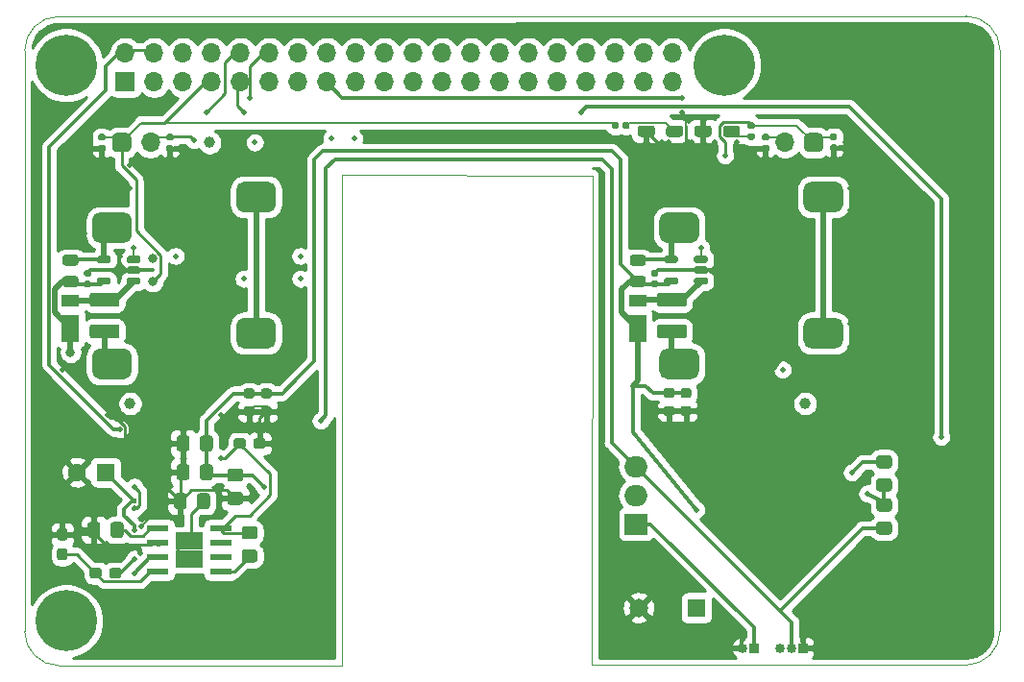
<source format=gbr>
%TF.GenerationSoftware,KiCad,Pcbnew,(5.1.8)-1*%
%TF.CreationDate,2020-12-15T20:26:10+03:00*%
%TF.ProjectId,ledboard,6c656462-6f61-4726-942e-6b696361645f,v0.4.0*%
%TF.SameCoordinates,Original*%
%TF.FileFunction,Copper,L1,Top*%
%TF.FilePolarity,Positive*%
%FSLAX46Y46*%
G04 Gerber Fmt 4.6, Leading zero omitted, Abs format (unit mm)*
G04 Created by KiCad (PCBNEW (5.1.8)-1) date 2020-12-15 20:26:10*
%MOMM*%
%LPD*%
G01*
G04 APERTURE LIST*
%TA.AperFunction,Profile*%
%ADD10C,0.050000*%
%TD*%
%TA.AperFunction,ComponentPad*%
%ADD11O,0.850000X0.850000*%
%TD*%
%TA.AperFunction,ComponentPad*%
%ADD12R,0.850000X0.850000*%
%TD*%
%TA.AperFunction,ComponentPad*%
%ADD13C,5.400000*%
%TD*%
%TA.AperFunction,ComponentPad*%
%ADD14O,1.700000X1.700000*%
%TD*%
%TA.AperFunction,ComponentPad*%
%ADD15R,1.700000X1.700000*%
%TD*%
%TA.AperFunction,ComponentPad*%
%ADD16C,1.650000*%
%TD*%
%TA.AperFunction,ComponentPad*%
%ADD17R,1.650000X1.650000*%
%TD*%
%TA.AperFunction,ComponentPad*%
%ADD18O,2.000000X1.905000*%
%TD*%
%TA.AperFunction,ComponentPad*%
%ADD19R,2.000000X1.905000*%
%TD*%
%TA.AperFunction,SMDPad,CuDef*%
%ADD20R,1.205000X1.550000*%
%TD*%
%TA.AperFunction,SMDPad,CuDef*%
%ADD21R,1.910000X0.610000*%
%TD*%
%TA.AperFunction,ComponentPad*%
%ADD22C,1.600000*%
%TD*%
%TA.AperFunction,ComponentPad*%
%ADD23R,1.600000X1.600000*%
%TD*%
%TA.AperFunction,SMDPad,CuDef*%
%ADD24C,1.000000*%
%TD*%
%TA.AperFunction,SMDPad,CuDef*%
%ADD25C,5.700000*%
%TD*%
%TA.AperFunction,ComponentPad*%
%ADD26C,0.650000*%
%TD*%
%TA.AperFunction,SMDPad,CuDef*%
%ADD27R,1.500000X2.400000*%
%TD*%
%TA.AperFunction,SMDPad,CuDef*%
%ADD28R,1.500000X1.050000*%
%TD*%
%TA.AperFunction,ViaPad*%
%ADD29C,0.500000*%
%TD*%
%TA.AperFunction,ViaPad*%
%ADD30C,0.800000*%
%TD*%
%TA.AperFunction,Conductor*%
%ADD31C,0.250000*%
%TD*%
%TA.AperFunction,Conductor*%
%ADD32C,0.500000*%
%TD*%
%TA.AperFunction,Conductor*%
%ADD33C,0.300000*%
%TD*%
%TA.AperFunction,Conductor*%
%ADD34C,0.200000*%
%TD*%
%TA.AperFunction,Conductor*%
%ADD35C,0.150000*%
%TD*%
%TA.AperFunction,Conductor*%
%ADD36C,0.254000*%
%TD*%
%TA.AperFunction,Conductor*%
%ADD37C,0.100000*%
%TD*%
G04 APERTURE END LIST*
D10*
X81000000Y-45140000D02*
X58920000Y-45130000D01*
X81000000Y-45140000D02*
X80980000Y-88300000D01*
X58920000Y-45130000D02*
X58900000Y-88340000D01*
X33960000Y-88340000D02*
G75*
G02*
X30960000Y-85340000I0J3000000D01*
G01*
X30960000Y-34130000D02*
G75*
G02*
X33960000Y-31130000I3000000J0D01*
G01*
X113929999Y-31100001D02*
G75*
G02*
X116919999Y-34109999I-9999J-2999999D01*
G01*
X116920066Y-85310001D02*
G75*
G02*
X113939999Y-88309999I-3000066J1D01*
G01*
X80980000Y-88300000D02*
X113939999Y-88309999D01*
X116920066Y-85310001D02*
X116919999Y-34109999D01*
X113929999Y-31100001D02*
X33960000Y-31130000D01*
X30960000Y-34130000D02*
X30960000Y-85340000D01*
X33960000Y-88340000D02*
X58900000Y-88340000D01*
D11*
%TO.P,J5,3*%
%TO.N,/PWM_LED*%
X97548000Y-86804000D03*
%TO.P,J5,2*%
%TO.N,+5V*%
X98548000Y-86804000D03*
D12*
%TO.P,J5,1*%
%TO.N,GND*%
X99548000Y-86804000D03*
%TD*%
D11*
%TO.P,J6,2*%
%TO.N,GND*%
X94230000Y-86804000D03*
D12*
%TO.P,J6,1*%
%TO.N,Net-(J6-Pad1)*%
X95230000Y-86804000D03*
%TD*%
D13*
%TO.P,REF\u002A\u002A,1*%
%TO.N,N/C*%
X34610000Y-84420000D03*
%TD*%
%TO.P,REF\u002A\u002A,1*%
%TO.N,N/C*%
X92610000Y-35420000D03*
%TD*%
%TO.P,REF\u002A\u002A,1*%
%TO.N,N/C*%
X34610000Y-35420000D03*
%TD*%
D14*
%TO.P,J7,40*%
%TO.N,N/C*%
X88090000Y-34350000D03*
%TO.P,J7,39*%
X88090000Y-36890000D03*
%TO.P,J7,38*%
X85550000Y-34350000D03*
%TO.P,J7,37*%
X85550000Y-36890000D03*
%TO.P,J7,36*%
X83010000Y-34350000D03*
%TO.P,J7,35*%
X83010000Y-36890000D03*
%TO.P,J7,34*%
X80470000Y-34350000D03*
%TO.P,J7,33*%
%TO.N,/CTRL_R*%
X80470000Y-36890000D03*
%TO.P,J7,32*%
%TO.N,N/C*%
X77930000Y-34350000D03*
%TO.P,J7,31*%
%TO.N,/PWM_LED*%
X77930000Y-36890000D03*
%TO.P,J7,30*%
%TO.N,N/C*%
X75390000Y-34350000D03*
%TO.P,J7,29*%
%TO.N,/USR_LED_B*%
X75390000Y-36890000D03*
%TO.P,J7,28*%
%TO.N,N/C*%
X72850000Y-34350000D03*
%TO.P,J7,27*%
X72850000Y-36890000D03*
%TO.P,J7,26*%
X70310000Y-34350000D03*
%TO.P,J7,25*%
%TO.N,GND*%
X70310000Y-36890000D03*
%TO.P,J7,24*%
%TO.N,N/C*%
X67770000Y-34350000D03*
%TO.P,J7,23*%
X67770000Y-36890000D03*
%TO.P,J7,22*%
X65230000Y-34350000D03*
%TO.P,J7,21*%
X65230000Y-36890000D03*
%TO.P,J7,20*%
X62690000Y-34350000D03*
%TO.P,J7,19*%
X62690000Y-36890000D03*
%TO.P,J7,18*%
X60150000Y-34350000D03*
%TO.P,J7,17*%
X60150000Y-36890000D03*
%TO.P,J7,16*%
X57610000Y-34350000D03*
%TO.P,J7,15*%
%TO.N,/FAN_PIN*%
X57610000Y-36890000D03*
%TO.P,J7,14*%
%TO.N,N/C*%
X55070000Y-34350000D03*
%TO.P,J7,13*%
X55070000Y-36890000D03*
%TO.P,J7,12*%
%TO.N,/CTRL_L*%
X52530000Y-34350000D03*
%TO.P,J7,11*%
%TO.N,N/C*%
X52530000Y-36890000D03*
%TO.P,J7,10*%
X49990000Y-34350000D03*
%TO.P,J7,9*%
X49990000Y-36890000D03*
%TO.P,J7,8*%
X47450000Y-34350000D03*
%TO.P,J7,7*%
%TO.N,/USR_LED_A*%
X47450000Y-36890000D03*
%TO.P,J7,6*%
%TO.N,N/C*%
X44910000Y-34350000D03*
%TO.P,J7,5*%
X44910000Y-36890000D03*
%TO.P,J7,4*%
X42370000Y-34350000D03*
%TO.P,J7,3*%
X42370000Y-36890000D03*
%TO.P,J7,2*%
%TO.N,+5V*%
X39830000Y-34350000D03*
D15*
%TO.P,J7,1*%
%TO.N,N/C*%
X39830000Y-36890000D03*
%TD*%
D16*
%TO.P,J8,2*%
%TO.N,GND*%
X85070000Y-83248000D03*
D17*
%TO.P,J8,1*%
%TO.N,+12V*%
X90150000Y-83248000D03*
%TD*%
%TO.P,R13,2*%
%TO.N,/FAN_PIN*%
%TA.AperFunction,SMDPad,CuDef*%
G36*
G01*
X106259999Y-71860000D02*
X107160001Y-71860000D01*
G75*
G02*
X107410000Y-72109999I0J-249999D01*
G01*
X107410000Y-72760001D01*
G75*
G02*
X107160001Y-73010000I-249999J0D01*
G01*
X106259999Y-73010000D01*
G75*
G02*
X106010000Y-72760001I0J249999D01*
G01*
X106010000Y-72109999D01*
G75*
G02*
X106259999Y-71860000I249999J0D01*
G01*
G37*
%TD.AperFunction*%
%TO.P,R13,1*%
%TO.N,Net-(M1-Pad2)*%
%TA.AperFunction,SMDPad,CuDef*%
G36*
G01*
X106259999Y-69810000D02*
X107160001Y-69810000D01*
G75*
G02*
X107410000Y-70059999I0J-249999D01*
G01*
X107410000Y-70710001D01*
G75*
G02*
X107160001Y-70960000I-249999J0D01*
G01*
X106259999Y-70960000D01*
G75*
G02*
X106010000Y-70710001I0J249999D01*
G01*
X106010000Y-70059999D01*
G75*
G02*
X106259999Y-69810000I249999J0D01*
G01*
G37*
%TD.AperFunction*%
%TD*%
%TO.P,R12,2*%
%TO.N,/FAN_PIN*%
%TA.AperFunction,SMDPad,CuDef*%
G36*
G01*
X107160001Y-74770000D02*
X106259999Y-74770000D01*
G75*
G02*
X106010000Y-74520001I0J249999D01*
G01*
X106010000Y-73869999D01*
G75*
G02*
X106259999Y-73620000I249999J0D01*
G01*
X107160001Y-73620000D01*
G75*
G02*
X107410000Y-73869999I0J-249999D01*
G01*
X107410000Y-74520001D01*
G75*
G02*
X107160001Y-74770000I-249999J0D01*
G01*
G37*
%TD.AperFunction*%
%TO.P,R12,1*%
%TO.N,+5V*%
%TA.AperFunction,SMDPad,CuDef*%
G36*
G01*
X107160001Y-76820000D02*
X106259999Y-76820000D01*
G75*
G02*
X106010000Y-76570001I0J249999D01*
G01*
X106010000Y-75919999D01*
G75*
G02*
X106259999Y-75670000I249999J0D01*
G01*
X107160001Y-75670000D01*
G75*
G02*
X107410000Y-75919999I0J-249999D01*
G01*
X107410000Y-76570001D01*
G75*
G02*
X107160001Y-76820000I-249999J0D01*
G01*
G37*
%TD.AperFunction*%
%TD*%
D18*
%TO.P,M1,3*%
%TO.N,+5V*%
X84816000Y-70802000D03*
%TO.P,M1,2*%
%TO.N,Net-(M1-Pad2)*%
X84816000Y-73342000D03*
D19*
%TO.P,M1,1*%
%TO.N,Net-(J6-Pad1)*%
X84816000Y-75882000D03*
%TD*%
D20*
%TO.P,U3,9*%
%TO.N,Net-(R9-Pad1)*%
X46062500Y-78930000D03*
X46062500Y-77380000D03*
X44857500Y-78930000D03*
X44857500Y-77380000D03*
D21*
%TO.P,U3,8*%
%TO.N,Net-(R10-Pad2)*%
X42680000Y-80060000D03*
%TO.P,U3,7*%
%TO.N,+12V*%
X42680000Y-78790000D03*
%TO.P,U3,6*%
%TO.N,GND*%
X42680000Y-77520000D03*
%TO.P,U3,5*%
%TO.N,Net-(C10-Pad1)*%
X42680000Y-76250000D03*
%TO.P,U3,4*%
%TO.N,Net-(C11-Pad1)*%
X48240000Y-76250000D03*
%TO.P,U3,3*%
%TO.N,N/C*%
X48240000Y-77520000D03*
%TO.P,U3,2*%
X48240000Y-78790000D03*
%TO.P,U3,1*%
%TO.N,Net-(C11-Pad2)*%
X48240000Y-80060000D03*
%TD*%
%TO.P,R11,2*%
%TO.N,+5V*%
%TA.AperFunction,SMDPad,CuDef*%
G36*
G01*
X38430000Y-80437500D02*
X38430000Y-79962500D01*
G75*
G02*
X38667500Y-79725000I237500J0D01*
G01*
X39242500Y-79725000D01*
G75*
G02*
X39480000Y-79962500I0J-237500D01*
G01*
X39480000Y-80437500D01*
G75*
G02*
X39242500Y-80675000I-237500J0D01*
G01*
X38667500Y-80675000D01*
G75*
G02*
X38430000Y-80437500I0J237500D01*
G01*
G37*
%TD.AperFunction*%
%TO.P,R11,1*%
%TO.N,Net-(R10-Pad2)*%
%TA.AperFunction,SMDPad,CuDef*%
G36*
G01*
X36680000Y-80437500D02*
X36680000Y-79962500D01*
G75*
G02*
X36917500Y-79725000I237500J0D01*
G01*
X37492500Y-79725000D01*
G75*
G02*
X37730000Y-79962500I0J-237500D01*
G01*
X37730000Y-80437500D01*
G75*
G02*
X37492500Y-80675000I-237500J0D01*
G01*
X36917500Y-80675000D01*
G75*
G02*
X36680000Y-80437500I0J237500D01*
G01*
G37*
%TD.AperFunction*%
%TD*%
%TO.P,R10,2*%
%TO.N,Net-(R10-Pad2)*%
%TA.AperFunction,SMDPad,CuDef*%
G36*
G01*
X34032500Y-78010000D02*
X34507500Y-78010000D01*
G75*
G02*
X34745000Y-78247500I0J-237500D01*
G01*
X34745000Y-78822500D01*
G75*
G02*
X34507500Y-79060000I-237500J0D01*
G01*
X34032500Y-79060000D01*
G75*
G02*
X33795000Y-78822500I0J237500D01*
G01*
X33795000Y-78247500D01*
G75*
G02*
X34032500Y-78010000I237500J0D01*
G01*
G37*
%TD.AperFunction*%
%TO.P,R10,1*%
%TO.N,GND*%
%TA.AperFunction,SMDPad,CuDef*%
G36*
G01*
X34032500Y-76260000D02*
X34507500Y-76260000D01*
G75*
G02*
X34745000Y-76497500I0J-237500D01*
G01*
X34745000Y-77072500D01*
G75*
G02*
X34507500Y-77310000I-237500J0D01*
G01*
X34032500Y-77310000D01*
G75*
G02*
X33795000Y-77072500I0J237500D01*
G01*
X33795000Y-76497500D01*
G75*
G02*
X34032500Y-76260000I237500J0D01*
G01*
G37*
%TD.AperFunction*%
%TD*%
%TO.P,R9,2*%
%TO.N,GND*%
%TA.AperFunction,SMDPad,CuDef*%
G36*
G01*
X45250000Y-73399550D02*
X45250000Y-74300450D01*
G75*
G02*
X45000450Y-74550000I-249550J0D01*
G01*
X44349550Y-74550000D01*
G75*
G02*
X44100000Y-74300450I0J249550D01*
G01*
X44100000Y-73399550D01*
G75*
G02*
X44349550Y-73150000I249550J0D01*
G01*
X45000450Y-73150000D01*
G75*
G02*
X45250000Y-73399550I0J-249550D01*
G01*
G37*
%TD.AperFunction*%
%TO.P,R9,1*%
%TO.N,Net-(R9-Pad1)*%
%TA.AperFunction,SMDPad,CuDef*%
G36*
G01*
X47300000Y-73399999D02*
X47300000Y-74300001D01*
G75*
G02*
X47050001Y-74550000I-249999J0D01*
G01*
X46399999Y-74550000D01*
G75*
G02*
X46150000Y-74300001I0J249999D01*
G01*
X46150000Y-73399999D01*
G75*
G02*
X46399999Y-73150000I249999J0D01*
G01*
X47050001Y-73150000D01*
G75*
G02*
X47300000Y-73399999I0J-249999D01*
G01*
G37*
%TD.AperFunction*%
%TD*%
%TO.P,L3,2*%
%TO.N,Net-(C11-Pad1)*%
%TA.AperFunction,SMDPad,CuDef*%
G36*
G01*
X40520000Y-74260000D02*
X40720000Y-74260000D01*
G75*
G02*
X40820000Y-74360000I0J-100000D01*
G01*
X40820000Y-74620000D01*
G75*
G02*
X40720000Y-74720000I-100000J0D01*
G01*
X40520000Y-74720000D01*
G75*
G02*
X40420000Y-74620000I0J100000D01*
G01*
X40420000Y-74360000D01*
G75*
G02*
X40520000Y-74260000I100000J0D01*
G01*
G37*
%TD.AperFunction*%
%TO.P,L3,1*%
%TO.N,+5V*%
%TA.AperFunction,SMDPad,CuDef*%
G36*
G01*
X40520000Y-73620000D02*
X40720000Y-73620000D01*
G75*
G02*
X40820000Y-73720000I0J-100000D01*
G01*
X40820000Y-73980000D01*
G75*
G02*
X40720000Y-74080000I-100000J0D01*
G01*
X40520000Y-74080000D01*
G75*
G02*
X40420000Y-73980000I0J100000D01*
G01*
X40420000Y-73720000D01*
G75*
G02*
X40520000Y-73620000I100000J0D01*
G01*
G37*
%TD.AperFunction*%
%TD*%
%TO.P,D9,2*%
%TO.N,GND*%
%TA.AperFunction,SMDPad,CuDef*%
G36*
G01*
X51130000Y-69007500D02*
X51130000Y-68532500D01*
G75*
G02*
X51367500Y-68295000I237500J0D01*
G01*
X51942500Y-68295000D01*
G75*
G02*
X52180000Y-68532500I0J-237500D01*
G01*
X52180000Y-69007500D01*
G75*
G02*
X51942500Y-69245000I-237500J0D01*
G01*
X51367500Y-69245000D01*
G75*
G02*
X51130000Y-69007500I0J237500D01*
G01*
G37*
%TD.AperFunction*%
%TO.P,D9,1*%
%TO.N,Net-(C11-Pad1)*%
%TA.AperFunction,SMDPad,CuDef*%
G36*
G01*
X49380000Y-69007500D02*
X49380000Y-68532500D01*
G75*
G02*
X49617500Y-68295000I237500J0D01*
G01*
X50192500Y-68295000D01*
G75*
G02*
X50430000Y-68532500I0J-237500D01*
G01*
X50430000Y-69007500D01*
G75*
G02*
X50192500Y-69245000I-237500J0D01*
G01*
X49617500Y-69245000D01*
G75*
G02*
X49380000Y-69007500I0J237500D01*
G01*
G37*
%TD.AperFunction*%
%TD*%
D22*
%TO.P,C12,2*%
%TO.N,GND*%
X35580000Y-71310000D03*
D23*
%TO.P,C12,1*%
%TO.N,+5V*%
X38080000Y-71310000D03*
%TD*%
%TO.P,C11,2*%
%TO.N,Net-(C11-Pad2)*%
%TA.AperFunction,SMDPad,CuDef*%
G36*
G01*
X50329999Y-78110000D02*
X51230001Y-78110000D01*
G75*
G02*
X51480000Y-78359999I0J-249999D01*
G01*
X51480000Y-79010001D01*
G75*
G02*
X51230001Y-79260000I-249999J0D01*
G01*
X50329999Y-79260000D01*
G75*
G02*
X50080000Y-79010001I0J249999D01*
G01*
X50080000Y-78359999D01*
G75*
G02*
X50329999Y-78110000I249999J0D01*
G01*
G37*
%TD.AperFunction*%
%TO.P,C11,1*%
%TO.N,Net-(C11-Pad1)*%
%TA.AperFunction,SMDPad,CuDef*%
G36*
G01*
X50329999Y-76060000D02*
X51230001Y-76060000D01*
G75*
G02*
X51480000Y-76309999I0J-249999D01*
G01*
X51480000Y-76960001D01*
G75*
G02*
X51230001Y-77210000I-249999J0D01*
G01*
X50329999Y-77210000D01*
G75*
G02*
X50080000Y-76960001I0J249999D01*
G01*
X50080000Y-76309999D01*
G75*
G02*
X50329999Y-76060000I249999J0D01*
G01*
G37*
%TD.AperFunction*%
%TD*%
%TO.P,C10,2*%
%TO.N,GND*%
%TA.AperFunction,SMDPad,CuDef*%
G36*
G01*
X37630000Y-75939550D02*
X37630000Y-76840450D01*
G75*
G02*
X37380450Y-77090000I-249550J0D01*
G01*
X36729550Y-77090000D01*
G75*
G02*
X36480000Y-76840450I0J249550D01*
G01*
X36480000Y-75939550D01*
G75*
G02*
X36729550Y-75690000I249550J0D01*
G01*
X37380450Y-75690000D01*
G75*
G02*
X37630000Y-75939550I0J-249550D01*
G01*
G37*
%TD.AperFunction*%
%TO.P,C10,1*%
%TO.N,Net-(C10-Pad1)*%
%TA.AperFunction,SMDPad,CuDef*%
G36*
G01*
X39680000Y-75939999D02*
X39680000Y-76840001D01*
G75*
G02*
X39430001Y-77090000I-249999J0D01*
G01*
X38779999Y-77090000D01*
G75*
G02*
X38530000Y-76840001I0J249999D01*
G01*
X38530000Y-75939999D01*
G75*
G02*
X38779999Y-75690000I249999J0D01*
G01*
X39430001Y-75690000D01*
G75*
G02*
X39680000Y-75939999I0J-249999D01*
G01*
G37*
%TD.AperFunction*%
%TD*%
%TO.P,C9,2*%
%TO.N,GND*%
%TA.AperFunction,SMDPad,CuDef*%
G36*
G01*
X45495000Y-70859550D02*
X45495000Y-71760450D01*
G75*
G02*
X45245450Y-72010000I-249550J0D01*
G01*
X44594550Y-72010000D01*
G75*
G02*
X44345000Y-71760450I0J249550D01*
G01*
X44345000Y-70859550D01*
G75*
G02*
X44594550Y-70610000I249550J0D01*
G01*
X45245450Y-70610000D01*
G75*
G02*
X45495000Y-70859550I0J-249550D01*
G01*
G37*
%TD.AperFunction*%
%TO.P,C9,1*%
%TO.N,+12V*%
%TA.AperFunction,SMDPad,CuDef*%
G36*
G01*
X47545000Y-70859999D02*
X47545000Y-71760001D01*
G75*
G02*
X47295001Y-72010000I-249999J0D01*
G01*
X46644999Y-72010000D01*
G75*
G02*
X46395000Y-71760001I0J249999D01*
G01*
X46395000Y-70859999D01*
G75*
G02*
X46644999Y-70610000I249999J0D01*
G01*
X47295001Y-70610000D01*
G75*
G02*
X47545000Y-70859999I0J-249999D01*
G01*
G37*
%TD.AperFunction*%
%TD*%
%TO.P,C8,2*%
%TO.N,GND*%
%TA.AperFunction,SMDPad,CuDef*%
G36*
G01*
X49059550Y-73030000D02*
X49960450Y-73030000D01*
G75*
G02*
X50210000Y-73279550I0J-249550D01*
G01*
X50210000Y-73930450D01*
G75*
G02*
X49960450Y-74180000I-249550J0D01*
G01*
X49059550Y-74180000D01*
G75*
G02*
X48810000Y-73930450I0J249550D01*
G01*
X48810000Y-73279550D01*
G75*
G02*
X49059550Y-73030000I249550J0D01*
G01*
G37*
%TD.AperFunction*%
%TO.P,C8,1*%
%TO.N,+12V*%
%TA.AperFunction,SMDPad,CuDef*%
G36*
G01*
X49059999Y-70980000D02*
X49960001Y-70980000D01*
G75*
G02*
X50210000Y-71229999I0J-249999D01*
G01*
X50210000Y-71880001D01*
G75*
G02*
X49960001Y-72130000I-249999J0D01*
G01*
X49059999Y-72130000D01*
G75*
G02*
X48810000Y-71880001I0J249999D01*
G01*
X48810000Y-71229999D01*
G75*
G02*
X49059999Y-70980000I249999J0D01*
G01*
G37*
%TD.AperFunction*%
%TD*%
%TO.P,C7,2*%
%TO.N,GND*%
%TA.AperFunction,SMDPad,CuDef*%
G36*
G01*
X45495000Y-68319550D02*
X45495000Y-69220450D01*
G75*
G02*
X45245450Y-69470000I-249550J0D01*
G01*
X44594550Y-69470000D01*
G75*
G02*
X44345000Y-69220450I0J249550D01*
G01*
X44345000Y-68319550D01*
G75*
G02*
X44594550Y-68070000I249550J0D01*
G01*
X45245450Y-68070000D01*
G75*
G02*
X45495000Y-68319550I0J-249550D01*
G01*
G37*
%TD.AperFunction*%
%TO.P,C7,1*%
%TO.N,+12V*%
%TA.AperFunction,SMDPad,CuDef*%
G36*
G01*
X47545000Y-68319999D02*
X47545000Y-69220001D01*
G75*
G02*
X47295001Y-69470000I-249999J0D01*
G01*
X46644999Y-69470000D01*
G75*
G02*
X46395000Y-69220001I0J249999D01*
G01*
X46395000Y-68319999D01*
G75*
G02*
X46644999Y-68070000I249999J0D01*
G01*
X47295001Y-68070000D01*
G75*
G02*
X47545000Y-68319999I0J-249999D01*
G01*
G37*
%TD.AperFunction*%
%TD*%
%TO.P,D7,2*%
%TO.N,Net-(D7-Pad2)*%
%TA.AperFunction,SMDPad,CuDef*%
G36*
G01*
X87500000Y-41500000D02*
X87500000Y-41000000D01*
G75*
G02*
X87750000Y-40750000I250000J0D01*
G01*
X88750000Y-40750000D01*
G75*
G02*
X89000000Y-41000000I0J-250000D01*
G01*
X89000000Y-41500000D01*
G75*
G02*
X88750000Y-41750000I-250000J0D01*
G01*
X87750000Y-41750000D01*
G75*
G02*
X87500000Y-41500000I0J250000D01*
G01*
G37*
%TD.AperFunction*%
%TO.P,D7,1*%
%TO.N,GND*%
%TA.AperFunction,SMDPad,CuDef*%
G36*
G01*
X85000000Y-41500000D02*
X85000000Y-41000000D01*
G75*
G02*
X85250000Y-40750000I250000J0D01*
G01*
X86250000Y-40750000D01*
G75*
G02*
X86500000Y-41000000I0J-250000D01*
G01*
X86500000Y-41500000D01*
G75*
G02*
X86250000Y-41750000I-250000J0D01*
G01*
X85250000Y-41750000D01*
G75*
G02*
X85000000Y-41500000I0J250000D01*
G01*
G37*
%TD.AperFunction*%
%TD*%
%TO.P,D8,2*%
%TO.N,Net-(D8-Pad2)*%
%TA.AperFunction,SMDPad,CuDef*%
G36*
G01*
X92500000Y-41500000D02*
X92500000Y-41000000D01*
G75*
G02*
X92750000Y-40750000I250000J0D01*
G01*
X93750000Y-40750000D01*
G75*
G02*
X94000000Y-41000000I0J-250000D01*
G01*
X94000000Y-41500000D01*
G75*
G02*
X93750000Y-41750000I-250000J0D01*
G01*
X92750000Y-41750000D01*
G75*
G02*
X92500000Y-41500000I0J250000D01*
G01*
G37*
%TD.AperFunction*%
%TO.P,D8,1*%
%TO.N,GND*%
%TA.AperFunction,SMDPad,CuDef*%
G36*
G01*
X90000000Y-41500000D02*
X90000000Y-41000000D01*
G75*
G02*
X90250000Y-40750000I250000J0D01*
G01*
X91250000Y-40750000D01*
G75*
G02*
X91500000Y-41000000I0J-250000D01*
G01*
X91500000Y-41500000D01*
G75*
G02*
X91250000Y-41750000I-250000J0D01*
G01*
X90250000Y-41750000D01*
G75*
G02*
X90000000Y-41500000I0J250000D01*
G01*
G37*
%TD.AperFunction*%
%TD*%
D24*
%TO.P,FID2,*%
%TO.N,*%
X40250000Y-65250000D03*
%TD*%
%TO.P,FID3,*%
%TO.N,*%
X99750000Y-65250000D03*
%TD*%
%TO.P,FID1,*%
%TO.N,*%
X47250000Y-42250000D03*
%TD*%
%TO.P,D2,2*%
%TO.N,Net-(D2-Pad2)*%
%TA.AperFunction,SMDPad,CuDef*%
G36*
G01*
X40400000Y-49075000D02*
X40400000Y-50425000D01*
G75*
G02*
X39725000Y-51100000I-675000J0D01*
G01*
X37575000Y-51100000D01*
G75*
G02*
X36900000Y-50425000I0J675000D01*
G01*
X36900000Y-49075000D01*
G75*
G02*
X37575000Y-48400000I675000J0D01*
G01*
X39725000Y-48400000D01*
G75*
G02*
X40400000Y-49075000I0J-675000D01*
G01*
G37*
%TD.AperFunction*%
%TO.P,D2,1*%
%TO.N,Net-(D2-Pad1)*%
%TA.AperFunction,SMDPad,CuDef*%
G36*
G01*
X53100000Y-46375000D02*
X53100000Y-47725000D01*
G75*
G02*
X52425000Y-48400000I-675000J0D01*
G01*
X50275000Y-48400000D01*
G75*
G02*
X49600000Y-47725000I0J675000D01*
G01*
X49600000Y-46375000D01*
G75*
G02*
X50275000Y-45700000I675000J0D01*
G01*
X52425000Y-45700000D01*
G75*
G02*
X53100000Y-46375000I0J-675000D01*
G01*
G37*
%TD.AperFunction*%
D25*
%TO.P,D2,3*%
%TO.N,GND*%
X45000000Y-48400000D03*
D26*
X43750000Y-49650000D03*
X45000000Y-48400000D03*
X45000000Y-49650000D03*
X46250000Y-48400000D03*
X46250000Y-49650000D03*
X46250000Y-47150000D03*
X45000000Y-47150000D03*
X43750000Y-47150000D03*
X43750000Y-48400000D03*
%TD*%
%TO.P,D3,2*%
%TO.N,Net-(D2-Pad1)*%
%TA.AperFunction,SMDPad,CuDef*%
G36*
G01*
X49600000Y-59725000D02*
X49600000Y-58375000D01*
G75*
G02*
X50275000Y-57700000I675000J0D01*
G01*
X52425000Y-57700000D01*
G75*
G02*
X53100000Y-58375000I0J-675000D01*
G01*
X53100000Y-59725000D01*
G75*
G02*
X52425000Y-60400000I-675000J0D01*
G01*
X50275000Y-60400000D01*
G75*
G02*
X49600000Y-59725000I0J675000D01*
G01*
G37*
%TD.AperFunction*%
%TO.P,D3,1*%
%TO.N,Net-(D3-Pad1)*%
%TA.AperFunction,SMDPad,CuDef*%
G36*
G01*
X36900000Y-62425000D02*
X36900000Y-61075000D01*
G75*
G02*
X37575000Y-60400000I675000J0D01*
G01*
X39725000Y-60400000D01*
G75*
G02*
X40400000Y-61075000I0J-675000D01*
G01*
X40400000Y-62425000D01*
G75*
G02*
X39725000Y-63100000I-675000J0D01*
G01*
X37575000Y-63100000D01*
G75*
G02*
X36900000Y-62425000I0J675000D01*
G01*
G37*
%TD.AperFunction*%
D25*
%TO.P,D3,3*%
%TO.N,GND*%
X45000000Y-60400000D03*
D26*
X46250000Y-59150000D03*
X45000000Y-60400000D03*
X45000000Y-59150000D03*
X43750000Y-60400000D03*
X43750000Y-59150000D03*
X43750000Y-61650000D03*
X45000000Y-61650000D03*
X46250000Y-61650000D03*
X46250000Y-60400000D03*
%TD*%
%TO.P,D5,2*%
%TO.N,Net-(D5-Pad2)*%
%TA.AperFunction,SMDPad,CuDef*%
G36*
G01*
X90400000Y-49075000D02*
X90400000Y-50425000D01*
G75*
G02*
X89725000Y-51100000I-675000J0D01*
G01*
X87575000Y-51100000D01*
G75*
G02*
X86900000Y-50425000I0J675000D01*
G01*
X86900000Y-49075000D01*
G75*
G02*
X87575000Y-48400000I675000J0D01*
G01*
X89725000Y-48400000D01*
G75*
G02*
X90400000Y-49075000I0J-675000D01*
G01*
G37*
%TD.AperFunction*%
%TO.P,D5,1*%
%TO.N,Net-(D5-Pad1)*%
%TA.AperFunction,SMDPad,CuDef*%
G36*
G01*
X103100000Y-46375000D02*
X103100000Y-47725000D01*
G75*
G02*
X102425000Y-48400000I-675000J0D01*
G01*
X100275000Y-48400000D01*
G75*
G02*
X99600000Y-47725000I0J675000D01*
G01*
X99600000Y-46375000D01*
G75*
G02*
X100275000Y-45700000I675000J0D01*
G01*
X102425000Y-45700000D01*
G75*
G02*
X103100000Y-46375000I0J-675000D01*
G01*
G37*
%TD.AperFunction*%
D25*
%TO.P,D5,3*%
%TO.N,GND*%
X95000000Y-48400000D03*
D26*
X93750000Y-49650000D03*
X95000000Y-48400000D03*
X95000000Y-49650000D03*
X96250000Y-48400000D03*
X96250000Y-49650000D03*
X96250000Y-47150000D03*
X95000000Y-47150000D03*
X93750000Y-47150000D03*
X93750000Y-48400000D03*
%TD*%
%TO.P,D6,2*%
%TO.N,Net-(D5-Pad1)*%
%TA.AperFunction,SMDPad,CuDef*%
G36*
G01*
X99600000Y-59725000D02*
X99600000Y-58375000D01*
G75*
G02*
X100275000Y-57700000I675000J0D01*
G01*
X102425000Y-57700000D01*
G75*
G02*
X103100000Y-58375000I0J-675000D01*
G01*
X103100000Y-59725000D01*
G75*
G02*
X102425000Y-60400000I-675000J0D01*
G01*
X100275000Y-60400000D01*
G75*
G02*
X99600000Y-59725000I0J675000D01*
G01*
G37*
%TD.AperFunction*%
%TO.P,D6,1*%
%TO.N,Net-(D6-Pad1)*%
%TA.AperFunction,SMDPad,CuDef*%
G36*
G01*
X86900000Y-62425000D02*
X86900000Y-61075000D01*
G75*
G02*
X87575000Y-60400000I675000J0D01*
G01*
X89725000Y-60400000D01*
G75*
G02*
X90400000Y-61075000I0J-675000D01*
G01*
X90400000Y-62425000D01*
G75*
G02*
X89725000Y-63100000I-675000J0D01*
G01*
X87575000Y-63100000D01*
G75*
G02*
X86900000Y-62425000I0J675000D01*
G01*
G37*
%TD.AperFunction*%
D25*
%TO.P,D6,3*%
%TO.N,GND*%
X95000000Y-60400000D03*
D26*
X96250000Y-59150000D03*
X95000000Y-60400000D03*
X95000000Y-59150000D03*
X93750000Y-60400000D03*
X93750000Y-59150000D03*
X93750000Y-61650000D03*
X95000000Y-61650000D03*
X96250000Y-61650000D03*
X96250000Y-60400000D03*
%TD*%
%TO.P,R6,1*%
%TO.N,/USR_LED_A*%
%TA.AperFunction,SMDPad,CuDef*%
G36*
G01*
X37577500Y-41485000D02*
X37922500Y-41485000D01*
G75*
G02*
X38070000Y-41632500I0J-147500D01*
G01*
X38070000Y-41927500D01*
G75*
G02*
X37922500Y-42075000I-147500J0D01*
G01*
X37577500Y-42075000D01*
G75*
G02*
X37430000Y-41927500I0J147500D01*
G01*
X37430000Y-41632500D01*
G75*
G02*
X37577500Y-41485000I147500J0D01*
G01*
G37*
%TD.AperFunction*%
%TO.P,R6,2*%
%TO.N,GND*%
%TA.AperFunction,SMDPad,CuDef*%
G36*
G01*
X37577500Y-42455000D02*
X37922500Y-42455000D01*
G75*
G02*
X38070000Y-42602500I0J-147500D01*
G01*
X38070000Y-42897500D01*
G75*
G02*
X37922500Y-43045000I-147500J0D01*
G01*
X37577500Y-43045000D01*
G75*
G02*
X37430000Y-42897500I0J147500D01*
G01*
X37430000Y-42602500D01*
G75*
G02*
X37577500Y-42455000I147500J0D01*
G01*
G37*
%TD.AperFunction*%
%TD*%
%TO.P,R5,2*%
%TO.N,GND*%
%TA.AperFunction,SMDPad,CuDef*%
G36*
G01*
X43577500Y-42455000D02*
X43922500Y-42455000D01*
G75*
G02*
X44070000Y-42602500I0J-147500D01*
G01*
X44070000Y-42897500D01*
G75*
G02*
X43922500Y-43045000I-147500J0D01*
G01*
X43577500Y-43045000D01*
G75*
G02*
X43430000Y-42897500I0J147500D01*
G01*
X43430000Y-42602500D01*
G75*
G02*
X43577500Y-42455000I147500J0D01*
G01*
G37*
%TD.AperFunction*%
%TO.P,R5,1*%
%TO.N,/CTRL_L*%
%TA.AperFunction,SMDPad,CuDef*%
G36*
G01*
X43577500Y-41485000D02*
X43922500Y-41485000D01*
G75*
G02*
X44070000Y-41632500I0J-147500D01*
G01*
X44070000Y-41927500D01*
G75*
G02*
X43922500Y-42075000I-147500J0D01*
G01*
X43577500Y-42075000D01*
G75*
G02*
X43430000Y-41927500I0J147500D01*
G01*
X43430000Y-41632500D01*
G75*
G02*
X43577500Y-41485000I147500J0D01*
G01*
G37*
%TD.AperFunction*%
%TD*%
%TO.P,C1,1*%
%TO.N,+12V*%
%TA.AperFunction,SMDPad,CuDef*%
G36*
G01*
X50493750Y-63925000D02*
X51006250Y-63925000D01*
G75*
G02*
X51225000Y-64143750I0J-218750D01*
G01*
X51225000Y-64581250D01*
G75*
G02*
X51006250Y-64800000I-218750J0D01*
G01*
X50493750Y-64800000D01*
G75*
G02*
X50275000Y-64581250I0J218750D01*
G01*
X50275000Y-64143750D01*
G75*
G02*
X50493750Y-63925000I218750J0D01*
G01*
G37*
%TD.AperFunction*%
%TO.P,C1,2*%
%TO.N,GND*%
%TA.AperFunction,SMDPad,CuDef*%
G36*
G01*
X50493750Y-65500000D02*
X51006250Y-65500000D01*
G75*
G02*
X51225000Y-65718750I0J-218750D01*
G01*
X51225000Y-66156250D01*
G75*
G02*
X51006250Y-66375000I-218750J0D01*
G01*
X50493750Y-66375000D01*
G75*
G02*
X50275000Y-66156250I0J218750D01*
G01*
X50275000Y-65718750D01*
G75*
G02*
X50493750Y-65500000I218750J0D01*
G01*
G37*
%TD.AperFunction*%
%TD*%
%TO.P,C2,2*%
%TO.N,GND*%
%TA.AperFunction,SMDPad,CuDef*%
G36*
G01*
X87493750Y-65462500D02*
X88006250Y-65462500D01*
G75*
G02*
X88225000Y-65681250I0J-218750D01*
G01*
X88225000Y-66118750D01*
G75*
G02*
X88006250Y-66337500I-218750J0D01*
G01*
X87493750Y-66337500D01*
G75*
G02*
X87275000Y-66118750I0J218750D01*
G01*
X87275000Y-65681250D01*
G75*
G02*
X87493750Y-65462500I218750J0D01*
G01*
G37*
%TD.AperFunction*%
%TO.P,C2,1*%
%TO.N,+12V*%
%TA.AperFunction,SMDPad,CuDef*%
G36*
G01*
X87493750Y-63887500D02*
X88006250Y-63887500D01*
G75*
G02*
X88225000Y-64106250I0J-218750D01*
G01*
X88225000Y-64543750D01*
G75*
G02*
X88006250Y-64762500I-218750J0D01*
G01*
X87493750Y-64762500D01*
G75*
G02*
X87275000Y-64543750I0J218750D01*
G01*
X87275000Y-64106250D01*
G75*
G02*
X87493750Y-63887500I218750J0D01*
G01*
G37*
%TD.AperFunction*%
%TD*%
%TO.P,L1,1*%
%TO.N,Net-(D3-Pad1)*%
%TA.AperFunction,SMDPad,CuDef*%
G36*
G01*
X39075000Y-59525000D02*
X36925000Y-59525000D01*
G75*
G02*
X36675000Y-59275000I0J250000D01*
G01*
X36675000Y-58525000D01*
G75*
G02*
X36925000Y-58275000I250000J0D01*
G01*
X39075000Y-58275000D01*
G75*
G02*
X39325000Y-58525000I0J-250000D01*
G01*
X39325000Y-59275000D01*
G75*
G02*
X39075000Y-59525000I-250000J0D01*
G01*
G37*
%TD.AperFunction*%
%TO.P,L1,2*%
%TO.N,Net-(D1-Pad2)*%
%TA.AperFunction,SMDPad,CuDef*%
G36*
G01*
X39075000Y-56725000D02*
X36925000Y-56725000D01*
G75*
G02*
X36675000Y-56475000I0J250000D01*
G01*
X36675000Y-55725000D01*
G75*
G02*
X36925000Y-55475000I250000J0D01*
G01*
X39075000Y-55475000D01*
G75*
G02*
X39325000Y-55725000I0J-250000D01*
G01*
X39325000Y-56475000D01*
G75*
G02*
X39075000Y-56725000I-250000J0D01*
G01*
G37*
%TD.AperFunction*%
%TD*%
%TO.P,L2,2*%
%TO.N,Net-(D4-Pad2)*%
%TA.AperFunction,SMDPad,CuDef*%
G36*
G01*
X89075000Y-56725000D02*
X86925000Y-56725000D01*
G75*
G02*
X86675000Y-56475000I0J250000D01*
G01*
X86675000Y-55725000D01*
G75*
G02*
X86925000Y-55475000I250000J0D01*
G01*
X89075000Y-55475000D01*
G75*
G02*
X89325000Y-55725000I0J-250000D01*
G01*
X89325000Y-56475000D01*
G75*
G02*
X89075000Y-56725000I-250000J0D01*
G01*
G37*
%TD.AperFunction*%
%TO.P,L2,1*%
%TO.N,Net-(D6-Pad1)*%
%TA.AperFunction,SMDPad,CuDef*%
G36*
G01*
X89075000Y-59525000D02*
X86925000Y-59525000D01*
G75*
G02*
X86675000Y-59275000I0J250000D01*
G01*
X86675000Y-58525000D01*
G75*
G02*
X86925000Y-58275000I250000J0D01*
G01*
X89075000Y-58275000D01*
G75*
G02*
X89325000Y-58525000I0J-250000D01*
G01*
X89325000Y-59275000D01*
G75*
G02*
X89075000Y-59525000I-250000J0D01*
G01*
G37*
%TD.AperFunction*%
%TD*%
%TO.P,R7,1*%
%TO.N,/USR_LED_B*%
%TA.AperFunction,SMDPad,CuDef*%
G36*
G01*
X102077500Y-41455000D02*
X102422500Y-41455000D01*
G75*
G02*
X102570000Y-41602500I0J-147500D01*
G01*
X102570000Y-41897500D01*
G75*
G02*
X102422500Y-42045000I-147500J0D01*
G01*
X102077500Y-42045000D01*
G75*
G02*
X101930000Y-41897500I0J147500D01*
G01*
X101930000Y-41602500D01*
G75*
G02*
X102077500Y-41455000I147500J0D01*
G01*
G37*
%TD.AperFunction*%
%TO.P,R7,2*%
%TO.N,GND*%
%TA.AperFunction,SMDPad,CuDef*%
G36*
G01*
X102077500Y-42425000D02*
X102422500Y-42425000D01*
G75*
G02*
X102570000Y-42572500I0J-147500D01*
G01*
X102570000Y-42867500D01*
G75*
G02*
X102422500Y-43015000I-147500J0D01*
G01*
X102077500Y-43015000D01*
G75*
G02*
X101930000Y-42867500I0J147500D01*
G01*
X101930000Y-42572500D01*
G75*
G02*
X102077500Y-42425000I147500J0D01*
G01*
G37*
%TD.AperFunction*%
%TD*%
%TO.P,R8,1*%
%TO.N,/CTRL_R*%
%TA.AperFunction,SMDPad,CuDef*%
G36*
G01*
X96077500Y-41485000D02*
X96422500Y-41485000D01*
G75*
G02*
X96570000Y-41632500I0J-147500D01*
G01*
X96570000Y-41927500D01*
G75*
G02*
X96422500Y-42075000I-147500J0D01*
G01*
X96077500Y-42075000D01*
G75*
G02*
X95930000Y-41927500I0J147500D01*
G01*
X95930000Y-41632500D01*
G75*
G02*
X96077500Y-41485000I147500J0D01*
G01*
G37*
%TD.AperFunction*%
%TO.P,R8,2*%
%TO.N,GND*%
%TA.AperFunction,SMDPad,CuDef*%
G36*
G01*
X96077500Y-42455000D02*
X96422500Y-42455000D01*
G75*
G02*
X96570000Y-42602500I0J-147500D01*
G01*
X96570000Y-42897500D01*
G75*
G02*
X96422500Y-43045000I-147500J0D01*
G01*
X96077500Y-43045000D01*
G75*
G02*
X95930000Y-42897500I0J147500D01*
G01*
X95930000Y-42602500D01*
G75*
G02*
X96077500Y-42455000I147500J0D01*
G01*
G37*
%TD.AperFunction*%
%TD*%
%TO.P,R3,2*%
%TO.N,Net-(D7-Pad2)*%
%TA.AperFunction,SMDPad,CuDef*%
G36*
G01*
X83675000Y-40922500D02*
X83675000Y-40577500D01*
G75*
G02*
X83822500Y-40430000I147500J0D01*
G01*
X84117500Y-40430000D01*
G75*
G02*
X84265000Y-40577500I0J-147500D01*
G01*
X84265000Y-40922500D01*
G75*
G02*
X84117500Y-41070000I-147500J0D01*
G01*
X83822500Y-41070000D01*
G75*
G02*
X83675000Y-40922500I0J147500D01*
G01*
G37*
%TD.AperFunction*%
%TO.P,R3,1*%
%TO.N,/USR_LED_A*%
%TA.AperFunction,SMDPad,CuDef*%
G36*
G01*
X82705000Y-40922500D02*
X82705000Y-40577500D01*
G75*
G02*
X82852500Y-40430000I147500J0D01*
G01*
X83147500Y-40430000D01*
G75*
G02*
X83295000Y-40577500I0J-147500D01*
G01*
X83295000Y-40922500D01*
G75*
G02*
X83147500Y-41070000I-147500J0D01*
G01*
X82852500Y-41070000D01*
G75*
G02*
X82705000Y-40922500I0J147500D01*
G01*
G37*
%TD.AperFunction*%
%TD*%
%TO.P,R4,1*%
%TO.N,/USR_LED_B*%
%TA.AperFunction,SMDPad,CuDef*%
G36*
G01*
X94827500Y-40455000D02*
X95172500Y-40455000D01*
G75*
G02*
X95320000Y-40602500I0J-147500D01*
G01*
X95320000Y-40897500D01*
G75*
G02*
X95172500Y-41045000I-147500J0D01*
G01*
X94827500Y-41045000D01*
G75*
G02*
X94680000Y-40897500I0J147500D01*
G01*
X94680000Y-40602500D01*
G75*
G02*
X94827500Y-40455000I147500J0D01*
G01*
G37*
%TD.AperFunction*%
%TO.P,R4,2*%
%TO.N,Net-(D8-Pad2)*%
%TA.AperFunction,SMDPad,CuDef*%
G36*
G01*
X94827500Y-41425000D02*
X95172500Y-41425000D01*
G75*
G02*
X95320000Y-41572500I0J-147500D01*
G01*
X95320000Y-41867500D01*
G75*
G02*
X95172500Y-42015000I-147500J0D01*
G01*
X94827500Y-42015000D01*
G75*
G02*
X94680000Y-41867500I0J147500D01*
G01*
X94680000Y-41572500D01*
G75*
G02*
X94827500Y-41425000I147500J0D01*
G01*
G37*
%TD.AperFunction*%
%TD*%
%TO.P,U1,5*%
%TO.N,+12V*%
%TA.AperFunction,SMDPad,CuDef*%
G36*
G01*
X38550000Y-54287500D02*
X38550000Y-54612500D01*
G75*
G02*
X38387500Y-54775000I-162500J0D01*
G01*
X37492500Y-54775000D01*
G75*
G02*
X37330000Y-54612500I0J162500D01*
G01*
X37330000Y-54287500D01*
G75*
G02*
X37492500Y-54125000I162500J0D01*
G01*
X38387500Y-54125000D01*
G75*
G02*
X38550000Y-54287500I0J-162500D01*
G01*
G37*
%TD.AperFunction*%
%TO.P,U1,4*%
%TO.N,Net-(D2-Pad2)*%
%TA.AperFunction,SMDPad,CuDef*%
G36*
G01*
X38550000Y-52387500D02*
X38550000Y-52712500D01*
G75*
G02*
X38387500Y-52875000I-162500J0D01*
G01*
X37492500Y-52875000D01*
G75*
G02*
X37330000Y-52712500I0J162500D01*
G01*
X37330000Y-52387500D01*
G75*
G02*
X37492500Y-52225000I162500J0D01*
G01*
X38387500Y-52225000D01*
G75*
G02*
X38550000Y-52387500I0J-162500D01*
G01*
G37*
%TD.AperFunction*%
%TO.P,U1,3*%
%TO.N,/CTRL_L*%
%TA.AperFunction,SMDPad,CuDef*%
G36*
G01*
X41170000Y-52387500D02*
X41170000Y-52712500D01*
G75*
G02*
X41007500Y-52875000I-162500J0D01*
G01*
X40112500Y-52875000D01*
G75*
G02*
X39950000Y-52712500I0J162500D01*
G01*
X39950000Y-52387500D01*
G75*
G02*
X40112500Y-52225000I162500J0D01*
G01*
X41007500Y-52225000D01*
G75*
G02*
X41170000Y-52387500I0J-162500D01*
G01*
G37*
%TD.AperFunction*%
%TO.P,U1,2*%
%TO.N,GND*%
%TA.AperFunction,SMDPad,CuDef*%
G36*
G01*
X41170000Y-53337500D02*
X41170000Y-53662500D01*
G75*
G02*
X41007500Y-53825000I-162500J0D01*
G01*
X40112500Y-53825000D01*
G75*
G02*
X39950000Y-53662500I0J162500D01*
G01*
X39950000Y-53337500D01*
G75*
G02*
X40112500Y-53175000I162500J0D01*
G01*
X41007500Y-53175000D01*
G75*
G02*
X41170000Y-53337500I0J-162500D01*
G01*
G37*
%TD.AperFunction*%
%TO.P,U1,1*%
%TO.N,Net-(D1-Pad2)*%
%TA.AperFunction,SMDPad,CuDef*%
G36*
G01*
X41170000Y-54287500D02*
X41170000Y-54612500D01*
G75*
G02*
X41007500Y-54775000I-162500J0D01*
G01*
X40112500Y-54775000D01*
G75*
G02*
X39950000Y-54612500I0J162500D01*
G01*
X39950000Y-54287500D01*
G75*
G02*
X40112500Y-54125000I162500J0D01*
G01*
X41007500Y-54125000D01*
G75*
G02*
X41170000Y-54287500I0J-162500D01*
G01*
G37*
%TD.AperFunction*%
%TD*%
%TO.P,U2,5*%
%TO.N,+12V*%
%TA.AperFunction,SMDPad,CuDef*%
G36*
G01*
X88550000Y-54287500D02*
X88550000Y-54612500D01*
G75*
G02*
X88387500Y-54775000I-162500J0D01*
G01*
X87492500Y-54775000D01*
G75*
G02*
X87330000Y-54612500I0J162500D01*
G01*
X87330000Y-54287500D01*
G75*
G02*
X87492500Y-54125000I162500J0D01*
G01*
X88387500Y-54125000D01*
G75*
G02*
X88550000Y-54287500I0J-162500D01*
G01*
G37*
%TD.AperFunction*%
%TO.P,U2,4*%
%TO.N,Net-(D5-Pad2)*%
%TA.AperFunction,SMDPad,CuDef*%
G36*
G01*
X88550000Y-52387500D02*
X88550000Y-52712500D01*
G75*
G02*
X88387500Y-52875000I-162500J0D01*
G01*
X87492500Y-52875000D01*
G75*
G02*
X87330000Y-52712500I0J162500D01*
G01*
X87330000Y-52387500D01*
G75*
G02*
X87492500Y-52225000I162500J0D01*
G01*
X88387500Y-52225000D01*
G75*
G02*
X88550000Y-52387500I0J-162500D01*
G01*
G37*
%TD.AperFunction*%
%TO.P,U2,3*%
%TO.N,/CTRL_R*%
%TA.AperFunction,SMDPad,CuDef*%
G36*
G01*
X91170000Y-52387500D02*
X91170000Y-52712500D01*
G75*
G02*
X91007500Y-52875000I-162500J0D01*
G01*
X90112500Y-52875000D01*
G75*
G02*
X89950000Y-52712500I0J162500D01*
G01*
X89950000Y-52387500D01*
G75*
G02*
X90112500Y-52225000I162500J0D01*
G01*
X91007500Y-52225000D01*
G75*
G02*
X91170000Y-52387500I0J-162500D01*
G01*
G37*
%TD.AperFunction*%
%TO.P,U2,2*%
%TO.N,GND*%
%TA.AperFunction,SMDPad,CuDef*%
G36*
G01*
X91170000Y-53337500D02*
X91170000Y-53662500D01*
G75*
G02*
X91007500Y-53825000I-162500J0D01*
G01*
X90112500Y-53825000D01*
G75*
G02*
X89950000Y-53662500I0J162500D01*
G01*
X89950000Y-53337500D01*
G75*
G02*
X90112500Y-53175000I162500J0D01*
G01*
X91007500Y-53175000D01*
G75*
G02*
X91170000Y-53337500I0J-162500D01*
G01*
G37*
%TD.AperFunction*%
%TO.P,U2,1*%
%TO.N,Net-(D4-Pad2)*%
%TA.AperFunction,SMDPad,CuDef*%
G36*
G01*
X91170000Y-54287500D02*
X91170000Y-54612500D01*
G75*
G02*
X91007500Y-54775000I-162500J0D01*
G01*
X90112500Y-54775000D01*
G75*
G02*
X89950000Y-54612500I0J162500D01*
G01*
X89950000Y-54287500D01*
G75*
G02*
X90112500Y-54125000I162500J0D01*
G01*
X91007500Y-54125000D01*
G75*
G02*
X91170000Y-54287500I0J-162500D01*
G01*
G37*
%TD.AperFunction*%
%TD*%
%TO.P,C3,2*%
%TO.N,GND*%
%TA.AperFunction,SMDPad,CuDef*%
G36*
G01*
X36672500Y-54060000D02*
X36327500Y-54060000D01*
G75*
G02*
X36180000Y-53912500I0J147500D01*
G01*
X36180000Y-53617500D01*
G75*
G02*
X36327500Y-53470000I147500J0D01*
G01*
X36672500Y-53470000D01*
G75*
G02*
X36820000Y-53617500I0J-147500D01*
G01*
X36820000Y-53912500D01*
G75*
G02*
X36672500Y-54060000I-147500J0D01*
G01*
G37*
%TD.AperFunction*%
%TO.P,C3,1*%
%TO.N,+12V*%
%TA.AperFunction,SMDPad,CuDef*%
G36*
G01*
X36672500Y-55030000D02*
X36327500Y-55030000D01*
G75*
G02*
X36180000Y-54882500I0J147500D01*
G01*
X36180000Y-54587500D01*
G75*
G02*
X36327500Y-54440000I147500J0D01*
G01*
X36672500Y-54440000D01*
G75*
G02*
X36820000Y-54587500I0J-147500D01*
G01*
X36820000Y-54882500D01*
G75*
G02*
X36672500Y-55030000I-147500J0D01*
G01*
G37*
%TD.AperFunction*%
%TD*%
%TO.P,C4,1*%
%TO.N,+12V*%
%TA.AperFunction,SMDPad,CuDef*%
G36*
G01*
X86672500Y-55015000D02*
X86327500Y-55015000D01*
G75*
G02*
X86180000Y-54867500I0J147500D01*
G01*
X86180000Y-54572500D01*
G75*
G02*
X86327500Y-54425000I147500J0D01*
G01*
X86672500Y-54425000D01*
G75*
G02*
X86820000Y-54572500I0J-147500D01*
G01*
X86820000Y-54867500D01*
G75*
G02*
X86672500Y-55015000I-147500J0D01*
G01*
G37*
%TD.AperFunction*%
%TO.P,C4,2*%
%TO.N,GND*%
%TA.AperFunction,SMDPad,CuDef*%
G36*
G01*
X86672500Y-54045000D02*
X86327500Y-54045000D01*
G75*
G02*
X86180000Y-53897500I0J147500D01*
G01*
X86180000Y-53602500D01*
G75*
G02*
X86327500Y-53455000I147500J0D01*
G01*
X86672500Y-53455000D01*
G75*
G02*
X86820000Y-53602500I0J-147500D01*
G01*
X86820000Y-53897500D01*
G75*
G02*
X86672500Y-54045000I-147500J0D01*
G01*
G37*
%TD.AperFunction*%
%TD*%
D27*
%TO.P,D1,1*%
%TO.N,+12V*%
X35000000Y-58600000D03*
D28*
%TO.P,D1,2*%
%TO.N,Net-(D1-Pad2)*%
X35000000Y-56225000D03*
%TD*%
%TO.P,D4,2*%
%TO.N,Net-(D4-Pad2)*%
X85000000Y-56225000D03*
D27*
%TO.P,D4,1*%
%TO.N,+12V*%
X85000000Y-58600000D03*
%TD*%
%TO.P,J1,1*%
%TO.N,/USR_LED_A*%
%TA.AperFunction,ComponentPad*%
G36*
G01*
X39075000Y-41400000D02*
X39925000Y-41400000D01*
G75*
G02*
X40350000Y-41825000I0J-425000D01*
G01*
X40350000Y-42675000D01*
G75*
G02*
X39925000Y-43100000I-425000J0D01*
G01*
X39075000Y-43100000D01*
G75*
G02*
X38650000Y-42675000I0J425000D01*
G01*
X38650000Y-41825000D01*
G75*
G02*
X39075000Y-41400000I425000J0D01*
G01*
G37*
%TD.AperFunction*%
D14*
%TO.P,J1,2*%
%TO.N,/CTRL_L*%
X42040000Y-42250000D03*
%TD*%
%TO.P,J3,2*%
%TO.N,/CTRL_R*%
X97960000Y-42250000D03*
%TO.P,J3,1*%
%TO.N,/USR_LED_B*%
%TA.AperFunction,ComponentPad*%
G36*
G01*
X100925000Y-43100000D02*
X100075000Y-43100000D01*
G75*
G02*
X99650000Y-42675000I0J425000D01*
G01*
X99650000Y-41825000D01*
G75*
G02*
X100075000Y-41400000I425000J0D01*
G01*
X100925000Y-41400000D01*
G75*
G02*
X101350000Y-41825000I0J-425000D01*
G01*
X101350000Y-42675000D01*
G75*
G02*
X100925000Y-43100000I-425000J0D01*
G01*
G37*
%TD.AperFunction*%
%TD*%
%TO.P,R1,1*%
%TO.N,Net-(D2-Pad2)*%
%TA.AperFunction,SMDPad,CuDef*%
G36*
G01*
X34543750Y-52137500D02*
X35456250Y-52137500D01*
G75*
G02*
X35700000Y-52381250I0J-243750D01*
G01*
X35700000Y-52868750D01*
G75*
G02*
X35456250Y-53112500I-243750J0D01*
G01*
X34543750Y-53112500D01*
G75*
G02*
X34300000Y-52868750I0J243750D01*
G01*
X34300000Y-52381250D01*
G75*
G02*
X34543750Y-52137500I243750J0D01*
G01*
G37*
%TD.AperFunction*%
%TO.P,R1,2*%
%TO.N,+12V*%
%TA.AperFunction,SMDPad,CuDef*%
G36*
G01*
X34543750Y-54012500D02*
X35456250Y-54012500D01*
G75*
G02*
X35700000Y-54256250I0J-243750D01*
G01*
X35700000Y-54743750D01*
G75*
G02*
X35456250Y-54987500I-243750J0D01*
G01*
X34543750Y-54987500D01*
G75*
G02*
X34300000Y-54743750I0J243750D01*
G01*
X34300000Y-54256250D01*
G75*
G02*
X34543750Y-54012500I243750J0D01*
G01*
G37*
%TD.AperFunction*%
%TD*%
%TO.P,R2,2*%
%TO.N,+12V*%
%TA.AperFunction,SMDPad,CuDef*%
G36*
G01*
X84543750Y-54012500D02*
X85456250Y-54012500D01*
G75*
G02*
X85700000Y-54256250I0J-243750D01*
G01*
X85700000Y-54743750D01*
G75*
G02*
X85456250Y-54987500I-243750J0D01*
G01*
X84543750Y-54987500D01*
G75*
G02*
X84300000Y-54743750I0J243750D01*
G01*
X84300000Y-54256250D01*
G75*
G02*
X84543750Y-54012500I243750J0D01*
G01*
G37*
%TD.AperFunction*%
%TO.P,R2,1*%
%TO.N,Net-(D5-Pad2)*%
%TA.AperFunction,SMDPad,CuDef*%
G36*
G01*
X84543750Y-52137500D02*
X85456250Y-52137500D01*
G75*
G02*
X85700000Y-52381250I0J-243750D01*
G01*
X85700000Y-52868750D01*
G75*
G02*
X85456250Y-53112500I-243750J0D01*
G01*
X84543750Y-53112500D01*
G75*
G02*
X84300000Y-52868750I0J243750D01*
G01*
X84300000Y-52381250D01*
G75*
G02*
X84543750Y-52137500I243750J0D01*
G01*
G37*
%TD.AperFunction*%
%TD*%
%TO.P,C5,2*%
%TO.N,GND*%
%TA.AperFunction,SMDPad,CuDef*%
G36*
G01*
X51993750Y-65500000D02*
X52506250Y-65500000D01*
G75*
G02*
X52725000Y-65718750I0J-218750D01*
G01*
X52725000Y-66156250D01*
G75*
G02*
X52506250Y-66375000I-218750J0D01*
G01*
X51993750Y-66375000D01*
G75*
G02*
X51775000Y-66156250I0J218750D01*
G01*
X51775000Y-65718750D01*
G75*
G02*
X51993750Y-65500000I218750J0D01*
G01*
G37*
%TD.AperFunction*%
%TO.P,C5,1*%
%TO.N,+12V*%
%TA.AperFunction,SMDPad,CuDef*%
G36*
G01*
X51993750Y-63925000D02*
X52506250Y-63925000D01*
G75*
G02*
X52725000Y-64143750I0J-218750D01*
G01*
X52725000Y-64581250D01*
G75*
G02*
X52506250Y-64800000I-218750J0D01*
G01*
X51993750Y-64800000D01*
G75*
G02*
X51775000Y-64581250I0J218750D01*
G01*
X51775000Y-64143750D01*
G75*
G02*
X51993750Y-63925000I218750J0D01*
G01*
G37*
%TD.AperFunction*%
%TD*%
%TO.P,C6,2*%
%TO.N,GND*%
%TA.AperFunction,SMDPad,CuDef*%
G36*
G01*
X88993750Y-65462500D02*
X89506250Y-65462500D01*
G75*
G02*
X89725000Y-65681250I0J-218750D01*
G01*
X89725000Y-66118750D01*
G75*
G02*
X89506250Y-66337500I-218750J0D01*
G01*
X88993750Y-66337500D01*
G75*
G02*
X88775000Y-66118750I0J218750D01*
G01*
X88775000Y-65681250D01*
G75*
G02*
X88993750Y-65462500I218750J0D01*
G01*
G37*
%TD.AperFunction*%
%TO.P,C6,1*%
%TO.N,+12V*%
%TA.AperFunction,SMDPad,CuDef*%
G36*
G01*
X88993750Y-63887500D02*
X89506250Y-63887500D01*
G75*
G02*
X89725000Y-64106250I0J-218750D01*
G01*
X89725000Y-64543750D01*
G75*
G02*
X89506250Y-64762500I-218750J0D01*
G01*
X88993750Y-64762500D01*
G75*
G02*
X88775000Y-64543750I0J218750D01*
G01*
X88775000Y-64106250D01*
G75*
G02*
X88993750Y-63887500I218750J0D01*
G01*
G37*
%TD.AperFunction*%
%TD*%
D29*
%TO.N,*%
X55250000Y-52250000D03*
X50250000Y-54250000D03*
X44250000Y-52250000D03*
X46970000Y-39560000D03*
D30*
X42250000Y-52500000D03*
D29*
X55250000Y-54250000D03*
X51250000Y-42250000D03*
X50272000Y-39560000D03*
X97750000Y-62250000D03*
%TO.N,/CTRL_L*%
X40560000Y-51500000D03*
X45866646Y-42044452D03*
X50780000Y-38290000D03*
D30*
%TO.N,/USR_LED_A*%
X42250000Y-54500000D03*
D29*
%TO.N,/USR_LED_B*%
X92690000Y-43370000D03*
%TO.N,/CTRL_R*%
X90560000Y-51500000D03*
%TO.N,Net-(C11-Pad1)*%
X40620000Y-72580000D03*
X48240000Y-70040000D03*
%TO.N,+5V*%
X40620000Y-78930000D03*
X40620000Y-76390000D03*
X39350000Y-67500000D03*
X57050000Y-66760000D03*
%TO.N,/PWM_LED*%
X79990000Y-39560000D03*
X111740000Y-68170000D03*
%TO.N,/FAN_PIN*%
X88880000Y-38290000D03*
X105220000Y-73170000D03*
%TO.N,GND*%
X99750000Y-62250000D03*
D30*
X92500000Y-52500000D03*
X92500000Y-54500000D03*
D29*
X101750000Y-62250000D03*
X103750000Y-62250000D03*
X97750000Y-66250000D03*
X93750000Y-66250000D03*
X91750000Y-64250000D03*
X91750000Y-66250000D03*
X93750000Y-64250000D03*
X95750000Y-64250000D03*
X97750000Y-64250000D03*
X103750000Y-60250000D03*
X103750000Y-58250000D03*
X105750000Y-58250000D03*
X105750000Y-56250000D03*
X103750000Y-56250000D03*
X103750000Y-54250000D03*
X105750000Y-54250000D03*
X105750000Y-52250000D03*
X103750000Y-52250000D03*
X103750000Y-50250000D03*
X105750000Y-50250000D03*
X105750000Y-48250000D03*
X103750000Y-46250000D03*
X103750000Y-48250000D03*
X99750000Y-56250000D03*
X97750000Y-56250000D03*
X97750000Y-58250000D03*
X95750000Y-56250000D03*
X93750000Y-56250000D03*
X91750000Y-56250000D03*
X91750000Y-58250000D03*
X91750000Y-62250000D03*
X97750000Y-54250000D03*
X95750000Y-54250000D03*
X93750000Y-54250000D03*
X93750000Y-52250000D03*
X95750000Y-52250000D03*
X97750000Y-52250000D03*
X99750000Y-54250000D03*
X99750000Y-52250000D03*
X99750000Y-50250000D03*
X97750000Y-50250000D03*
X91750000Y-50250000D03*
X97750000Y-46250000D03*
X97750000Y-44250000D03*
X99750000Y-44250000D03*
X101750000Y-44250000D03*
X95750000Y-44250000D03*
X93750000Y-44250000D03*
X91750000Y-44250000D03*
X91750000Y-46250000D03*
X89750000Y-44250000D03*
X89750000Y-46250000D03*
X87750000Y-46250000D03*
X87750000Y-44250000D03*
X85750000Y-44250000D03*
X85750000Y-46250000D03*
X85750000Y-48250000D03*
X85750000Y-50250000D03*
X93750000Y-42250000D03*
X91750000Y-42250000D03*
X89750000Y-42250000D03*
X87750000Y-42250000D03*
X38250000Y-66250000D03*
X34250000Y-62250000D03*
X42250000Y-66250000D03*
X44250000Y-66250000D03*
X46250000Y-66250000D03*
X48250000Y-66250000D03*
X48250000Y-64250000D03*
X46250000Y-64250000D03*
X44250000Y-64250000D03*
X42250000Y-64250000D03*
X38250000Y-64250000D03*
X48250000Y-62250000D03*
X48250000Y-58250000D03*
X42250000Y-58250000D03*
X42250000Y-62250000D03*
X40250000Y-58250000D03*
X48250000Y-56250000D03*
X46250000Y-56250000D03*
X44250000Y-56250000D03*
X40250000Y-56250000D03*
X48250000Y-54250000D03*
X46250000Y-54250000D03*
X50250000Y-56250000D03*
X55250000Y-58250000D03*
X55250000Y-56250000D03*
X53250000Y-54250000D03*
X53250000Y-56250000D03*
X53250000Y-52250000D03*
X53250000Y-50250000D03*
X55250000Y-50250000D03*
X50250000Y-52250000D03*
X50250000Y-50250000D03*
X48250000Y-50250000D03*
X48250000Y-52250000D03*
X46250000Y-52250000D03*
X48250000Y-46250000D03*
X55250000Y-48250000D03*
X55250000Y-46250000D03*
X53250000Y-44250000D03*
X55250000Y-44250000D03*
X55250000Y-42250000D03*
X53250000Y-42250000D03*
X51250000Y-44250000D03*
X49250000Y-44250000D03*
X47250000Y-44250000D03*
X45250000Y-44250000D03*
X43250000Y-44250000D03*
X34250000Y-50250000D03*
X34250000Y-48250000D03*
X34250000Y-46250000D03*
X36250000Y-46250000D03*
X36250000Y-48250000D03*
X36250000Y-50250000D03*
X38250000Y-46250000D03*
X40250000Y-46250000D03*
X40250000Y-44250000D03*
X38250000Y-44250000D03*
X62000000Y-41900000D03*
X64000000Y-41900000D03*
X66000000Y-41900000D03*
X68000000Y-41900000D03*
X70000000Y-41900000D03*
X72000000Y-41900000D03*
X74000000Y-41900000D03*
X76000000Y-41900000D03*
X78000000Y-41900000D03*
X80000000Y-41900000D03*
X82000000Y-41900000D03*
X55250000Y-60250000D03*
X50250000Y-62250000D03*
X52250000Y-62250000D03*
X42250000Y-56250000D03*
X44250000Y-54250000D03*
X85750000Y-42500000D03*
X90750000Y-42500000D03*
X102250000Y-43750000D03*
X96250000Y-43750000D03*
D30*
X92500000Y-53500000D03*
D29*
X88880000Y-39560000D03*
X39350000Y-52260000D03*
X41200000Y-76060000D03*
X41170000Y-78440000D03*
%TO.N,Net-(M1-Pad2)*%
X103866000Y-71310000D03*
D30*
%TO.N,+12V*%
X35000000Y-60750000D03*
D29*
X40620000Y-80200000D03*
X52050000Y-72580000D03*
X84562000Y-63690000D03*
X90150000Y-74612000D03*
%TO.N,Net-(J7-Pad28)*%
X60000000Y-41900000D03*
%TO.N,Net-(J7-Pad27)*%
X58000000Y-41900000D03*
%TD*%
D31*
%TO.N,*%
X48632999Y-37897001D02*
X46970000Y-39560000D01*
X49670000Y-34110000D02*
X48632999Y-35147001D01*
X48632999Y-35147001D02*
X48632999Y-37897001D01*
X49670000Y-36650000D02*
X49670000Y-38958000D01*
X49670000Y-38958000D02*
X50272000Y-39560000D01*
D32*
%TO.N,Net-(D1-Pad2)*%
X37875000Y-56225000D02*
X38000000Y-56100000D01*
X35000000Y-56225000D02*
X37875000Y-56225000D01*
X38910000Y-56100000D02*
X40560000Y-54450000D01*
X38000000Y-56100000D02*
X38910000Y-56100000D01*
%TO.N,Net-(D2-Pad2)*%
X37940000Y-50460000D02*
X38650000Y-49750000D01*
X37940000Y-52550000D02*
X37940000Y-50460000D01*
D33*
X35075000Y-52550000D02*
X35000000Y-52625000D01*
X37940000Y-52550000D02*
X35075000Y-52550000D01*
D32*
%TO.N,Net-(D2-Pad1)*%
X51350000Y-59050000D02*
X51350000Y-47050000D01*
%TO.N,Net-(D3-Pad1)*%
X38000000Y-61100000D02*
X38650000Y-61750000D01*
X38000000Y-58900000D02*
X38000000Y-61100000D01*
%TO.N,Net-(D4-Pad2)*%
X85125000Y-56100000D02*
X85000000Y-56225000D01*
X88000000Y-56100000D02*
X85125000Y-56100000D01*
X88910000Y-56100000D02*
X90560000Y-54450000D01*
X88000000Y-56100000D02*
X88910000Y-56100000D01*
D33*
%TO.N,Net-(D5-Pad2)*%
X85075000Y-52550000D02*
X85000000Y-52625000D01*
X87940000Y-52550000D02*
X85075000Y-52550000D01*
D32*
X87940000Y-50460000D02*
X88650000Y-49750000D01*
X87940000Y-52550000D02*
X87940000Y-50460000D01*
%TO.N,Net-(D5-Pad1)*%
X101350000Y-47050000D02*
X101350000Y-59050000D01*
%TO.N,Net-(D6-Pad1)*%
X88000000Y-61100000D02*
X88650000Y-61750000D01*
X88000000Y-58900000D02*
X88000000Y-61100000D01*
D34*
%TO.N,/CTRL_L*%
X42510000Y-41780000D02*
X42040000Y-42250000D01*
X43750000Y-41780000D02*
X42510000Y-41780000D01*
X40560000Y-52550000D02*
X40560000Y-51500000D01*
D31*
X45547193Y-41724999D02*
X45866646Y-42044452D01*
X43750000Y-41780000D02*
X43805001Y-41724999D01*
X43805001Y-41724999D02*
X45547193Y-41724999D01*
X50780000Y-35540000D02*
X52210000Y-34110000D01*
X50780000Y-38290000D02*
X50780000Y-35540000D01*
D34*
%TO.N,/USR_LED_A*%
X39030000Y-41780000D02*
X39500000Y-42250000D01*
X37750000Y-41780000D02*
X39030000Y-41780000D01*
X39500000Y-42250000D02*
X41250000Y-40500000D01*
X82750000Y-40500000D02*
X83000000Y-40750000D01*
X41250000Y-40500000D02*
X82750000Y-40500000D01*
D31*
X42925001Y-53824999D02*
X42250000Y-54500000D01*
X42925001Y-52175999D02*
X42925001Y-53824999D01*
X40775001Y-50025999D02*
X42925001Y-52175999D01*
X40775001Y-45552003D02*
X40775001Y-50025999D01*
X39500000Y-44277002D02*
X40775001Y-45552003D01*
X39500000Y-42250000D02*
X39500000Y-44277002D01*
X43280000Y-40500000D02*
X47130000Y-36650000D01*
X41250000Y-40500000D02*
X43280000Y-40500000D01*
D34*
%TO.N,/USR_LED_B*%
X101000000Y-41750000D02*
X100500000Y-42250000D01*
X102250000Y-41750000D02*
X101000000Y-41750000D01*
X99000000Y-40750000D02*
X100500000Y-42250000D01*
X95000000Y-40750000D02*
X99000000Y-40750000D01*
D31*
X92532530Y-40474990D02*
X94724990Y-40474990D01*
X94724990Y-40474990D02*
X95000000Y-40750000D01*
X92224990Y-41717470D02*
X92224990Y-40782530D01*
X92690000Y-42182480D02*
X92224990Y-41717470D01*
X92224990Y-40782530D02*
X92532530Y-40474990D01*
X92690000Y-43370000D02*
X92690000Y-42182480D01*
D34*
%TO.N,/CTRL_R*%
X97490000Y-41780000D02*
X97960000Y-42250000D01*
X96250000Y-41780000D02*
X97490000Y-41780000D01*
X90560000Y-52550000D02*
X90560000Y-51500000D01*
%TO.N,Net-(D7-Pad2)*%
X84220010Y-40499990D02*
X83970000Y-40750000D01*
X87499990Y-40499990D02*
X84220010Y-40499990D01*
X88250000Y-41250000D02*
X87499990Y-40499990D01*
%TO.N,Net-(D8-Pad2)*%
X93720000Y-41720000D02*
X93250000Y-41250000D01*
X95000000Y-41720000D02*
X93720000Y-41720000D01*
D31*
%TO.N,Net-(C10-Pad1)*%
X41364999Y-76915001D02*
X42030000Y-76250000D01*
X40275011Y-76915001D02*
X41364999Y-76915001D01*
X39105000Y-76390000D02*
X39750010Y-76390000D01*
X42030000Y-76250000D02*
X42252500Y-76250000D01*
X39750010Y-76390000D02*
X40275011Y-76915001D01*
%TO.N,Net-(C11-Pad2)*%
X49405000Y-80060000D02*
X50780000Y-78685000D01*
X47812500Y-80060000D02*
X49405000Y-80060000D01*
%TO.N,Net-(C11-Pad1)*%
X50780000Y-76635000D02*
X48485000Y-76635000D01*
X48485000Y-76635000D02*
X48240000Y-76390000D01*
X48240000Y-76390000D02*
X49510000Y-75120000D01*
X49510000Y-75120000D02*
X50780000Y-75120000D01*
X52575001Y-71440001D02*
X49905000Y-68770000D01*
X52575001Y-73324999D02*
X52575001Y-71440001D01*
X50780000Y-75120000D02*
X52575001Y-73324999D01*
X41095010Y-73055010D02*
X40620000Y-72580000D01*
X40620000Y-74490000D02*
X40820000Y-74490000D01*
X41095010Y-74214990D02*
X41095010Y-73055010D01*
X40820000Y-74490000D02*
X41095010Y-74214990D01*
X48635000Y-70040000D02*
X49905000Y-68770000D01*
X48240000Y-70040000D02*
X48635000Y-70040000D01*
D33*
%TO.N,+5V*%
X38080000Y-71310000D02*
X40620000Y-73850000D01*
X38955000Y-80200000D02*
X39350000Y-80200000D01*
X39350000Y-80200000D02*
X40620000Y-78930000D01*
X40620000Y-76390000D02*
X40620000Y-76036447D01*
X40620000Y-76036447D02*
X39703553Y-75120000D01*
X39703553Y-74566447D02*
X40420000Y-73850000D01*
X39703553Y-75120000D02*
X39703553Y-74566447D01*
X40420000Y-73850000D02*
X40620000Y-73850000D01*
D31*
X42050000Y-34110000D02*
X39510000Y-34110000D01*
D33*
X38796998Y-67500000D02*
X39350000Y-67500000D01*
X38080000Y-37655000D02*
X38080000Y-35540000D01*
X38080000Y-35540000D02*
X39510000Y-34110000D01*
X33124990Y-42610010D02*
X38080000Y-37655000D01*
X33124990Y-42990010D02*
X33124990Y-42610010D01*
X33124990Y-61827992D02*
X38796998Y-67500000D01*
X33124990Y-42990010D02*
X33124990Y-61827992D01*
D35*
X106565000Y-76390000D02*
X106710000Y-76245000D01*
D33*
X57050000Y-66760000D02*
X57520000Y-66290000D01*
X57520000Y-66290000D02*
X57520000Y-44530000D01*
X57520000Y-44530000D02*
X58340000Y-43710000D01*
X58340000Y-43710000D02*
X81840000Y-43710000D01*
X81840000Y-43710000D02*
X82690000Y-44560000D01*
X82690000Y-68676000D02*
X84816000Y-70802000D01*
X82690000Y-44560000D02*
X82690000Y-68676000D01*
X98548000Y-84534000D02*
X98548000Y-86804000D01*
X104773000Y-76245000D02*
X97516000Y-83502000D01*
X106710000Y-76245000D02*
X104773000Y-76245000D01*
X97516000Y-83502000D02*
X98548000Y-84534000D01*
X84816000Y-70802000D02*
X97516000Y-83502000D01*
%TO.N,/PWM_LED*%
X111740000Y-47180000D02*
X111740000Y-68170000D01*
X80465001Y-39084999D02*
X79990000Y-39560000D01*
X111740000Y-47180000D02*
X103644999Y-39084999D01*
X103644999Y-39084999D02*
X80465001Y-39084999D01*
X111740000Y-68170000D02*
X111740000Y-68170000D01*
%TO.N,Net-(J6-Pad1)*%
X95230000Y-84996000D02*
X95230000Y-86804000D01*
X86116000Y-75882000D02*
X95230000Y-84996000D01*
X84816000Y-75882000D02*
X86116000Y-75882000D01*
D31*
%TO.N,Net-(R9-Pad1)*%
X45635000Y-78930000D02*
X44430000Y-78930000D01*
X44430000Y-78930000D02*
X44430000Y-77380000D01*
X44430000Y-77380000D02*
X45635000Y-77380000D01*
X45635000Y-74940000D02*
X46725000Y-73850000D01*
X45635000Y-77380000D02*
X45635000Y-74940000D01*
%TO.N,Net-(R10-Pad2)*%
X35540000Y-78535000D02*
X37205000Y-80200000D01*
X34270000Y-78535000D02*
X35540000Y-78535000D01*
X37205000Y-80200000D02*
X37955010Y-80950010D01*
X42030000Y-80060000D02*
X42252500Y-80060000D01*
X41139990Y-80950010D02*
X42030000Y-80060000D01*
X37955010Y-80950010D02*
X41139990Y-80950010D01*
D33*
%TO.N,/FAN_PIN*%
X88880000Y-38290000D02*
X58930000Y-38290000D01*
X58930000Y-38290000D02*
X57290000Y-36650000D01*
X106710000Y-72435000D02*
X106710000Y-74195000D01*
X105220000Y-73170000D02*
X106305000Y-73790000D01*
X106305000Y-73790000D02*
X106710000Y-74195000D01*
D31*
%TO.N,GND*%
X37055000Y-76390000D02*
X36810000Y-76390000D01*
X42112500Y-77660000D02*
X42252500Y-77520000D01*
X37055000Y-76390000D02*
X37055000Y-76635000D01*
X37055000Y-76635000D02*
X38080000Y-77660000D01*
X41890000Y-72580000D02*
X40620000Y-71310000D01*
X40620000Y-71310000D02*
X40620000Y-70040000D01*
X40620000Y-70040000D02*
X39350000Y-68770000D01*
X35540000Y-71270000D02*
X35580000Y-71310000D01*
X44920000Y-71310000D02*
X44920000Y-68770000D01*
X48779990Y-72874990D02*
X49510000Y-73605000D01*
X45650010Y-72874990D02*
X48779990Y-72874990D01*
X44675000Y-73850000D02*
X45650010Y-72874990D01*
X44920000Y-66920000D02*
X44250000Y-66250000D01*
X44920000Y-68770000D02*
X44920000Y-66920000D01*
X51655000Y-66532500D02*
X52250000Y-65937500D01*
X51655000Y-68770000D02*
X51655000Y-66532500D01*
X36660000Y-76785000D02*
X37055000Y-76390000D01*
X34270000Y-76785000D02*
X36660000Y-76785000D01*
X43405000Y-72580000D02*
X44675000Y-73850000D01*
X41890000Y-72580000D02*
X43405000Y-72580000D01*
X44675000Y-71555000D02*
X44920000Y-71310000D01*
X44675000Y-73850000D02*
X44675000Y-71555000D01*
X35580000Y-71310000D02*
X38120000Y-68770000D01*
X38120000Y-68770000D02*
X39350000Y-68770000D01*
X45580000Y-66920000D02*
X46250000Y-66250000D01*
X44920000Y-66920000D02*
X45580000Y-66920000D01*
X39825001Y-67271999D02*
X39825001Y-68294999D01*
X39053001Y-66499999D02*
X39825001Y-67271999D01*
X38250000Y-66250000D02*
X38499999Y-66499999D01*
X38499999Y-66499999D02*
X39053001Y-66499999D01*
X39825001Y-68294999D02*
X39350000Y-68770000D01*
D34*
X85750000Y-41250000D02*
X85750000Y-42500000D01*
X90750000Y-41250000D02*
X90750000Y-42500000D01*
X102250000Y-42720000D02*
X102250000Y-43750000D01*
X96250000Y-42750000D02*
X96250000Y-43750000D01*
D33*
X86750000Y-53500000D02*
X86500000Y-53750000D01*
X90560000Y-53500000D02*
X86750000Y-53500000D01*
X92500000Y-53500000D02*
X90560000Y-53500000D01*
X36765000Y-53500000D02*
X36500000Y-53765000D01*
X40560000Y-53500000D02*
X36765000Y-53500000D01*
X40560000Y-53500000D02*
X42250000Y-53500000D01*
D31*
X89275010Y-40782530D02*
X89275010Y-42974990D01*
X89275010Y-42974990D02*
X88880000Y-43370000D01*
X87870000Y-43370000D02*
X85750000Y-41250000D01*
X88880000Y-43370000D02*
X87870000Y-43370000D01*
D34*
X89275010Y-40782530D02*
X89275010Y-39955010D01*
X89275010Y-39955010D02*
X88880000Y-39560000D01*
D35*
X39350000Y-52900000D02*
X39350000Y-52260000D01*
X39950000Y-53500000D02*
X39350000Y-52900000D01*
X40560000Y-53500000D02*
X39950000Y-53500000D01*
X51147500Y-65540000D02*
X50750000Y-65937500D01*
X52394980Y-65587492D02*
X52250000Y-65587492D01*
X51147500Y-65540000D02*
X52347488Y-65540000D01*
X52347488Y-65540000D02*
X52394980Y-65587492D01*
X93750000Y-44250000D02*
X95750000Y-44250000D01*
X93125001Y-50274999D02*
X93750000Y-49650000D01*
X93125001Y-52874999D02*
X93125001Y-50274999D01*
X92500000Y-53500000D02*
X93125001Y-52874999D01*
D34*
X43410000Y-73850000D02*
X41200000Y-76060000D01*
X44675000Y-73850000D02*
X43410000Y-73850000D01*
X40390000Y-77660000D02*
X39770000Y-77660000D01*
X41170000Y-78440000D02*
X40390000Y-77660000D01*
D31*
X39770000Y-77660000D02*
X42112500Y-77660000D01*
X38080000Y-77660000D02*
X39770000Y-77660000D01*
D33*
X88626000Y-86804000D02*
X94230000Y-86804000D01*
X85070000Y-83248000D02*
X88626000Y-86804000D01*
%TO.N,Net-(M1-Pad2)*%
X104791000Y-70385000D02*
X106710000Y-70385000D01*
X103866000Y-71310000D02*
X104791000Y-70385000D01*
%TO.N,+12V*%
X83500000Y-43750000D02*
X82750000Y-43000000D01*
X82750000Y-43000000D02*
X57250000Y-43000000D01*
X57250000Y-43000000D02*
X56500000Y-43750000D01*
X56500000Y-43750000D02*
X56500000Y-61500000D01*
X87750000Y-64325000D02*
X89250000Y-64325000D01*
X50750000Y-64362500D02*
X52250000Y-64362500D01*
X56500000Y-61500000D02*
X55000000Y-63000000D01*
D32*
X35000000Y-60750000D02*
X35000000Y-58600000D01*
D33*
X35235000Y-54735000D02*
X35000000Y-54500000D01*
X86500000Y-54720000D02*
X85220000Y-54720000D01*
X85000000Y-54500000D02*
X83500000Y-53000000D01*
X83500000Y-53000000D02*
X83500000Y-43750000D01*
X85220000Y-54720000D02*
X85000000Y-54500000D01*
X36500000Y-54735000D02*
X37655000Y-54735000D01*
X37655000Y-54735000D02*
X37940000Y-54450000D01*
X86500000Y-54720000D02*
X87670000Y-54720000D01*
X36500000Y-54735000D02*
X35235000Y-54735000D01*
X87670000Y-54720000D02*
X87940000Y-54450000D01*
X87750000Y-64325000D02*
X86325000Y-64325000D01*
D32*
X85000000Y-58600000D02*
X83600000Y-57200000D01*
X84300000Y-54500000D02*
X85000000Y-54500000D01*
X83600000Y-55200000D02*
X84300000Y-54500000D01*
X83600000Y-57200000D02*
X83600000Y-55200000D01*
X35000000Y-58600000D02*
X33600000Y-57200000D01*
X34300000Y-54500000D02*
X35000000Y-54500000D01*
X33600000Y-55200000D02*
X34300000Y-54500000D01*
X33600000Y-57200000D02*
X33600000Y-55200000D01*
D33*
X53637500Y-64362500D02*
X55000000Y-63000000D01*
X52250000Y-64362500D02*
X53637500Y-64362500D01*
X46970000Y-68770000D02*
X46970000Y-71310000D01*
X47215000Y-71555000D02*
X46970000Y-71310000D01*
X49510000Y-71555000D02*
X47215000Y-71555000D01*
X49360498Y-64362500D02*
X50750000Y-64362500D01*
X46970000Y-68770000D02*
X46970000Y-66752998D01*
X46970000Y-66752998D02*
X49360498Y-64362500D01*
X52050000Y-72580000D02*
X51025000Y-71555000D01*
X51025000Y-71555000D02*
X49510000Y-71555000D01*
X42030000Y-78790000D02*
X40620000Y-80200000D01*
X42680000Y-78790000D02*
X42030000Y-78790000D01*
D32*
X85000000Y-63252000D02*
X85000000Y-58600000D01*
X84562000Y-63690000D02*
X85000000Y-63252000D01*
D33*
X85690000Y-63690000D02*
X86325000Y-64325000D01*
X84562000Y-63690000D02*
X85690000Y-63690000D01*
X84562000Y-67754000D02*
X84562000Y-63690000D01*
X90150000Y-74612000D02*
X84562000Y-67754000D01*
%TD*%
D36*
%TO.N,GND*%
X31661651Y-36995925D02*
X32025750Y-37540839D01*
X32489161Y-38004250D01*
X33034075Y-38368349D01*
X33639550Y-38619145D01*
X34282319Y-38747000D01*
X34937681Y-38747000D01*
X35580450Y-38619145D01*
X36185925Y-38368349D01*
X36432690Y-38203466D01*
X32602558Y-42033599D01*
X32572910Y-42057930D01*
X32475813Y-42176244D01*
X32403663Y-42311226D01*
X32359233Y-42457691D01*
X32348543Y-42566234D01*
X32344231Y-42610010D01*
X32347990Y-42648173D01*
X32347990Y-42951845D01*
X32347991Y-61789819D01*
X32344231Y-61827992D01*
X32359234Y-61980310D01*
X32403663Y-62126775D01*
X32475813Y-62261758D01*
X32548581Y-62350426D01*
X32572911Y-62380072D01*
X32602555Y-62404400D01*
X38220590Y-68022436D01*
X38244918Y-68052080D01*
X38274562Y-68076408D01*
X38274563Y-68076409D01*
X38363232Y-68149178D01*
X38435424Y-68187765D01*
X38498214Y-68221327D01*
X38644679Y-68265757D01*
X38758832Y-68277000D01*
X38758834Y-68277000D01*
X38796998Y-68280759D01*
X38835161Y-68277000D01*
X38934305Y-68277000D01*
X38934585Y-68277187D01*
X39094189Y-68343297D01*
X39263623Y-68377000D01*
X39436377Y-68377000D01*
X39605811Y-68343297D01*
X39765415Y-68277187D01*
X39909055Y-68181210D01*
X40020265Y-68070000D01*
X43706928Y-68070000D01*
X43710000Y-68484250D01*
X43868750Y-68643000D01*
X44793000Y-68643000D01*
X44793000Y-67593750D01*
X44634250Y-67435000D01*
X44345000Y-67431928D01*
X44220518Y-67444188D01*
X44100820Y-67480498D01*
X43990506Y-67539463D01*
X43893815Y-67618815D01*
X43814463Y-67715506D01*
X43755498Y-67825820D01*
X43719188Y-67945518D01*
X43706928Y-68070000D01*
X40020265Y-68070000D01*
X40031210Y-68059055D01*
X40127187Y-67915415D01*
X40193297Y-67755811D01*
X40227000Y-67586377D01*
X40227000Y-67413623D01*
X40193297Y-67244189D01*
X40127187Y-67084585D01*
X40031210Y-66940945D01*
X39909055Y-66818790D01*
X39765415Y-66722813D01*
X39605811Y-66656703D01*
X39436377Y-66623000D01*
X39263623Y-66623000D01*
X39094189Y-66656703D01*
X39064742Y-66668900D01*
X37534842Y-65139000D01*
X39123000Y-65139000D01*
X39123000Y-65361000D01*
X39166310Y-65578734D01*
X39251266Y-65783835D01*
X39374602Y-65968421D01*
X39531579Y-66125398D01*
X39716165Y-66248734D01*
X39921266Y-66333690D01*
X40139000Y-66377000D01*
X40361000Y-66377000D01*
X40578734Y-66333690D01*
X40783835Y-66248734D01*
X40968421Y-66125398D01*
X41125398Y-65968421D01*
X41248734Y-65783835D01*
X41333690Y-65578734D01*
X41377000Y-65361000D01*
X41377000Y-65139000D01*
X41333690Y-64921266D01*
X41248734Y-64716165D01*
X41125398Y-64531579D01*
X40968421Y-64374602D01*
X40783835Y-64251266D01*
X40578734Y-64166310D01*
X40361000Y-64123000D01*
X40139000Y-64123000D01*
X39921266Y-64166310D01*
X39716165Y-64251266D01*
X39531579Y-64374602D01*
X39374602Y-64531579D01*
X39251266Y-64716165D01*
X39166310Y-64921266D01*
X39123000Y-65139000D01*
X37534842Y-65139000D01*
X33901990Y-61506149D01*
X33901990Y-60324932D01*
X34008897Y-60382075D01*
X34037224Y-60390668D01*
X34012467Y-60450435D01*
X33973000Y-60648849D01*
X33973000Y-60851151D01*
X34012467Y-61049565D01*
X34089885Y-61236467D01*
X34202277Y-61404674D01*
X34345326Y-61547723D01*
X34513533Y-61660115D01*
X34700435Y-61737533D01*
X34898849Y-61777000D01*
X35101151Y-61777000D01*
X35299565Y-61737533D01*
X35486467Y-61660115D01*
X35654674Y-61547723D01*
X35797723Y-61404674D01*
X35910115Y-61236467D01*
X35987533Y-61049565D01*
X36027000Y-60851151D01*
X36027000Y-60648849D01*
X35987533Y-60450435D01*
X35962776Y-60390668D01*
X35991103Y-60382075D01*
X36100028Y-60323853D01*
X36195501Y-60245501D01*
X36273853Y-60150028D01*
X36332075Y-60041103D01*
X36361157Y-59945233D01*
X36436080Y-60006721D01*
X36588226Y-60088044D01*
X36692015Y-60119528D01*
X36652202Y-60152202D01*
X36489905Y-60349963D01*
X36369307Y-60575585D01*
X36295043Y-60820401D01*
X36269967Y-61075000D01*
X36269967Y-62425000D01*
X36295043Y-62679599D01*
X36369307Y-62924415D01*
X36489905Y-63150037D01*
X36652202Y-63347798D01*
X36849963Y-63510095D01*
X37075585Y-63630693D01*
X37320401Y-63704957D01*
X37575000Y-63730033D01*
X39725000Y-63730033D01*
X39979599Y-63704957D01*
X40224415Y-63630693D01*
X40450037Y-63510095D01*
X40647798Y-63347798D01*
X40810095Y-63150037D01*
X40930693Y-62924415D01*
X41004957Y-62679599D01*
X41030033Y-62425000D01*
X41030033Y-61075000D01*
X41004957Y-60820401D01*
X40930693Y-60575585D01*
X40810095Y-60349963D01*
X40647798Y-60152202D01*
X40450037Y-59989905D01*
X40224415Y-59869307D01*
X39979599Y-59795043D01*
X39796018Y-59776962D01*
X39806721Y-59763920D01*
X39888044Y-59611774D01*
X39938123Y-59446686D01*
X39955033Y-59275000D01*
X39955033Y-58525000D01*
X39938123Y-58353314D01*
X39888044Y-58188226D01*
X39806721Y-58036080D01*
X39697277Y-57902723D01*
X39563920Y-57793279D01*
X39411774Y-57711956D01*
X39246686Y-57661877D01*
X39075000Y-57644967D01*
X36925000Y-57644967D01*
X36753314Y-57661877D01*
X36588226Y-57711956D01*
X36436080Y-57793279D01*
X36380033Y-57839276D01*
X36380033Y-57400000D01*
X36367927Y-57277087D01*
X36332075Y-57158897D01*
X36301663Y-57102000D01*
X36308478Y-57102000D01*
X36436080Y-57206721D01*
X36588226Y-57288044D01*
X36753314Y-57338123D01*
X36925000Y-57355033D01*
X39075000Y-57355033D01*
X39246686Y-57338123D01*
X39411774Y-57288044D01*
X39563920Y-57206721D01*
X39697277Y-57097277D01*
X39806721Y-56963920D01*
X39888044Y-56811774D01*
X39938123Y-56646686D01*
X39955033Y-56475000D01*
X39955033Y-56295232D01*
X40845232Y-55405033D01*
X41007500Y-55405033D01*
X41162116Y-55389805D01*
X41310789Y-55344705D01*
X41447808Y-55271467D01*
X41514410Y-55216807D01*
X41595326Y-55297723D01*
X41763533Y-55410115D01*
X41950435Y-55487533D01*
X42148849Y-55527000D01*
X42351151Y-55527000D01*
X42549565Y-55487533D01*
X42736467Y-55410115D01*
X42904674Y-55297723D01*
X43047723Y-55154674D01*
X43160115Y-54986467D01*
X43237533Y-54799565D01*
X43277000Y-54601151D01*
X43277000Y-54536488D01*
X43430622Y-54382866D01*
X43459318Y-54359316D01*
X43553291Y-54244809D01*
X43623119Y-54114169D01*
X43666120Y-53972417D01*
X43677001Y-53861937D01*
X43677001Y-53861935D01*
X43680639Y-53824999D01*
X43677001Y-53788064D01*
X43677001Y-52917266D01*
X43690945Y-52931210D01*
X43834585Y-53027187D01*
X43994189Y-53093297D01*
X44163623Y-53127000D01*
X44336377Y-53127000D01*
X44505811Y-53093297D01*
X44665415Y-53027187D01*
X44809055Y-52931210D01*
X44931210Y-52809055D01*
X45027187Y-52665415D01*
X45093297Y-52505811D01*
X45127000Y-52336377D01*
X45127000Y-52163623D01*
X45093297Y-51994189D01*
X45027187Y-51834585D01*
X44931210Y-51690945D01*
X44809055Y-51568790D01*
X44665415Y-51472813D01*
X44505811Y-51406703D01*
X44336377Y-51373000D01*
X44163623Y-51373000D01*
X43994189Y-51406703D01*
X43834585Y-51472813D01*
X43690945Y-51568790D01*
X43568790Y-51690945D01*
X43537805Y-51737318D01*
X43482864Y-51670373D01*
X43459318Y-51641682D01*
X43430628Y-51618137D01*
X41527001Y-49714511D01*
X41527001Y-46375000D01*
X48969967Y-46375000D01*
X48969967Y-47725000D01*
X48995043Y-47979599D01*
X49069307Y-48224415D01*
X49189905Y-48450037D01*
X49352202Y-48647798D01*
X49549963Y-48810095D01*
X49775585Y-48930693D01*
X50020401Y-49004957D01*
X50275000Y-49030033D01*
X50473001Y-49030033D01*
X50473000Y-53400176D01*
X50336377Y-53373000D01*
X50163623Y-53373000D01*
X49994189Y-53406703D01*
X49834585Y-53472813D01*
X49690945Y-53568790D01*
X49568790Y-53690945D01*
X49472813Y-53834585D01*
X49406703Y-53994189D01*
X49373000Y-54163623D01*
X49373000Y-54336377D01*
X49406703Y-54505811D01*
X49472813Y-54665415D01*
X49568790Y-54809055D01*
X49690945Y-54931210D01*
X49834585Y-55027187D01*
X49994189Y-55093297D01*
X50163623Y-55127000D01*
X50336377Y-55127000D01*
X50473000Y-55099824D01*
X50473000Y-57069967D01*
X50275000Y-57069967D01*
X50020401Y-57095043D01*
X49775585Y-57169307D01*
X49549963Y-57289905D01*
X49352202Y-57452202D01*
X49189905Y-57649963D01*
X49069307Y-57875585D01*
X48995043Y-58120401D01*
X48969967Y-58375000D01*
X48969967Y-59725000D01*
X48995043Y-59979599D01*
X49069307Y-60224415D01*
X49189905Y-60450037D01*
X49352202Y-60647798D01*
X49549963Y-60810095D01*
X49775585Y-60930693D01*
X50020401Y-61004957D01*
X50275000Y-61030033D01*
X52425000Y-61030033D01*
X52679599Y-61004957D01*
X52924415Y-60930693D01*
X53150037Y-60810095D01*
X53347798Y-60647798D01*
X53510095Y-60450037D01*
X53630693Y-60224415D01*
X53704957Y-59979599D01*
X53730033Y-59725000D01*
X53730033Y-58375000D01*
X53704957Y-58120401D01*
X53630693Y-57875585D01*
X53510095Y-57649963D01*
X53347798Y-57452202D01*
X53150037Y-57289905D01*
X52924415Y-57169307D01*
X52679599Y-57095043D01*
X52425000Y-57069967D01*
X52227000Y-57069967D01*
X52227000Y-49030033D01*
X52425000Y-49030033D01*
X52679599Y-49004957D01*
X52924415Y-48930693D01*
X53150037Y-48810095D01*
X53347798Y-48647798D01*
X53510095Y-48450037D01*
X53630693Y-48224415D01*
X53704957Y-47979599D01*
X53730033Y-47725000D01*
X53730033Y-46375000D01*
X53704957Y-46120401D01*
X53630693Y-45875585D01*
X53510095Y-45649963D01*
X53347798Y-45452202D01*
X53150037Y-45289905D01*
X52924415Y-45169307D01*
X52679599Y-45095043D01*
X52425000Y-45069967D01*
X50275000Y-45069967D01*
X50020401Y-45095043D01*
X49775585Y-45169307D01*
X49549963Y-45289905D01*
X49352202Y-45452202D01*
X49189905Y-45649963D01*
X49069307Y-45875585D01*
X48995043Y-46120401D01*
X48969967Y-46375000D01*
X41527001Y-46375000D01*
X41527001Y-45588938D01*
X41530639Y-45552003D01*
X41524900Y-45493737D01*
X41516120Y-45404585D01*
X41473119Y-45262833D01*
X41403291Y-45132193D01*
X41309318Y-45017686D01*
X41280623Y-44994137D01*
X40252000Y-43965514D01*
X40252000Y-43673003D01*
X40328744Y-43649723D01*
X40511145Y-43552228D01*
X40671021Y-43421021D01*
X40802228Y-43261145D01*
X40863126Y-43147213D01*
X40892739Y-43191533D01*
X41098467Y-43397261D01*
X41340378Y-43558901D01*
X41609175Y-43670240D01*
X41894528Y-43727000D01*
X42185472Y-43727000D01*
X42470825Y-43670240D01*
X42739622Y-43558901D01*
X42927345Y-43433468D01*
X42978815Y-43496185D01*
X43075506Y-43575537D01*
X43185820Y-43634502D01*
X43305518Y-43670812D01*
X43430000Y-43683072D01*
X43464250Y-43680000D01*
X43623000Y-43521250D01*
X43623000Y-42877000D01*
X43877000Y-42877000D01*
X43877000Y-43521250D01*
X44035750Y-43680000D01*
X44070000Y-43683072D01*
X44194482Y-43670812D01*
X44314180Y-43634502D01*
X44424494Y-43575537D01*
X44521185Y-43496185D01*
X44600537Y-43399494D01*
X44659502Y-43289180D01*
X44695812Y-43169482D01*
X44708072Y-43045000D01*
X44705000Y-43035750D01*
X44546250Y-42877000D01*
X43877000Y-42877000D01*
X43623000Y-42877000D01*
X43603000Y-42877000D01*
X43603000Y-42705033D01*
X43922500Y-42705033D01*
X44074189Y-42690093D01*
X44220049Y-42645847D01*
X44262793Y-42623000D01*
X44546250Y-42623000D01*
X44692251Y-42476999D01*
X45100906Y-42476999D01*
X45185436Y-42603507D01*
X45307591Y-42725662D01*
X45451231Y-42821639D01*
X45610835Y-42887749D01*
X45780269Y-42921452D01*
X45953023Y-42921452D01*
X46122457Y-42887749D01*
X46277726Y-42823435D01*
X46374602Y-42968421D01*
X46531579Y-43125398D01*
X46716165Y-43248734D01*
X46921266Y-43333690D01*
X47139000Y-43377000D01*
X47361000Y-43377000D01*
X47578734Y-43333690D01*
X47783835Y-43248734D01*
X47968421Y-43125398D01*
X48125398Y-42968421D01*
X48248734Y-42783835D01*
X48333690Y-42578734D01*
X48377000Y-42361000D01*
X48377000Y-42163623D01*
X50373000Y-42163623D01*
X50373000Y-42336377D01*
X50406703Y-42505811D01*
X50472813Y-42665415D01*
X50568790Y-42809055D01*
X50690945Y-42931210D01*
X50834585Y-43027187D01*
X50994189Y-43093297D01*
X51163623Y-43127000D01*
X51336377Y-43127000D01*
X51505811Y-43093297D01*
X51665415Y-43027187D01*
X51809055Y-42931210D01*
X51931210Y-42809055D01*
X52027187Y-42665415D01*
X52093297Y-42505811D01*
X52127000Y-42336377D01*
X52127000Y-42163623D01*
X52093297Y-41994189D01*
X52027187Y-41834585D01*
X51931210Y-41690945D01*
X51809055Y-41568790D01*
X51665415Y-41472813D01*
X51505811Y-41406703D01*
X51336377Y-41373000D01*
X51163623Y-41373000D01*
X50994189Y-41406703D01*
X50834585Y-41472813D01*
X50690945Y-41568790D01*
X50568790Y-41690945D01*
X50472813Y-41834585D01*
X50406703Y-41994189D01*
X50373000Y-42163623D01*
X48377000Y-42163623D01*
X48377000Y-42139000D01*
X48333690Y-41921266D01*
X48248734Y-41716165D01*
X48125398Y-41531579D01*
X47968421Y-41374602D01*
X47783835Y-41251266D01*
X47725252Y-41227000D01*
X57432735Y-41227000D01*
X57318790Y-41340945D01*
X57222813Y-41484585D01*
X57156703Y-41644189D01*
X57123000Y-41813623D01*
X57123000Y-41986377D01*
X57156703Y-42155811D01*
X57185604Y-42225583D01*
X57097681Y-42234243D01*
X56983707Y-42268817D01*
X56951216Y-42278673D01*
X56816233Y-42350823D01*
X56737317Y-42415588D01*
X56697920Y-42447920D01*
X56673592Y-42477564D01*
X55977569Y-43173588D01*
X55947920Y-43197920D01*
X55923591Y-43227566D01*
X55850823Y-43316234D01*
X55800053Y-43411218D01*
X55778673Y-43451217D01*
X55734243Y-43597682D01*
X55725833Y-43683072D01*
X55719241Y-43750000D01*
X55723000Y-43788163D01*
X55723000Y-51511290D01*
X55665415Y-51472813D01*
X55505811Y-51406703D01*
X55336377Y-51373000D01*
X55163623Y-51373000D01*
X54994189Y-51406703D01*
X54834585Y-51472813D01*
X54690945Y-51568790D01*
X54568790Y-51690945D01*
X54472813Y-51834585D01*
X54406703Y-51994189D01*
X54373000Y-52163623D01*
X54373000Y-52336377D01*
X54406703Y-52505811D01*
X54472813Y-52665415D01*
X54568790Y-52809055D01*
X54690945Y-52931210D01*
X54834585Y-53027187D01*
X54994189Y-53093297D01*
X55163623Y-53127000D01*
X55336377Y-53127000D01*
X55505811Y-53093297D01*
X55665415Y-53027187D01*
X55723001Y-52988710D01*
X55723001Y-53511290D01*
X55665415Y-53472813D01*
X55505811Y-53406703D01*
X55336377Y-53373000D01*
X55163623Y-53373000D01*
X54994189Y-53406703D01*
X54834585Y-53472813D01*
X54690945Y-53568790D01*
X54568790Y-53690945D01*
X54472813Y-53834585D01*
X54406703Y-53994189D01*
X54373000Y-54163623D01*
X54373000Y-54336377D01*
X54406703Y-54505811D01*
X54472813Y-54665415D01*
X54568790Y-54809055D01*
X54690945Y-54931210D01*
X54834585Y-55027187D01*
X54994189Y-55093297D01*
X55163623Y-55127000D01*
X55336377Y-55127000D01*
X55505811Y-55093297D01*
X55665415Y-55027187D01*
X55723001Y-54988710D01*
X55723001Y-61178155D01*
X54477570Y-62423587D01*
X54477565Y-62423591D01*
X53315657Y-63585500D01*
X53140841Y-63585500D01*
X53106430Y-63543570D01*
X52977809Y-63438013D01*
X52831065Y-63359577D01*
X52671839Y-63311276D01*
X52506250Y-63294967D01*
X51993750Y-63294967D01*
X51828161Y-63311276D01*
X51668935Y-63359577D01*
X51522191Y-63438013D01*
X51500000Y-63456225D01*
X51477809Y-63438013D01*
X51331065Y-63359577D01*
X51171839Y-63311276D01*
X51006250Y-63294967D01*
X50493750Y-63294967D01*
X50328161Y-63311276D01*
X50168935Y-63359577D01*
X50022191Y-63438013D01*
X49893570Y-63543570D01*
X49859159Y-63585500D01*
X49398661Y-63585500D01*
X49360498Y-63581741D01*
X49322334Y-63585500D01*
X49322332Y-63585500D01*
X49208179Y-63596743D01*
X49061714Y-63641173D01*
X49003684Y-63672191D01*
X48926732Y-63713323D01*
X48843737Y-63781435D01*
X48808418Y-63810420D01*
X48784090Y-63840064D01*
X46447565Y-66176590D01*
X46417921Y-66200918D01*
X46393593Y-66230562D01*
X46393591Y-66230564D01*
X46320823Y-66319232D01*
X46248673Y-66454215D01*
X46234942Y-66499482D01*
X46207853Y-66588784D01*
X46204244Y-66600680D01*
X46189241Y-66752998D01*
X46193001Y-66791171D01*
X46193001Y-67568544D01*
X46156079Y-67588279D01*
X46022722Y-67697722D01*
X46016832Y-67704899D01*
X45946185Y-67618815D01*
X45849494Y-67539463D01*
X45739180Y-67480498D01*
X45619482Y-67444188D01*
X45495000Y-67431928D01*
X45205750Y-67435000D01*
X45047000Y-67593750D01*
X45047000Y-68643000D01*
X45067000Y-68643000D01*
X45067000Y-68897000D01*
X45047000Y-68897000D01*
X45047000Y-69946250D01*
X45140750Y-70040000D01*
X45047000Y-70133750D01*
X45047000Y-71183000D01*
X45067000Y-71183000D01*
X45067000Y-71437000D01*
X45047000Y-71437000D01*
X45047000Y-71457000D01*
X44793000Y-71457000D01*
X44793000Y-71437000D01*
X43868750Y-71437000D01*
X43710000Y-71595750D01*
X43706928Y-72010000D01*
X43719188Y-72134482D01*
X43755498Y-72254180D01*
X43814463Y-72364494D01*
X43893815Y-72461185D01*
X43971916Y-72525281D01*
X43855820Y-72560498D01*
X43745506Y-72619463D01*
X43648815Y-72698815D01*
X43569463Y-72795506D01*
X43510498Y-72905820D01*
X43474188Y-73025518D01*
X43461928Y-73150000D01*
X43465000Y-73564250D01*
X43623750Y-73723000D01*
X44548000Y-73723000D01*
X44548000Y-73703000D01*
X44802000Y-73703000D01*
X44802000Y-73723000D01*
X44822000Y-73723000D01*
X44822000Y-73977000D01*
X44802000Y-73977000D01*
X44802000Y-75026250D01*
X44883001Y-75107251D01*
X44883001Y-75974967D01*
X44265033Y-75974967D01*
X44265033Y-75945000D01*
X44252927Y-75822087D01*
X44217075Y-75703897D01*
X44158853Y-75594972D01*
X44080501Y-75499499D01*
X43985028Y-75421147D01*
X43876103Y-75362925D01*
X43757913Y-75327073D01*
X43635000Y-75314967D01*
X41725000Y-75314967D01*
X41602087Y-75327073D01*
X41483897Y-75362925D01*
X41374972Y-75421147D01*
X41279499Y-75499499D01*
X41231999Y-75557378D01*
X41196409Y-75514012D01*
X41196408Y-75514011D01*
X41172080Y-75484367D01*
X41142436Y-75460039D01*
X40982099Y-75299703D01*
X40999372Y-75294463D01*
X41125585Y-75227000D01*
X41236211Y-75136211D01*
X41273834Y-75090367D01*
X41354317Y-75024317D01*
X41377867Y-74995621D01*
X41600632Y-74772856D01*
X41629327Y-74749307D01*
X41723300Y-74634800D01*
X41768626Y-74550000D01*
X43461928Y-74550000D01*
X43474188Y-74674482D01*
X43510498Y-74794180D01*
X43569463Y-74904494D01*
X43648815Y-75001185D01*
X43745506Y-75080537D01*
X43855820Y-75139502D01*
X43975518Y-75175812D01*
X44100000Y-75188072D01*
X44389250Y-75185000D01*
X44548000Y-75026250D01*
X44548000Y-73977000D01*
X43623750Y-73977000D01*
X43465000Y-74135750D01*
X43461928Y-74550000D01*
X41768626Y-74550000D01*
X41793128Y-74504160D01*
X41836129Y-74362408D01*
X41847010Y-74251928D01*
X41847010Y-74251926D01*
X41850648Y-74214990D01*
X41847010Y-74178055D01*
X41847010Y-73091945D01*
X41850648Y-73055010D01*
X41845211Y-72999810D01*
X41836129Y-72907592D01*
X41793128Y-72765840D01*
X41723300Y-72635200D01*
X41629327Y-72520693D01*
X41600626Y-72497138D01*
X41472142Y-72368655D01*
X41463297Y-72324189D01*
X41397187Y-72164585D01*
X41301210Y-72020945D01*
X41179055Y-71898790D01*
X41035415Y-71802813D01*
X40875811Y-71736703D01*
X40706377Y-71703000D01*
X40533623Y-71703000D01*
X40364189Y-71736703D01*
X40204585Y-71802813D01*
X40060945Y-71898790D01*
X39938790Y-72020945D01*
X39919163Y-72050319D01*
X39510033Y-71641190D01*
X39510033Y-70510000D01*
X39497927Y-70387087D01*
X39462075Y-70268897D01*
X39403853Y-70159972D01*
X39325501Y-70064499D01*
X39230028Y-69986147D01*
X39121103Y-69927925D01*
X39002913Y-69892073D01*
X38880000Y-69879967D01*
X37280000Y-69879967D01*
X37157087Y-69892073D01*
X37038897Y-69927925D01*
X36929972Y-69986147D01*
X36834499Y-70064499D01*
X36756147Y-70159972D01*
X36697925Y-70268897D01*
X36662073Y-70387087D01*
X36649967Y-70510000D01*
X36649967Y-70519573D01*
X36572702Y-70496903D01*
X35759605Y-71310000D01*
X36572702Y-72123097D01*
X36649967Y-72100427D01*
X36649967Y-72110000D01*
X36662073Y-72232913D01*
X36697925Y-72351103D01*
X36756147Y-72460028D01*
X36834499Y-72555501D01*
X36929972Y-72633853D01*
X37038897Y-72692075D01*
X37157087Y-72727927D01*
X37280000Y-72740033D01*
X38411190Y-72740033D01*
X39421156Y-73750000D01*
X39181118Y-73990039D01*
X39151474Y-74014367D01*
X39127146Y-74044011D01*
X39127144Y-74044013D01*
X39054376Y-74132681D01*
X39017950Y-74200830D01*
X38982226Y-74267663D01*
X38937796Y-74414128D01*
X38928929Y-74504159D01*
X38922794Y-74566447D01*
X38926553Y-74604610D01*
X38926553Y-75059967D01*
X38779999Y-75059967D01*
X38608313Y-75076877D01*
X38443225Y-75126955D01*
X38291079Y-75208279D01*
X38157722Y-75317722D01*
X38151832Y-75324899D01*
X38081185Y-75238815D01*
X37984494Y-75159463D01*
X37874180Y-75100498D01*
X37754482Y-75064188D01*
X37630000Y-75051928D01*
X37340750Y-75055000D01*
X37182000Y-75213750D01*
X37182000Y-76263000D01*
X37202000Y-76263000D01*
X37202000Y-76517000D01*
X37182000Y-76517000D01*
X37182000Y-77566250D01*
X37340750Y-77725000D01*
X37630000Y-77728072D01*
X37754482Y-77715812D01*
X37874180Y-77679502D01*
X37984494Y-77620537D01*
X38081185Y-77541185D01*
X38151832Y-77455101D01*
X38157722Y-77462278D01*
X38291079Y-77571721D01*
X38443225Y-77653045D01*
X38608313Y-77703123D01*
X38779999Y-77720033D01*
X39430001Y-77720033D01*
X39601687Y-77703123D01*
X39766775Y-77653045D01*
X39913656Y-77574535D01*
X39985841Y-77613119D01*
X40127593Y-77656120D01*
X40238073Y-77667001D01*
X40238075Y-77667001D01*
X40275011Y-77670639D01*
X40311946Y-77667001D01*
X41228749Y-77667001D01*
X41090000Y-77805750D01*
X41086928Y-77825000D01*
X41099188Y-77949482D01*
X41135498Y-78069180D01*
X41185906Y-78163485D01*
X41150506Y-78229714D01*
X41035415Y-78152813D01*
X40875811Y-78086703D01*
X40706377Y-78053000D01*
X40533623Y-78053000D01*
X40364189Y-78086703D01*
X40204585Y-78152813D01*
X40060945Y-78248790D01*
X39938790Y-78370945D01*
X39842813Y-78514585D01*
X39776703Y-78674189D01*
X39776637Y-78674519D01*
X39345996Y-79105160D01*
X39242500Y-79094967D01*
X38667500Y-79094967D01*
X38498253Y-79111636D01*
X38335509Y-79161004D01*
X38185524Y-79241173D01*
X38080000Y-79327775D01*
X37974476Y-79241173D01*
X37824491Y-79161004D01*
X37661747Y-79111636D01*
X37492500Y-79094967D01*
X37163455Y-79094967D01*
X36097867Y-78029379D01*
X36074317Y-78000683D01*
X35959810Y-77906710D01*
X35829170Y-77836882D01*
X35687418Y-77793881D01*
X35576938Y-77783000D01*
X35576935Y-77783000D01*
X35540000Y-77779362D01*
X35503065Y-77783000D01*
X35238168Y-77783000D01*
X35228827Y-77765524D01*
X35210725Y-77743467D01*
X35275537Y-77664494D01*
X35334502Y-77554180D01*
X35370812Y-77434482D01*
X35383072Y-77310000D01*
X35380248Y-77090000D01*
X35841928Y-77090000D01*
X35854188Y-77214482D01*
X35890498Y-77334180D01*
X35949463Y-77444494D01*
X36028815Y-77541185D01*
X36125506Y-77620537D01*
X36235820Y-77679502D01*
X36355518Y-77715812D01*
X36480000Y-77728072D01*
X36769250Y-77725000D01*
X36928000Y-77566250D01*
X36928000Y-76517000D01*
X36003750Y-76517000D01*
X35845000Y-76675750D01*
X35841928Y-77090000D01*
X35380248Y-77090000D01*
X35380000Y-77070750D01*
X35221250Y-76912000D01*
X34397000Y-76912000D01*
X34397000Y-76932000D01*
X34143000Y-76932000D01*
X34143000Y-76912000D01*
X33318750Y-76912000D01*
X33160000Y-77070750D01*
X33156928Y-77310000D01*
X33169188Y-77434482D01*
X33205498Y-77554180D01*
X33264463Y-77664494D01*
X33329275Y-77743467D01*
X33311173Y-77765524D01*
X33231004Y-77915509D01*
X33181636Y-78078253D01*
X33164967Y-78247500D01*
X33164967Y-78822500D01*
X33181636Y-78991747D01*
X33231004Y-79154491D01*
X33311173Y-79304476D01*
X33419062Y-79435938D01*
X33550524Y-79543827D01*
X33700509Y-79623996D01*
X33863253Y-79673364D01*
X34032500Y-79690033D01*
X34507500Y-79690033D01*
X34676747Y-79673364D01*
X34839491Y-79623996D01*
X34989476Y-79543827D01*
X35120938Y-79435938D01*
X35228827Y-79304476D01*
X35234805Y-79293293D01*
X36049967Y-80108455D01*
X36049967Y-80437500D01*
X36066636Y-80606747D01*
X36116004Y-80769491D01*
X36196173Y-80919476D01*
X36304062Y-81050938D01*
X36435524Y-81158827D01*
X36585509Y-81238996D01*
X36748253Y-81288364D01*
X36917500Y-81305033D01*
X37246544Y-81305033D01*
X37397147Y-81455636D01*
X37420693Y-81484327D01*
X37449384Y-81507873D01*
X37535199Y-81578300D01*
X37605027Y-81615623D01*
X37665840Y-81648128D01*
X37807592Y-81691129D01*
X37918072Y-81702010D01*
X37918074Y-81702010D01*
X37955009Y-81705648D01*
X37991945Y-81702010D01*
X41103055Y-81702010D01*
X41139990Y-81705648D01*
X41176925Y-81702010D01*
X41176928Y-81702010D01*
X41287408Y-81691129D01*
X41429160Y-81648128D01*
X41559800Y-81578300D01*
X41674307Y-81484327D01*
X41697857Y-81455631D01*
X42158456Y-80995033D01*
X43635000Y-80995033D01*
X43757913Y-80982927D01*
X43876103Y-80947075D01*
X43985028Y-80888853D01*
X44080501Y-80810501D01*
X44158853Y-80715028D01*
X44217075Y-80606103D01*
X44252927Y-80487913D01*
X44265033Y-80365000D01*
X44265033Y-80335033D01*
X46654967Y-80335033D01*
X46654967Y-80365000D01*
X46667073Y-80487913D01*
X46702925Y-80606103D01*
X46761147Y-80715028D01*
X46839499Y-80810501D01*
X46934972Y-80888853D01*
X47043897Y-80947075D01*
X47162087Y-80982927D01*
X47285000Y-80995033D01*
X49195000Y-80995033D01*
X49317913Y-80982927D01*
X49436103Y-80947075D01*
X49545028Y-80888853D01*
X49640501Y-80810501D01*
X49679950Y-80762432D01*
X49694170Y-80758118D01*
X49824810Y-80688290D01*
X49939317Y-80594317D01*
X49962867Y-80565621D01*
X50638455Y-79890033D01*
X51230001Y-79890033D01*
X51401687Y-79873123D01*
X51566775Y-79823045D01*
X51718921Y-79741721D01*
X51852278Y-79632278D01*
X51961721Y-79498921D01*
X52043045Y-79346775D01*
X52093123Y-79181687D01*
X52110033Y-79010001D01*
X52110033Y-78359999D01*
X52093123Y-78188313D01*
X52043045Y-78023225D01*
X51961721Y-77871079D01*
X51852278Y-77737722D01*
X51757573Y-77660000D01*
X51852278Y-77582278D01*
X51961721Y-77448921D01*
X52043045Y-77296775D01*
X52093123Y-77131687D01*
X52110033Y-76960001D01*
X52110033Y-76309999D01*
X52093123Y-76138313D01*
X52043045Y-75973225D01*
X51961721Y-75821079D01*
X51852278Y-75687722D01*
X51718921Y-75578279D01*
X51566775Y-75496955D01*
X51489864Y-75473625D01*
X53080628Y-73882861D01*
X53109318Y-73859316D01*
X53203291Y-73744809D01*
X53273119Y-73614169D01*
X53316120Y-73472417D01*
X53327001Y-73361937D01*
X53327001Y-73361935D01*
X53330639Y-73324999D01*
X53327001Y-73288064D01*
X53327001Y-71476936D01*
X53330639Y-71440001D01*
X53326963Y-71402681D01*
X53316120Y-71292583D01*
X53273119Y-71150831D01*
X53203291Y-71020191D01*
X53109318Y-70905684D01*
X53080622Y-70882134D01*
X52080280Y-69881792D01*
X52180000Y-69883072D01*
X52304482Y-69870812D01*
X52424180Y-69834502D01*
X52534494Y-69775537D01*
X52631185Y-69696185D01*
X52710537Y-69599494D01*
X52769502Y-69489180D01*
X52805812Y-69369482D01*
X52818072Y-69245000D01*
X52815000Y-69055750D01*
X52656250Y-68897000D01*
X51782000Y-68897000D01*
X51782000Y-68917000D01*
X51528000Y-68917000D01*
X51528000Y-68897000D01*
X51508000Y-68897000D01*
X51508000Y-68643000D01*
X51528000Y-68643000D01*
X51528000Y-67818750D01*
X51782000Y-67818750D01*
X51782000Y-68643000D01*
X52656250Y-68643000D01*
X52815000Y-68484250D01*
X52818072Y-68295000D01*
X52805812Y-68170518D01*
X52769502Y-68050820D01*
X52710537Y-67940506D01*
X52631185Y-67843815D01*
X52534494Y-67764463D01*
X52424180Y-67705498D01*
X52304482Y-67669188D01*
X52180000Y-67656928D01*
X51940750Y-67660000D01*
X51782000Y-67818750D01*
X51528000Y-67818750D01*
X51369250Y-67660000D01*
X51130000Y-67656928D01*
X51005518Y-67669188D01*
X50885820Y-67705498D01*
X50775506Y-67764463D01*
X50696533Y-67829275D01*
X50674476Y-67811173D01*
X50524491Y-67731004D01*
X50361747Y-67681636D01*
X50192500Y-67664967D01*
X49617500Y-67664967D01*
X49448253Y-67681636D01*
X49285509Y-67731004D01*
X49135524Y-67811173D01*
X49004062Y-67919062D01*
X48896173Y-68050524D01*
X48816004Y-68200509D01*
X48766636Y-68363253D01*
X48749967Y-68532500D01*
X48749967Y-68861544D01*
X48428248Y-69183264D01*
X48326377Y-69163000D01*
X48175033Y-69163000D01*
X48175033Y-68319999D01*
X48158123Y-68148313D01*
X48108045Y-67983225D01*
X48026721Y-67831079D01*
X47917278Y-67697722D01*
X47783921Y-67588279D01*
X47747000Y-67568544D01*
X47747000Y-67074841D01*
X48446841Y-66375000D01*
X49636928Y-66375000D01*
X49649188Y-66499482D01*
X49685498Y-66619180D01*
X49744463Y-66729494D01*
X49823815Y-66826185D01*
X49920506Y-66905537D01*
X50030820Y-66964502D01*
X50150518Y-67000812D01*
X50275000Y-67013072D01*
X50464250Y-67010000D01*
X50623000Y-66851250D01*
X50623000Y-66064500D01*
X50877000Y-66064500D01*
X50877000Y-66851250D01*
X51035750Y-67010000D01*
X51225000Y-67013072D01*
X51349482Y-67000812D01*
X51469180Y-66964502D01*
X51500000Y-66948028D01*
X51530820Y-66964502D01*
X51650518Y-67000812D01*
X51775000Y-67013072D01*
X51964250Y-67010000D01*
X52123000Y-66851250D01*
X52123000Y-66064500D01*
X52377000Y-66064500D01*
X52377000Y-66851250D01*
X52535750Y-67010000D01*
X52725000Y-67013072D01*
X52849482Y-67000812D01*
X52969180Y-66964502D01*
X53079494Y-66905537D01*
X53176185Y-66826185D01*
X53255537Y-66729494D01*
X53314502Y-66619180D01*
X53350812Y-66499482D01*
X53363072Y-66375000D01*
X53360000Y-66223250D01*
X53201250Y-66064500D01*
X52377000Y-66064500D01*
X52123000Y-66064500D01*
X50877000Y-66064500D01*
X50623000Y-66064500D01*
X49798750Y-66064500D01*
X49640000Y-66223250D01*
X49636928Y-66375000D01*
X48446841Y-66375000D01*
X49682342Y-65139500D01*
X49749392Y-65139500D01*
X49744463Y-65145506D01*
X49685498Y-65255820D01*
X49649188Y-65375518D01*
X49636928Y-65500000D01*
X49640000Y-65651750D01*
X49798750Y-65810500D01*
X50623000Y-65810500D01*
X50623000Y-65790500D01*
X50877000Y-65790500D01*
X50877000Y-65810500D01*
X52123000Y-65810500D01*
X52123000Y-65790500D01*
X52377000Y-65790500D01*
X52377000Y-65810500D01*
X53201250Y-65810500D01*
X53360000Y-65651750D01*
X53363072Y-65500000D01*
X53350812Y-65375518D01*
X53314502Y-65255820D01*
X53255537Y-65145506D01*
X53250608Y-65139500D01*
X53599337Y-65139500D01*
X53637500Y-65143259D01*
X53675663Y-65139500D01*
X53675666Y-65139500D01*
X53789819Y-65128257D01*
X53936284Y-65083827D01*
X54071266Y-65011677D01*
X54189580Y-64914580D01*
X54213912Y-64884931D01*
X55576409Y-63522435D01*
X55576413Y-63522430D01*
X56743000Y-62355844D01*
X56743000Y-65937906D01*
X56634585Y-65982813D01*
X56490945Y-66078790D01*
X56368790Y-66200945D01*
X56272813Y-66344585D01*
X56206703Y-66504189D01*
X56173000Y-66673623D01*
X56173000Y-66846377D01*
X56206703Y-67015811D01*
X56272813Y-67175415D01*
X56368790Y-67319055D01*
X56490945Y-67441210D01*
X56634585Y-67537187D01*
X56794189Y-67603297D01*
X56963623Y-67637000D01*
X57136377Y-67637000D01*
X57305811Y-67603297D01*
X57465415Y-67537187D01*
X57609055Y-67441210D01*
X57731210Y-67319055D01*
X57827187Y-67175415D01*
X57893297Y-67015811D01*
X57893363Y-67015480D01*
X58042432Y-66866411D01*
X58072080Y-66842080D01*
X58160579Y-66734243D01*
X58169177Y-66723767D01*
X58241327Y-66588784D01*
X58243482Y-66581680D01*
X58258094Y-66533512D01*
X58248302Y-87688000D01*
X35234293Y-87688000D01*
X35580450Y-87619145D01*
X36185925Y-87368349D01*
X36730839Y-87004250D01*
X37194250Y-86540839D01*
X37558349Y-85995925D01*
X37809145Y-85390450D01*
X37937000Y-84747681D01*
X37937000Y-84092319D01*
X37809145Y-83449550D01*
X37558349Y-82844075D01*
X37194250Y-82299161D01*
X36730839Y-81835750D01*
X36185925Y-81471651D01*
X35580450Y-81220855D01*
X34937681Y-81093000D01*
X34282319Y-81093000D01*
X33639550Y-81220855D01*
X33034075Y-81471651D01*
X32489161Y-81835750D01*
X32025750Y-82299161D01*
X31661651Y-82844075D01*
X31612000Y-82963943D01*
X31612000Y-76260000D01*
X33156928Y-76260000D01*
X33160000Y-76499250D01*
X33318750Y-76658000D01*
X34143000Y-76658000D01*
X34143000Y-75783750D01*
X34397000Y-75783750D01*
X34397000Y-76658000D01*
X35221250Y-76658000D01*
X35380000Y-76499250D01*
X35383072Y-76260000D01*
X35370812Y-76135518D01*
X35334502Y-76015820D01*
X35275537Y-75905506D01*
X35196185Y-75808815D01*
X35099494Y-75729463D01*
X35025666Y-75690000D01*
X35841928Y-75690000D01*
X35845000Y-76104250D01*
X36003750Y-76263000D01*
X36928000Y-76263000D01*
X36928000Y-75213750D01*
X36769250Y-75055000D01*
X36480000Y-75051928D01*
X36355518Y-75064188D01*
X36235820Y-75100498D01*
X36125506Y-75159463D01*
X36028815Y-75238815D01*
X35949463Y-75335506D01*
X35890498Y-75445820D01*
X35854188Y-75565518D01*
X35841928Y-75690000D01*
X35025666Y-75690000D01*
X34989180Y-75670498D01*
X34869482Y-75634188D01*
X34745000Y-75621928D01*
X34555750Y-75625000D01*
X34397000Y-75783750D01*
X34143000Y-75783750D01*
X33984250Y-75625000D01*
X33795000Y-75621928D01*
X33670518Y-75634188D01*
X33550820Y-75670498D01*
X33440506Y-75729463D01*
X33343815Y-75808815D01*
X33264463Y-75905506D01*
X33205498Y-76015820D01*
X33169188Y-76135518D01*
X33156928Y-76260000D01*
X31612000Y-76260000D01*
X31612000Y-72302702D01*
X34766903Y-72302702D01*
X34838486Y-72546671D01*
X35093996Y-72667571D01*
X35368184Y-72736300D01*
X35650512Y-72750217D01*
X35930130Y-72708787D01*
X36196292Y-72613603D01*
X36321514Y-72546671D01*
X36393097Y-72302702D01*
X35580000Y-71489605D01*
X34766903Y-72302702D01*
X31612000Y-72302702D01*
X31612000Y-71380512D01*
X34139783Y-71380512D01*
X34181213Y-71660130D01*
X34276397Y-71926292D01*
X34343329Y-72051514D01*
X34587298Y-72123097D01*
X35400395Y-71310000D01*
X34587298Y-70496903D01*
X34343329Y-70568486D01*
X34222429Y-70823996D01*
X34153700Y-71098184D01*
X34139783Y-71380512D01*
X31612000Y-71380512D01*
X31612000Y-70317298D01*
X34766903Y-70317298D01*
X35580000Y-71130395D01*
X36393097Y-70317298D01*
X36321514Y-70073329D01*
X36066004Y-69952429D01*
X35791816Y-69883700D01*
X35509488Y-69869783D01*
X35229870Y-69911213D01*
X34963708Y-70006397D01*
X34838486Y-70073329D01*
X34766903Y-70317298D01*
X31612000Y-70317298D01*
X31612000Y-69470000D01*
X43706928Y-69470000D01*
X43719188Y-69594482D01*
X43755498Y-69714180D01*
X43814463Y-69824494D01*
X43893815Y-69921185D01*
X43990506Y-70000537D01*
X44064335Y-70040000D01*
X43990506Y-70079463D01*
X43893815Y-70158815D01*
X43814463Y-70255506D01*
X43755498Y-70365820D01*
X43719188Y-70485518D01*
X43706928Y-70610000D01*
X43710000Y-71024250D01*
X43868750Y-71183000D01*
X44793000Y-71183000D01*
X44793000Y-70133750D01*
X44699250Y-70040000D01*
X44793000Y-69946250D01*
X44793000Y-68897000D01*
X43868750Y-68897000D01*
X43710000Y-69055750D01*
X43706928Y-69470000D01*
X31612000Y-69470000D01*
X31612000Y-36876057D01*
X31661651Y-36995925D01*
%TA.AperFunction,Conductor*%
D37*
G36*
X31661651Y-36995925D02*
G01*
X32025750Y-37540839D01*
X32489161Y-38004250D01*
X33034075Y-38368349D01*
X33639550Y-38619145D01*
X34282319Y-38747000D01*
X34937681Y-38747000D01*
X35580450Y-38619145D01*
X36185925Y-38368349D01*
X36432690Y-38203466D01*
X32602558Y-42033599D01*
X32572910Y-42057930D01*
X32475813Y-42176244D01*
X32403663Y-42311226D01*
X32359233Y-42457691D01*
X32348543Y-42566234D01*
X32344231Y-42610010D01*
X32347990Y-42648173D01*
X32347990Y-42951845D01*
X32347991Y-61789819D01*
X32344231Y-61827992D01*
X32359234Y-61980310D01*
X32403663Y-62126775D01*
X32475813Y-62261758D01*
X32548581Y-62350426D01*
X32572911Y-62380072D01*
X32602555Y-62404400D01*
X38220590Y-68022436D01*
X38244918Y-68052080D01*
X38274562Y-68076408D01*
X38274563Y-68076409D01*
X38363232Y-68149178D01*
X38435424Y-68187765D01*
X38498214Y-68221327D01*
X38644679Y-68265757D01*
X38758832Y-68277000D01*
X38758834Y-68277000D01*
X38796998Y-68280759D01*
X38835161Y-68277000D01*
X38934305Y-68277000D01*
X38934585Y-68277187D01*
X39094189Y-68343297D01*
X39263623Y-68377000D01*
X39436377Y-68377000D01*
X39605811Y-68343297D01*
X39765415Y-68277187D01*
X39909055Y-68181210D01*
X40020265Y-68070000D01*
X43706928Y-68070000D01*
X43710000Y-68484250D01*
X43868750Y-68643000D01*
X44793000Y-68643000D01*
X44793000Y-67593750D01*
X44634250Y-67435000D01*
X44345000Y-67431928D01*
X44220518Y-67444188D01*
X44100820Y-67480498D01*
X43990506Y-67539463D01*
X43893815Y-67618815D01*
X43814463Y-67715506D01*
X43755498Y-67825820D01*
X43719188Y-67945518D01*
X43706928Y-68070000D01*
X40020265Y-68070000D01*
X40031210Y-68059055D01*
X40127187Y-67915415D01*
X40193297Y-67755811D01*
X40227000Y-67586377D01*
X40227000Y-67413623D01*
X40193297Y-67244189D01*
X40127187Y-67084585D01*
X40031210Y-66940945D01*
X39909055Y-66818790D01*
X39765415Y-66722813D01*
X39605811Y-66656703D01*
X39436377Y-66623000D01*
X39263623Y-66623000D01*
X39094189Y-66656703D01*
X39064742Y-66668900D01*
X37534842Y-65139000D01*
X39123000Y-65139000D01*
X39123000Y-65361000D01*
X39166310Y-65578734D01*
X39251266Y-65783835D01*
X39374602Y-65968421D01*
X39531579Y-66125398D01*
X39716165Y-66248734D01*
X39921266Y-66333690D01*
X40139000Y-66377000D01*
X40361000Y-66377000D01*
X40578734Y-66333690D01*
X40783835Y-66248734D01*
X40968421Y-66125398D01*
X41125398Y-65968421D01*
X41248734Y-65783835D01*
X41333690Y-65578734D01*
X41377000Y-65361000D01*
X41377000Y-65139000D01*
X41333690Y-64921266D01*
X41248734Y-64716165D01*
X41125398Y-64531579D01*
X40968421Y-64374602D01*
X40783835Y-64251266D01*
X40578734Y-64166310D01*
X40361000Y-64123000D01*
X40139000Y-64123000D01*
X39921266Y-64166310D01*
X39716165Y-64251266D01*
X39531579Y-64374602D01*
X39374602Y-64531579D01*
X39251266Y-64716165D01*
X39166310Y-64921266D01*
X39123000Y-65139000D01*
X37534842Y-65139000D01*
X33901990Y-61506149D01*
X33901990Y-60324932D01*
X34008897Y-60382075D01*
X34037224Y-60390668D01*
X34012467Y-60450435D01*
X33973000Y-60648849D01*
X33973000Y-60851151D01*
X34012467Y-61049565D01*
X34089885Y-61236467D01*
X34202277Y-61404674D01*
X34345326Y-61547723D01*
X34513533Y-61660115D01*
X34700435Y-61737533D01*
X34898849Y-61777000D01*
X35101151Y-61777000D01*
X35299565Y-61737533D01*
X35486467Y-61660115D01*
X35654674Y-61547723D01*
X35797723Y-61404674D01*
X35910115Y-61236467D01*
X35987533Y-61049565D01*
X36027000Y-60851151D01*
X36027000Y-60648849D01*
X35987533Y-60450435D01*
X35962776Y-60390668D01*
X35991103Y-60382075D01*
X36100028Y-60323853D01*
X36195501Y-60245501D01*
X36273853Y-60150028D01*
X36332075Y-60041103D01*
X36361157Y-59945233D01*
X36436080Y-60006721D01*
X36588226Y-60088044D01*
X36692015Y-60119528D01*
X36652202Y-60152202D01*
X36489905Y-60349963D01*
X36369307Y-60575585D01*
X36295043Y-60820401D01*
X36269967Y-61075000D01*
X36269967Y-62425000D01*
X36295043Y-62679599D01*
X36369307Y-62924415D01*
X36489905Y-63150037D01*
X36652202Y-63347798D01*
X36849963Y-63510095D01*
X37075585Y-63630693D01*
X37320401Y-63704957D01*
X37575000Y-63730033D01*
X39725000Y-63730033D01*
X39979599Y-63704957D01*
X40224415Y-63630693D01*
X40450037Y-63510095D01*
X40647798Y-63347798D01*
X40810095Y-63150037D01*
X40930693Y-62924415D01*
X41004957Y-62679599D01*
X41030033Y-62425000D01*
X41030033Y-61075000D01*
X41004957Y-60820401D01*
X40930693Y-60575585D01*
X40810095Y-60349963D01*
X40647798Y-60152202D01*
X40450037Y-59989905D01*
X40224415Y-59869307D01*
X39979599Y-59795043D01*
X39796018Y-59776962D01*
X39806721Y-59763920D01*
X39888044Y-59611774D01*
X39938123Y-59446686D01*
X39955033Y-59275000D01*
X39955033Y-58525000D01*
X39938123Y-58353314D01*
X39888044Y-58188226D01*
X39806721Y-58036080D01*
X39697277Y-57902723D01*
X39563920Y-57793279D01*
X39411774Y-57711956D01*
X39246686Y-57661877D01*
X39075000Y-57644967D01*
X36925000Y-57644967D01*
X36753314Y-57661877D01*
X36588226Y-57711956D01*
X36436080Y-57793279D01*
X36380033Y-57839276D01*
X36380033Y-57400000D01*
X36367927Y-57277087D01*
X36332075Y-57158897D01*
X36301663Y-57102000D01*
X36308478Y-57102000D01*
X36436080Y-57206721D01*
X36588226Y-57288044D01*
X36753314Y-57338123D01*
X36925000Y-57355033D01*
X39075000Y-57355033D01*
X39246686Y-57338123D01*
X39411774Y-57288044D01*
X39563920Y-57206721D01*
X39697277Y-57097277D01*
X39806721Y-56963920D01*
X39888044Y-56811774D01*
X39938123Y-56646686D01*
X39955033Y-56475000D01*
X39955033Y-56295232D01*
X40845232Y-55405033D01*
X41007500Y-55405033D01*
X41162116Y-55389805D01*
X41310789Y-55344705D01*
X41447808Y-55271467D01*
X41514410Y-55216807D01*
X41595326Y-55297723D01*
X41763533Y-55410115D01*
X41950435Y-55487533D01*
X42148849Y-55527000D01*
X42351151Y-55527000D01*
X42549565Y-55487533D01*
X42736467Y-55410115D01*
X42904674Y-55297723D01*
X43047723Y-55154674D01*
X43160115Y-54986467D01*
X43237533Y-54799565D01*
X43277000Y-54601151D01*
X43277000Y-54536488D01*
X43430622Y-54382866D01*
X43459318Y-54359316D01*
X43553291Y-54244809D01*
X43623119Y-54114169D01*
X43666120Y-53972417D01*
X43677001Y-53861937D01*
X43677001Y-53861935D01*
X43680639Y-53824999D01*
X43677001Y-53788064D01*
X43677001Y-52917266D01*
X43690945Y-52931210D01*
X43834585Y-53027187D01*
X43994189Y-53093297D01*
X44163623Y-53127000D01*
X44336377Y-53127000D01*
X44505811Y-53093297D01*
X44665415Y-53027187D01*
X44809055Y-52931210D01*
X44931210Y-52809055D01*
X45027187Y-52665415D01*
X45093297Y-52505811D01*
X45127000Y-52336377D01*
X45127000Y-52163623D01*
X45093297Y-51994189D01*
X45027187Y-51834585D01*
X44931210Y-51690945D01*
X44809055Y-51568790D01*
X44665415Y-51472813D01*
X44505811Y-51406703D01*
X44336377Y-51373000D01*
X44163623Y-51373000D01*
X43994189Y-51406703D01*
X43834585Y-51472813D01*
X43690945Y-51568790D01*
X43568790Y-51690945D01*
X43537805Y-51737318D01*
X43482864Y-51670373D01*
X43459318Y-51641682D01*
X43430628Y-51618137D01*
X41527001Y-49714511D01*
X41527001Y-46375000D01*
X48969967Y-46375000D01*
X48969967Y-47725000D01*
X48995043Y-47979599D01*
X49069307Y-48224415D01*
X49189905Y-48450037D01*
X49352202Y-48647798D01*
X49549963Y-48810095D01*
X49775585Y-48930693D01*
X50020401Y-49004957D01*
X50275000Y-49030033D01*
X50473001Y-49030033D01*
X50473000Y-53400176D01*
X50336377Y-53373000D01*
X50163623Y-53373000D01*
X49994189Y-53406703D01*
X49834585Y-53472813D01*
X49690945Y-53568790D01*
X49568790Y-53690945D01*
X49472813Y-53834585D01*
X49406703Y-53994189D01*
X49373000Y-54163623D01*
X49373000Y-54336377D01*
X49406703Y-54505811D01*
X49472813Y-54665415D01*
X49568790Y-54809055D01*
X49690945Y-54931210D01*
X49834585Y-55027187D01*
X49994189Y-55093297D01*
X50163623Y-55127000D01*
X50336377Y-55127000D01*
X50473000Y-55099824D01*
X50473000Y-57069967D01*
X50275000Y-57069967D01*
X50020401Y-57095043D01*
X49775585Y-57169307D01*
X49549963Y-57289905D01*
X49352202Y-57452202D01*
X49189905Y-57649963D01*
X49069307Y-57875585D01*
X48995043Y-58120401D01*
X48969967Y-58375000D01*
X48969967Y-59725000D01*
X48995043Y-59979599D01*
X49069307Y-60224415D01*
X49189905Y-60450037D01*
X49352202Y-60647798D01*
X49549963Y-60810095D01*
X49775585Y-60930693D01*
X50020401Y-61004957D01*
X50275000Y-61030033D01*
X52425000Y-61030033D01*
X52679599Y-61004957D01*
X52924415Y-60930693D01*
X53150037Y-60810095D01*
X53347798Y-60647798D01*
X53510095Y-60450037D01*
X53630693Y-60224415D01*
X53704957Y-59979599D01*
X53730033Y-59725000D01*
X53730033Y-58375000D01*
X53704957Y-58120401D01*
X53630693Y-57875585D01*
X53510095Y-57649963D01*
X53347798Y-57452202D01*
X53150037Y-57289905D01*
X52924415Y-57169307D01*
X52679599Y-57095043D01*
X52425000Y-57069967D01*
X52227000Y-57069967D01*
X52227000Y-49030033D01*
X52425000Y-49030033D01*
X52679599Y-49004957D01*
X52924415Y-48930693D01*
X53150037Y-48810095D01*
X53347798Y-48647798D01*
X53510095Y-48450037D01*
X53630693Y-48224415D01*
X53704957Y-47979599D01*
X53730033Y-47725000D01*
X53730033Y-46375000D01*
X53704957Y-46120401D01*
X53630693Y-45875585D01*
X53510095Y-45649963D01*
X53347798Y-45452202D01*
X53150037Y-45289905D01*
X52924415Y-45169307D01*
X52679599Y-45095043D01*
X52425000Y-45069967D01*
X50275000Y-45069967D01*
X50020401Y-45095043D01*
X49775585Y-45169307D01*
X49549963Y-45289905D01*
X49352202Y-45452202D01*
X49189905Y-45649963D01*
X49069307Y-45875585D01*
X48995043Y-46120401D01*
X48969967Y-46375000D01*
X41527001Y-46375000D01*
X41527001Y-45588938D01*
X41530639Y-45552003D01*
X41524900Y-45493737D01*
X41516120Y-45404585D01*
X41473119Y-45262833D01*
X41403291Y-45132193D01*
X41309318Y-45017686D01*
X41280623Y-44994137D01*
X40252000Y-43965514D01*
X40252000Y-43673003D01*
X40328744Y-43649723D01*
X40511145Y-43552228D01*
X40671021Y-43421021D01*
X40802228Y-43261145D01*
X40863126Y-43147213D01*
X40892739Y-43191533D01*
X41098467Y-43397261D01*
X41340378Y-43558901D01*
X41609175Y-43670240D01*
X41894528Y-43727000D01*
X42185472Y-43727000D01*
X42470825Y-43670240D01*
X42739622Y-43558901D01*
X42927345Y-43433468D01*
X42978815Y-43496185D01*
X43075506Y-43575537D01*
X43185820Y-43634502D01*
X43305518Y-43670812D01*
X43430000Y-43683072D01*
X43464250Y-43680000D01*
X43623000Y-43521250D01*
X43623000Y-42877000D01*
X43877000Y-42877000D01*
X43877000Y-43521250D01*
X44035750Y-43680000D01*
X44070000Y-43683072D01*
X44194482Y-43670812D01*
X44314180Y-43634502D01*
X44424494Y-43575537D01*
X44521185Y-43496185D01*
X44600537Y-43399494D01*
X44659502Y-43289180D01*
X44695812Y-43169482D01*
X44708072Y-43045000D01*
X44705000Y-43035750D01*
X44546250Y-42877000D01*
X43877000Y-42877000D01*
X43623000Y-42877000D01*
X43603000Y-42877000D01*
X43603000Y-42705033D01*
X43922500Y-42705033D01*
X44074189Y-42690093D01*
X44220049Y-42645847D01*
X44262793Y-42623000D01*
X44546250Y-42623000D01*
X44692251Y-42476999D01*
X45100906Y-42476999D01*
X45185436Y-42603507D01*
X45307591Y-42725662D01*
X45451231Y-42821639D01*
X45610835Y-42887749D01*
X45780269Y-42921452D01*
X45953023Y-42921452D01*
X46122457Y-42887749D01*
X46277726Y-42823435D01*
X46374602Y-42968421D01*
X46531579Y-43125398D01*
X46716165Y-43248734D01*
X46921266Y-43333690D01*
X47139000Y-43377000D01*
X47361000Y-43377000D01*
X47578734Y-43333690D01*
X47783835Y-43248734D01*
X47968421Y-43125398D01*
X48125398Y-42968421D01*
X48248734Y-42783835D01*
X48333690Y-42578734D01*
X48377000Y-42361000D01*
X48377000Y-42163623D01*
X50373000Y-42163623D01*
X50373000Y-42336377D01*
X50406703Y-42505811D01*
X50472813Y-42665415D01*
X50568790Y-42809055D01*
X50690945Y-42931210D01*
X50834585Y-43027187D01*
X50994189Y-43093297D01*
X51163623Y-43127000D01*
X51336377Y-43127000D01*
X51505811Y-43093297D01*
X51665415Y-43027187D01*
X51809055Y-42931210D01*
X51931210Y-42809055D01*
X52027187Y-42665415D01*
X52093297Y-42505811D01*
X52127000Y-42336377D01*
X52127000Y-42163623D01*
X52093297Y-41994189D01*
X52027187Y-41834585D01*
X51931210Y-41690945D01*
X51809055Y-41568790D01*
X51665415Y-41472813D01*
X51505811Y-41406703D01*
X51336377Y-41373000D01*
X51163623Y-41373000D01*
X50994189Y-41406703D01*
X50834585Y-41472813D01*
X50690945Y-41568790D01*
X50568790Y-41690945D01*
X50472813Y-41834585D01*
X50406703Y-41994189D01*
X50373000Y-42163623D01*
X48377000Y-42163623D01*
X48377000Y-42139000D01*
X48333690Y-41921266D01*
X48248734Y-41716165D01*
X48125398Y-41531579D01*
X47968421Y-41374602D01*
X47783835Y-41251266D01*
X47725252Y-41227000D01*
X57432735Y-41227000D01*
X57318790Y-41340945D01*
X57222813Y-41484585D01*
X57156703Y-41644189D01*
X57123000Y-41813623D01*
X57123000Y-41986377D01*
X57156703Y-42155811D01*
X57185604Y-42225583D01*
X57097681Y-42234243D01*
X56983707Y-42268817D01*
X56951216Y-42278673D01*
X56816233Y-42350823D01*
X56737317Y-42415588D01*
X56697920Y-42447920D01*
X56673592Y-42477564D01*
X55977569Y-43173588D01*
X55947920Y-43197920D01*
X55923591Y-43227566D01*
X55850823Y-43316234D01*
X55800053Y-43411218D01*
X55778673Y-43451217D01*
X55734243Y-43597682D01*
X55725833Y-43683072D01*
X55719241Y-43750000D01*
X55723000Y-43788163D01*
X55723000Y-51511290D01*
X55665415Y-51472813D01*
X55505811Y-51406703D01*
X55336377Y-51373000D01*
X55163623Y-51373000D01*
X54994189Y-51406703D01*
X54834585Y-51472813D01*
X54690945Y-51568790D01*
X54568790Y-51690945D01*
X54472813Y-51834585D01*
X54406703Y-51994189D01*
X54373000Y-52163623D01*
X54373000Y-52336377D01*
X54406703Y-52505811D01*
X54472813Y-52665415D01*
X54568790Y-52809055D01*
X54690945Y-52931210D01*
X54834585Y-53027187D01*
X54994189Y-53093297D01*
X55163623Y-53127000D01*
X55336377Y-53127000D01*
X55505811Y-53093297D01*
X55665415Y-53027187D01*
X55723001Y-52988710D01*
X55723001Y-53511290D01*
X55665415Y-53472813D01*
X55505811Y-53406703D01*
X55336377Y-53373000D01*
X55163623Y-53373000D01*
X54994189Y-53406703D01*
X54834585Y-53472813D01*
X54690945Y-53568790D01*
X54568790Y-53690945D01*
X54472813Y-53834585D01*
X54406703Y-53994189D01*
X54373000Y-54163623D01*
X54373000Y-54336377D01*
X54406703Y-54505811D01*
X54472813Y-54665415D01*
X54568790Y-54809055D01*
X54690945Y-54931210D01*
X54834585Y-55027187D01*
X54994189Y-55093297D01*
X55163623Y-55127000D01*
X55336377Y-55127000D01*
X55505811Y-55093297D01*
X55665415Y-55027187D01*
X55723001Y-54988710D01*
X55723001Y-61178155D01*
X54477570Y-62423587D01*
X54477565Y-62423591D01*
X53315657Y-63585500D01*
X53140841Y-63585500D01*
X53106430Y-63543570D01*
X52977809Y-63438013D01*
X52831065Y-63359577D01*
X52671839Y-63311276D01*
X52506250Y-63294967D01*
X51993750Y-63294967D01*
X51828161Y-63311276D01*
X51668935Y-63359577D01*
X51522191Y-63438013D01*
X51500000Y-63456225D01*
X51477809Y-63438013D01*
X51331065Y-63359577D01*
X51171839Y-63311276D01*
X51006250Y-63294967D01*
X50493750Y-63294967D01*
X50328161Y-63311276D01*
X50168935Y-63359577D01*
X50022191Y-63438013D01*
X49893570Y-63543570D01*
X49859159Y-63585500D01*
X49398661Y-63585500D01*
X49360498Y-63581741D01*
X49322334Y-63585500D01*
X49322332Y-63585500D01*
X49208179Y-63596743D01*
X49061714Y-63641173D01*
X49003684Y-63672191D01*
X48926732Y-63713323D01*
X48843737Y-63781435D01*
X48808418Y-63810420D01*
X48784090Y-63840064D01*
X46447565Y-66176590D01*
X46417921Y-66200918D01*
X46393593Y-66230562D01*
X46393591Y-66230564D01*
X46320823Y-66319232D01*
X46248673Y-66454215D01*
X46234942Y-66499482D01*
X46207853Y-66588784D01*
X46204244Y-66600680D01*
X46189241Y-66752998D01*
X46193001Y-66791171D01*
X46193001Y-67568544D01*
X46156079Y-67588279D01*
X46022722Y-67697722D01*
X46016832Y-67704899D01*
X45946185Y-67618815D01*
X45849494Y-67539463D01*
X45739180Y-67480498D01*
X45619482Y-67444188D01*
X45495000Y-67431928D01*
X45205750Y-67435000D01*
X45047000Y-67593750D01*
X45047000Y-68643000D01*
X45067000Y-68643000D01*
X45067000Y-68897000D01*
X45047000Y-68897000D01*
X45047000Y-69946250D01*
X45140750Y-70040000D01*
X45047000Y-70133750D01*
X45047000Y-71183000D01*
X45067000Y-71183000D01*
X45067000Y-71437000D01*
X45047000Y-71437000D01*
X45047000Y-71457000D01*
X44793000Y-71457000D01*
X44793000Y-71437000D01*
X43868750Y-71437000D01*
X43710000Y-71595750D01*
X43706928Y-72010000D01*
X43719188Y-72134482D01*
X43755498Y-72254180D01*
X43814463Y-72364494D01*
X43893815Y-72461185D01*
X43971916Y-72525281D01*
X43855820Y-72560498D01*
X43745506Y-72619463D01*
X43648815Y-72698815D01*
X43569463Y-72795506D01*
X43510498Y-72905820D01*
X43474188Y-73025518D01*
X43461928Y-73150000D01*
X43465000Y-73564250D01*
X43623750Y-73723000D01*
X44548000Y-73723000D01*
X44548000Y-73703000D01*
X44802000Y-73703000D01*
X44802000Y-73723000D01*
X44822000Y-73723000D01*
X44822000Y-73977000D01*
X44802000Y-73977000D01*
X44802000Y-75026250D01*
X44883001Y-75107251D01*
X44883001Y-75974967D01*
X44265033Y-75974967D01*
X44265033Y-75945000D01*
X44252927Y-75822087D01*
X44217075Y-75703897D01*
X44158853Y-75594972D01*
X44080501Y-75499499D01*
X43985028Y-75421147D01*
X43876103Y-75362925D01*
X43757913Y-75327073D01*
X43635000Y-75314967D01*
X41725000Y-75314967D01*
X41602087Y-75327073D01*
X41483897Y-75362925D01*
X41374972Y-75421147D01*
X41279499Y-75499499D01*
X41231999Y-75557378D01*
X41196409Y-75514012D01*
X41196408Y-75514011D01*
X41172080Y-75484367D01*
X41142436Y-75460039D01*
X40982099Y-75299703D01*
X40999372Y-75294463D01*
X41125585Y-75227000D01*
X41236211Y-75136211D01*
X41273834Y-75090367D01*
X41354317Y-75024317D01*
X41377867Y-74995621D01*
X41600632Y-74772856D01*
X41629327Y-74749307D01*
X41723300Y-74634800D01*
X41768626Y-74550000D01*
X43461928Y-74550000D01*
X43474188Y-74674482D01*
X43510498Y-74794180D01*
X43569463Y-74904494D01*
X43648815Y-75001185D01*
X43745506Y-75080537D01*
X43855820Y-75139502D01*
X43975518Y-75175812D01*
X44100000Y-75188072D01*
X44389250Y-75185000D01*
X44548000Y-75026250D01*
X44548000Y-73977000D01*
X43623750Y-73977000D01*
X43465000Y-74135750D01*
X43461928Y-74550000D01*
X41768626Y-74550000D01*
X41793128Y-74504160D01*
X41836129Y-74362408D01*
X41847010Y-74251928D01*
X41847010Y-74251926D01*
X41850648Y-74214990D01*
X41847010Y-74178055D01*
X41847010Y-73091945D01*
X41850648Y-73055010D01*
X41845211Y-72999810D01*
X41836129Y-72907592D01*
X41793128Y-72765840D01*
X41723300Y-72635200D01*
X41629327Y-72520693D01*
X41600626Y-72497138D01*
X41472142Y-72368655D01*
X41463297Y-72324189D01*
X41397187Y-72164585D01*
X41301210Y-72020945D01*
X41179055Y-71898790D01*
X41035415Y-71802813D01*
X40875811Y-71736703D01*
X40706377Y-71703000D01*
X40533623Y-71703000D01*
X40364189Y-71736703D01*
X40204585Y-71802813D01*
X40060945Y-71898790D01*
X39938790Y-72020945D01*
X39919163Y-72050319D01*
X39510033Y-71641190D01*
X39510033Y-70510000D01*
X39497927Y-70387087D01*
X39462075Y-70268897D01*
X39403853Y-70159972D01*
X39325501Y-70064499D01*
X39230028Y-69986147D01*
X39121103Y-69927925D01*
X39002913Y-69892073D01*
X38880000Y-69879967D01*
X37280000Y-69879967D01*
X37157087Y-69892073D01*
X37038897Y-69927925D01*
X36929972Y-69986147D01*
X36834499Y-70064499D01*
X36756147Y-70159972D01*
X36697925Y-70268897D01*
X36662073Y-70387087D01*
X36649967Y-70510000D01*
X36649967Y-70519573D01*
X36572702Y-70496903D01*
X35759605Y-71310000D01*
X36572702Y-72123097D01*
X36649967Y-72100427D01*
X36649967Y-72110000D01*
X36662073Y-72232913D01*
X36697925Y-72351103D01*
X36756147Y-72460028D01*
X36834499Y-72555501D01*
X36929972Y-72633853D01*
X37038897Y-72692075D01*
X37157087Y-72727927D01*
X37280000Y-72740033D01*
X38411190Y-72740033D01*
X39421156Y-73750000D01*
X39181118Y-73990039D01*
X39151474Y-74014367D01*
X39127146Y-74044011D01*
X39127144Y-74044013D01*
X39054376Y-74132681D01*
X39017950Y-74200830D01*
X38982226Y-74267663D01*
X38937796Y-74414128D01*
X38928929Y-74504159D01*
X38922794Y-74566447D01*
X38926553Y-74604610D01*
X38926553Y-75059967D01*
X38779999Y-75059967D01*
X38608313Y-75076877D01*
X38443225Y-75126955D01*
X38291079Y-75208279D01*
X38157722Y-75317722D01*
X38151832Y-75324899D01*
X38081185Y-75238815D01*
X37984494Y-75159463D01*
X37874180Y-75100498D01*
X37754482Y-75064188D01*
X37630000Y-75051928D01*
X37340750Y-75055000D01*
X37182000Y-75213750D01*
X37182000Y-76263000D01*
X37202000Y-76263000D01*
X37202000Y-76517000D01*
X37182000Y-76517000D01*
X37182000Y-77566250D01*
X37340750Y-77725000D01*
X37630000Y-77728072D01*
X37754482Y-77715812D01*
X37874180Y-77679502D01*
X37984494Y-77620537D01*
X38081185Y-77541185D01*
X38151832Y-77455101D01*
X38157722Y-77462278D01*
X38291079Y-77571721D01*
X38443225Y-77653045D01*
X38608313Y-77703123D01*
X38779999Y-77720033D01*
X39430001Y-77720033D01*
X39601687Y-77703123D01*
X39766775Y-77653045D01*
X39913656Y-77574535D01*
X39985841Y-77613119D01*
X40127593Y-77656120D01*
X40238073Y-77667001D01*
X40238075Y-77667001D01*
X40275011Y-77670639D01*
X40311946Y-77667001D01*
X41228749Y-77667001D01*
X41090000Y-77805750D01*
X41086928Y-77825000D01*
X41099188Y-77949482D01*
X41135498Y-78069180D01*
X41185906Y-78163485D01*
X41150506Y-78229714D01*
X41035415Y-78152813D01*
X40875811Y-78086703D01*
X40706377Y-78053000D01*
X40533623Y-78053000D01*
X40364189Y-78086703D01*
X40204585Y-78152813D01*
X40060945Y-78248790D01*
X39938790Y-78370945D01*
X39842813Y-78514585D01*
X39776703Y-78674189D01*
X39776637Y-78674519D01*
X39345996Y-79105160D01*
X39242500Y-79094967D01*
X38667500Y-79094967D01*
X38498253Y-79111636D01*
X38335509Y-79161004D01*
X38185524Y-79241173D01*
X38080000Y-79327775D01*
X37974476Y-79241173D01*
X37824491Y-79161004D01*
X37661747Y-79111636D01*
X37492500Y-79094967D01*
X37163455Y-79094967D01*
X36097867Y-78029379D01*
X36074317Y-78000683D01*
X35959810Y-77906710D01*
X35829170Y-77836882D01*
X35687418Y-77793881D01*
X35576938Y-77783000D01*
X35576935Y-77783000D01*
X35540000Y-77779362D01*
X35503065Y-77783000D01*
X35238168Y-77783000D01*
X35228827Y-77765524D01*
X35210725Y-77743467D01*
X35275537Y-77664494D01*
X35334502Y-77554180D01*
X35370812Y-77434482D01*
X35383072Y-77310000D01*
X35380248Y-77090000D01*
X35841928Y-77090000D01*
X35854188Y-77214482D01*
X35890498Y-77334180D01*
X35949463Y-77444494D01*
X36028815Y-77541185D01*
X36125506Y-77620537D01*
X36235820Y-77679502D01*
X36355518Y-77715812D01*
X36480000Y-77728072D01*
X36769250Y-77725000D01*
X36928000Y-77566250D01*
X36928000Y-76517000D01*
X36003750Y-76517000D01*
X35845000Y-76675750D01*
X35841928Y-77090000D01*
X35380248Y-77090000D01*
X35380000Y-77070750D01*
X35221250Y-76912000D01*
X34397000Y-76912000D01*
X34397000Y-76932000D01*
X34143000Y-76932000D01*
X34143000Y-76912000D01*
X33318750Y-76912000D01*
X33160000Y-77070750D01*
X33156928Y-77310000D01*
X33169188Y-77434482D01*
X33205498Y-77554180D01*
X33264463Y-77664494D01*
X33329275Y-77743467D01*
X33311173Y-77765524D01*
X33231004Y-77915509D01*
X33181636Y-78078253D01*
X33164967Y-78247500D01*
X33164967Y-78822500D01*
X33181636Y-78991747D01*
X33231004Y-79154491D01*
X33311173Y-79304476D01*
X33419062Y-79435938D01*
X33550524Y-79543827D01*
X33700509Y-79623996D01*
X33863253Y-79673364D01*
X34032500Y-79690033D01*
X34507500Y-79690033D01*
X34676747Y-79673364D01*
X34839491Y-79623996D01*
X34989476Y-79543827D01*
X35120938Y-79435938D01*
X35228827Y-79304476D01*
X35234805Y-79293293D01*
X36049967Y-80108455D01*
X36049967Y-80437500D01*
X36066636Y-80606747D01*
X36116004Y-80769491D01*
X36196173Y-80919476D01*
X36304062Y-81050938D01*
X36435524Y-81158827D01*
X36585509Y-81238996D01*
X36748253Y-81288364D01*
X36917500Y-81305033D01*
X37246544Y-81305033D01*
X37397147Y-81455636D01*
X37420693Y-81484327D01*
X37449384Y-81507873D01*
X37535199Y-81578300D01*
X37605027Y-81615623D01*
X37665840Y-81648128D01*
X37807592Y-81691129D01*
X37918072Y-81702010D01*
X37918074Y-81702010D01*
X37955009Y-81705648D01*
X37991945Y-81702010D01*
X41103055Y-81702010D01*
X41139990Y-81705648D01*
X41176925Y-81702010D01*
X41176928Y-81702010D01*
X41287408Y-81691129D01*
X41429160Y-81648128D01*
X41559800Y-81578300D01*
X41674307Y-81484327D01*
X41697857Y-81455631D01*
X42158456Y-80995033D01*
X43635000Y-80995033D01*
X43757913Y-80982927D01*
X43876103Y-80947075D01*
X43985028Y-80888853D01*
X44080501Y-80810501D01*
X44158853Y-80715028D01*
X44217075Y-80606103D01*
X44252927Y-80487913D01*
X44265033Y-80365000D01*
X44265033Y-80335033D01*
X46654967Y-80335033D01*
X46654967Y-80365000D01*
X46667073Y-80487913D01*
X46702925Y-80606103D01*
X46761147Y-80715028D01*
X46839499Y-80810501D01*
X46934972Y-80888853D01*
X47043897Y-80947075D01*
X47162087Y-80982927D01*
X47285000Y-80995033D01*
X49195000Y-80995033D01*
X49317913Y-80982927D01*
X49436103Y-80947075D01*
X49545028Y-80888853D01*
X49640501Y-80810501D01*
X49679950Y-80762432D01*
X49694170Y-80758118D01*
X49824810Y-80688290D01*
X49939317Y-80594317D01*
X49962867Y-80565621D01*
X50638455Y-79890033D01*
X51230001Y-79890033D01*
X51401687Y-79873123D01*
X51566775Y-79823045D01*
X51718921Y-79741721D01*
X51852278Y-79632278D01*
X51961721Y-79498921D01*
X52043045Y-79346775D01*
X52093123Y-79181687D01*
X52110033Y-79010001D01*
X52110033Y-78359999D01*
X52093123Y-78188313D01*
X52043045Y-78023225D01*
X51961721Y-77871079D01*
X51852278Y-77737722D01*
X51757573Y-77660000D01*
X51852278Y-77582278D01*
X51961721Y-77448921D01*
X52043045Y-77296775D01*
X52093123Y-77131687D01*
X52110033Y-76960001D01*
X52110033Y-76309999D01*
X52093123Y-76138313D01*
X52043045Y-75973225D01*
X51961721Y-75821079D01*
X51852278Y-75687722D01*
X51718921Y-75578279D01*
X51566775Y-75496955D01*
X51489864Y-75473625D01*
X53080628Y-73882861D01*
X53109318Y-73859316D01*
X53203291Y-73744809D01*
X53273119Y-73614169D01*
X53316120Y-73472417D01*
X53327001Y-73361937D01*
X53327001Y-73361935D01*
X53330639Y-73324999D01*
X53327001Y-73288064D01*
X53327001Y-71476936D01*
X53330639Y-71440001D01*
X53326963Y-71402681D01*
X53316120Y-71292583D01*
X53273119Y-71150831D01*
X53203291Y-71020191D01*
X53109318Y-70905684D01*
X53080622Y-70882134D01*
X52080280Y-69881792D01*
X52180000Y-69883072D01*
X52304482Y-69870812D01*
X52424180Y-69834502D01*
X52534494Y-69775537D01*
X52631185Y-69696185D01*
X52710537Y-69599494D01*
X52769502Y-69489180D01*
X52805812Y-69369482D01*
X52818072Y-69245000D01*
X52815000Y-69055750D01*
X52656250Y-68897000D01*
X51782000Y-68897000D01*
X51782000Y-68917000D01*
X51528000Y-68917000D01*
X51528000Y-68897000D01*
X51508000Y-68897000D01*
X51508000Y-68643000D01*
X51528000Y-68643000D01*
X51528000Y-67818750D01*
X51782000Y-67818750D01*
X51782000Y-68643000D01*
X52656250Y-68643000D01*
X52815000Y-68484250D01*
X52818072Y-68295000D01*
X52805812Y-68170518D01*
X52769502Y-68050820D01*
X52710537Y-67940506D01*
X52631185Y-67843815D01*
X52534494Y-67764463D01*
X52424180Y-67705498D01*
X52304482Y-67669188D01*
X52180000Y-67656928D01*
X51940750Y-67660000D01*
X51782000Y-67818750D01*
X51528000Y-67818750D01*
X51369250Y-67660000D01*
X51130000Y-67656928D01*
X51005518Y-67669188D01*
X50885820Y-67705498D01*
X50775506Y-67764463D01*
X50696533Y-67829275D01*
X50674476Y-67811173D01*
X50524491Y-67731004D01*
X50361747Y-67681636D01*
X50192500Y-67664967D01*
X49617500Y-67664967D01*
X49448253Y-67681636D01*
X49285509Y-67731004D01*
X49135524Y-67811173D01*
X49004062Y-67919062D01*
X48896173Y-68050524D01*
X48816004Y-68200509D01*
X48766636Y-68363253D01*
X48749967Y-68532500D01*
X48749967Y-68861544D01*
X48428248Y-69183264D01*
X48326377Y-69163000D01*
X48175033Y-69163000D01*
X48175033Y-68319999D01*
X48158123Y-68148313D01*
X48108045Y-67983225D01*
X48026721Y-67831079D01*
X47917278Y-67697722D01*
X47783921Y-67588279D01*
X47747000Y-67568544D01*
X47747000Y-67074841D01*
X48446841Y-66375000D01*
X49636928Y-66375000D01*
X49649188Y-66499482D01*
X49685498Y-66619180D01*
X49744463Y-66729494D01*
X49823815Y-66826185D01*
X49920506Y-66905537D01*
X50030820Y-66964502D01*
X50150518Y-67000812D01*
X50275000Y-67013072D01*
X50464250Y-67010000D01*
X50623000Y-66851250D01*
X50623000Y-66064500D01*
X50877000Y-66064500D01*
X50877000Y-66851250D01*
X51035750Y-67010000D01*
X51225000Y-67013072D01*
X51349482Y-67000812D01*
X51469180Y-66964502D01*
X51500000Y-66948028D01*
X51530820Y-66964502D01*
X51650518Y-67000812D01*
X51775000Y-67013072D01*
X51964250Y-67010000D01*
X52123000Y-66851250D01*
X52123000Y-66064500D01*
X52377000Y-66064500D01*
X52377000Y-66851250D01*
X52535750Y-67010000D01*
X52725000Y-67013072D01*
X52849482Y-67000812D01*
X52969180Y-66964502D01*
X53079494Y-66905537D01*
X53176185Y-66826185D01*
X53255537Y-66729494D01*
X53314502Y-66619180D01*
X53350812Y-66499482D01*
X53363072Y-66375000D01*
X53360000Y-66223250D01*
X53201250Y-66064500D01*
X52377000Y-66064500D01*
X52123000Y-66064500D01*
X50877000Y-66064500D01*
X50623000Y-66064500D01*
X49798750Y-66064500D01*
X49640000Y-66223250D01*
X49636928Y-66375000D01*
X48446841Y-66375000D01*
X49682342Y-65139500D01*
X49749392Y-65139500D01*
X49744463Y-65145506D01*
X49685498Y-65255820D01*
X49649188Y-65375518D01*
X49636928Y-65500000D01*
X49640000Y-65651750D01*
X49798750Y-65810500D01*
X50623000Y-65810500D01*
X50623000Y-65790500D01*
X50877000Y-65790500D01*
X50877000Y-65810500D01*
X52123000Y-65810500D01*
X52123000Y-65790500D01*
X52377000Y-65790500D01*
X52377000Y-65810500D01*
X53201250Y-65810500D01*
X53360000Y-65651750D01*
X53363072Y-65500000D01*
X53350812Y-65375518D01*
X53314502Y-65255820D01*
X53255537Y-65145506D01*
X53250608Y-65139500D01*
X53599337Y-65139500D01*
X53637500Y-65143259D01*
X53675663Y-65139500D01*
X53675666Y-65139500D01*
X53789819Y-65128257D01*
X53936284Y-65083827D01*
X54071266Y-65011677D01*
X54189580Y-64914580D01*
X54213912Y-64884931D01*
X55576409Y-63522435D01*
X55576413Y-63522430D01*
X56743000Y-62355844D01*
X56743000Y-65937906D01*
X56634585Y-65982813D01*
X56490945Y-66078790D01*
X56368790Y-66200945D01*
X56272813Y-66344585D01*
X56206703Y-66504189D01*
X56173000Y-66673623D01*
X56173000Y-66846377D01*
X56206703Y-67015811D01*
X56272813Y-67175415D01*
X56368790Y-67319055D01*
X56490945Y-67441210D01*
X56634585Y-67537187D01*
X56794189Y-67603297D01*
X56963623Y-67637000D01*
X57136377Y-67637000D01*
X57305811Y-67603297D01*
X57465415Y-67537187D01*
X57609055Y-67441210D01*
X57731210Y-67319055D01*
X57827187Y-67175415D01*
X57893297Y-67015811D01*
X57893363Y-67015480D01*
X58042432Y-66866411D01*
X58072080Y-66842080D01*
X58160579Y-66734243D01*
X58169177Y-66723767D01*
X58241327Y-66588784D01*
X58243482Y-66581680D01*
X58258094Y-66533512D01*
X58248302Y-87688000D01*
X35234293Y-87688000D01*
X35580450Y-87619145D01*
X36185925Y-87368349D01*
X36730839Y-87004250D01*
X37194250Y-86540839D01*
X37558349Y-85995925D01*
X37809145Y-85390450D01*
X37937000Y-84747681D01*
X37937000Y-84092319D01*
X37809145Y-83449550D01*
X37558349Y-82844075D01*
X37194250Y-82299161D01*
X36730839Y-81835750D01*
X36185925Y-81471651D01*
X35580450Y-81220855D01*
X34937681Y-81093000D01*
X34282319Y-81093000D01*
X33639550Y-81220855D01*
X33034075Y-81471651D01*
X32489161Y-81835750D01*
X32025750Y-82299161D01*
X31661651Y-82844075D01*
X31612000Y-82963943D01*
X31612000Y-76260000D01*
X33156928Y-76260000D01*
X33160000Y-76499250D01*
X33318750Y-76658000D01*
X34143000Y-76658000D01*
X34143000Y-75783750D01*
X34397000Y-75783750D01*
X34397000Y-76658000D01*
X35221250Y-76658000D01*
X35380000Y-76499250D01*
X35383072Y-76260000D01*
X35370812Y-76135518D01*
X35334502Y-76015820D01*
X35275537Y-75905506D01*
X35196185Y-75808815D01*
X35099494Y-75729463D01*
X35025666Y-75690000D01*
X35841928Y-75690000D01*
X35845000Y-76104250D01*
X36003750Y-76263000D01*
X36928000Y-76263000D01*
X36928000Y-75213750D01*
X36769250Y-75055000D01*
X36480000Y-75051928D01*
X36355518Y-75064188D01*
X36235820Y-75100498D01*
X36125506Y-75159463D01*
X36028815Y-75238815D01*
X35949463Y-75335506D01*
X35890498Y-75445820D01*
X35854188Y-75565518D01*
X35841928Y-75690000D01*
X35025666Y-75690000D01*
X34989180Y-75670498D01*
X34869482Y-75634188D01*
X34745000Y-75621928D01*
X34555750Y-75625000D01*
X34397000Y-75783750D01*
X34143000Y-75783750D01*
X33984250Y-75625000D01*
X33795000Y-75621928D01*
X33670518Y-75634188D01*
X33550820Y-75670498D01*
X33440506Y-75729463D01*
X33343815Y-75808815D01*
X33264463Y-75905506D01*
X33205498Y-76015820D01*
X33169188Y-76135518D01*
X33156928Y-76260000D01*
X31612000Y-76260000D01*
X31612000Y-72302702D01*
X34766903Y-72302702D01*
X34838486Y-72546671D01*
X35093996Y-72667571D01*
X35368184Y-72736300D01*
X35650512Y-72750217D01*
X35930130Y-72708787D01*
X36196292Y-72613603D01*
X36321514Y-72546671D01*
X36393097Y-72302702D01*
X35580000Y-71489605D01*
X34766903Y-72302702D01*
X31612000Y-72302702D01*
X31612000Y-71380512D01*
X34139783Y-71380512D01*
X34181213Y-71660130D01*
X34276397Y-71926292D01*
X34343329Y-72051514D01*
X34587298Y-72123097D01*
X35400395Y-71310000D01*
X34587298Y-70496903D01*
X34343329Y-70568486D01*
X34222429Y-70823996D01*
X34153700Y-71098184D01*
X34139783Y-71380512D01*
X31612000Y-71380512D01*
X31612000Y-70317298D01*
X34766903Y-70317298D01*
X35580000Y-71130395D01*
X36393097Y-70317298D01*
X36321514Y-70073329D01*
X36066004Y-69952429D01*
X35791816Y-69883700D01*
X35509488Y-69869783D01*
X35229870Y-69911213D01*
X34963708Y-70006397D01*
X34838486Y-70073329D01*
X34766903Y-70317298D01*
X31612000Y-70317298D01*
X31612000Y-69470000D01*
X43706928Y-69470000D01*
X43719188Y-69594482D01*
X43755498Y-69714180D01*
X43814463Y-69824494D01*
X43893815Y-69921185D01*
X43990506Y-70000537D01*
X44064335Y-70040000D01*
X43990506Y-70079463D01*
X43893815Y-70158815D01*
X43814463Y-70255506D01*
X43755498Y-70365820D01*
X43719188Y-70485518D01*
X43706928Y-70610000D01*
X43710000Y-71024250D01*
X43868750Y-71183000D01*
X44793000Y-71183000D01*
X44793000Y-70133750D01*
X44699250Y-70040000D01*
X44793000Y-69946250D01*
X44793000Y-68897000D01*
X43868750Y-68897000D01*
X43710000Y-69055750D01*
X43706928Y-69470000D01*
X31612000Y-69470000D01*
X31612000Y-36876057D01*
X31661651Y-36995925D01*
G37*
%TD.AperFunction*%
D36*
X114383123Y-31801301D02*
X114820789Y-31935033D01*
X115224140Y-32151225D01*
X115577826Y-32441653D01*
X115868361Y-32795242D01*
X116084682Y-33198528D01*
X116218554Y-33636154D01*
X116267999Y-34122169D01*
X116268067Y-85278106D01*
X116220280Y-85765469D01*
X116088004Y-86203588D01*
X115873148Y-86607672D01*
X115583899Y-86962325D01*
X115231273Y-87254043D01*
X114828701Y-87471713D01*
X114391514Y-87607045D01*
X113906813Y-87657989D01*
X100445752Y-87653906D01*
X100503537Y-87583494D01*
X100562502Y-87473180D01*
X100598812Y-87353482D01*
X100611072Y-87229000D01*
X100608000Y-87089750D01*
X100449250Y-86931000D01*
X99675000Y-86931000D01*
X99675000Y-86951000D01*
X99591370Y-86951000D01*
X99600000Y-86907613D01*
X99600000Y-86700387D01*
X99559572Y-86497143D01*
X99480270Y-86305691D01*
X99421000Y-86216987D01*
X99421000Y-85902750D01*
X99675000Y-85902750D01*
X99675000Y-86677000D01*
X100449250Y-86677000D01*
X100608000Y-86518250D01*
X100611072Y-86379000D01*
X100598812Y-86254518D01*
X100562502Y-86134820D01*
X100503537Y-86024506D01*
X100424185Y-85927815D01*
X100327494Y-85848463D01*
X100217180Y-85789498D01*
X100097482Y-85753188D01*
X99973000Y-85740928D01*
X99833750Y-85744000D01*
X99675000Y-85902750D01*
X99421000Y-85902750D01*
X99325000Y-85806750D01*
X99325000Y-84572155D01*
X99328758Y-84533999D01*
X99325000Y-84495843D01*
X99325000Y-84495834D01*
X99313757Y-84381681D01*
X99269327Y-84235216D01*
X99197178Y-84100235D01*
X99197177Y-84100233D01*
X99124409Y-84011565D01*
X99124408Y-84011564D01*
X99100080Y-83981920D01*
X99070437Y-83957593D01*
X98614843Y-83502000D01*
X105094844Y-77022000D01*
X105508544Y-77022000D01*
X105528279Y-77058921D01*
X105637722Y-77192278D01*
X105771079Y-77301721D01*
X105923225Y-77383045D01*
X106088313Y-77433123D01*
X106259999Y-77450033D01*
X107160001Y-77450033D01*
X107331687Y-77433123D01*
X107496775Y-77383045D01*
X107648921Y-77301721D01*
X107782278Y-77192278D01*
X107891721Y-77058921D01*
X107973045Y-76906775D01*
X108023123Y-76741687D01*
X108040033Y-76570001D01*
X108040033Y-75919999D01*
X108023123Y-75748313D01*
X107973045Y-75583225D01*
X107891721Y-75431079D01*
X107782278Y-75297722D01*
X107687573Y-75220000D01*
X107782278Y-75142278D01*
X107891721Y-75008921D01*
X107973045Y-74856775D01*
X108023123Y-74691687D01*
X108040033Y-74520001D01*
X108040033Y-73869999D01*
X108023123Y-73698313D01*
X107973045Y-73533225D01*
X107891721Y-73381079D01*
X107837491Y-73315000D01*
X107891721Y-73248921D01*
X107973045Y-73096775D01*
X108023123Y-72931687D01*
X108040033Y-72760001D01*
X108040033Y-72109999D01*
X108023123Y-71938313D01*
X107973045Y-71773225D01*
X107891721Y-71621079D01*
X107782278Y-71487722D01*
X107687573Y-71410000D01*
X107782278Y-71332278D01*
X107891721Y-71198921D01*
X107973045Y-71046775D01*
X108023123Y-70881687D01*
X108040033Y-70710001D01*
X108040033Y-70059999D01*
X108023123Y-69888313D01*
X107973045Y-69723225D01*
X107891721Y-69571079D01*
X107782278Y-69437722D01*
X107648921Y-69328279D01*
X107496775Y-69246955D01*
X107331687Y-69196877D01*
X107160001Y-69179967D01*
X106259999Y-69179967D01*
X106088313Y-69196877D01*
X105923225Y-69246955D01*
X105771079Y-69328279D01*
X105637722Y-69437722D01*
X105528279Y-69571079D01*
X105508544Y-69608000D01*
X104829163Y-69608000D01*
X104791000Y-69604241D01*
X104752836Y-69608000D01*
X104752834Y-69608000D01*
X104638681Y-69619243D01*
X104492216Y-69663673D01*
X104462193Y-69679721D01*
X104357234Y-69735822D01*
X104298299Y-69784189D01*
X104238920Y-69832920D01*
X104214592Y-69862564D01*
X103610519Y-70466637D01*
X103610189Y-70466703D01*
X103450585Y-70532813D01*
X103306945Y-70628790D01*
X103184790Y-70750945D01*
X103088813Y-70894585D01*
X103022703Y-71054189D01*
X102989000Y-71223623D01*
X102989000Y-71396377D01*
X103022703Y-71565811D01*
X103088813Y-71725415D01*
X103184790Y-71869055D01*
X103306945Y-71991210D01*
X103450585Y-72087187D01*
X103610189Y-72153297D01*
X103779623Y-72187000D01*
X103952377Y-72187000D01*
X104121811Y-72153297D01*
X104281415Y-72087187D01*
X104425055Y-71991210D01*
X104547210Y-71869055D01*
X104643187Y-71725415D01*
X104709297Y-71565811D01*
X104709363Y-71565481D01*
X105112844Y-71162000D01*
X105508544Y-71162000D01*
X105528279Y-71198921D01*
X105637722Y-71332278D01*
X105732427Y-71410000D01*
X105637722Y-71487722D01*
X105528279Y-71621079D01*
X105446955Y-71773225D01*
X105396877Y-71938313D01*
X105379967Y-72109999D01*
X105379967Y-72307638D01*
X105306377Y-72293000D01*
X105133623Y-72293000D01*
X104964189Y-72326703D01*
X104804585Y-72392813D01*
X104660945Y-72488790D01*
X104538790Y-72610945D01*
X104442813Y-72754585D01*
X104376703Y-72914189D01*
X104343000Y-73083623D01*
X104343000Y-73256377D01*
X104376703Y-73425811D01*
X104442813Y-73585415D01*
X104538790Y-73729055D01*
X104660945Y-73851210D01*
X104804585Y-73947187D01*
X104964189Y-74013297D01*
X105133623Y-74047000D01*
X105188657Y-74047000D01*
X105379967Y-74156320D01*
X105379967Y-74520001D01*
X105396877Y-74691687D01*
X105446955Y-74856775D01*
X105528279Y-75008921D01*
X105637722Y-75142278D01*
X105732427Y-75220000D01*
X105637722Y-75297722D01*
X105528279Y-75431079D01*
X105508544Y-75468000D01*
X104811163Y-75468000D01*
X104773000Y-75464241D01*
X104734836Y-75468000D01*
X104734834Y-75468000D01*
X104620681Y-75479243D01*
X104474216Y-75523673D01*
X104406725Y-75559748D01*
X104339233Y-75595823D01*
X104250565Y-75668591D01*
X104220920Y-75692920D01*
X104196592Y-75722564D01*
X97516000Y-82403156D01*
X90520595Y-75407752D01*
X90565415Y-75389187D01*
X90709055Y-75293210D01*
X90831210Y-75171055D01*
X90927187Y-75027415D01*
X90993297Y-74867811D01*
X91027000Y-74698377D01*
X91027000Y-74525623D01*
X90993297Y-74356189D01*
X90927187Y-74196585D01*
X90831210Y-74052945D01*
X90709055Y-73930790D01*
X90565415Y-73834813D01*
X90495375Y-73805801D01*
X85339000Y-67477525D01*
X85339000Y-66337500D01*
X86636928Y-66337500D01*
X86649188Y-66461982D01*
X86685498Y-66581680D01*
X86744463Y-66691994D01*
X86823815Y-66788685D01*
X86920506Y-66868037D01*
X87030820Y-66927002D01*
X87150518Y-66963312D01*
X87275000Y-66975572D01*
X87464250Y-66972500D01*
X87623000Y-66813750D01*
X87623000Y-66027000D01*
X87877000Y-66027000D01*
X87877000Y-66813750D01*
X88035750Y-66972500D01*
X88225000Y-66975572D01*
X88349482Y-66963312D01*
X88469180Y-66927002D01*
X88500000Y-66910528D01*
X88530820Y-66927002D01*
X88650518Y-66963312D01*
X88775000Y-66975572D01*
X88964250Y-66972500D01*
X89123000Y-66813750D01*
X89123000Y-66027000D01*
X89377000Y-66027000D01*
X89377000Y-66813750D01*
X89535750Y-66972500D01*
X89725000Y-66975572D01*
X89849482Y-66963312D01*
X89969180Y-66927002D01*
X90079494Y-66868037D01*
X90176185Y-66788685D01*
X90255537Y-66691994D01*
X90314502Y-66581680D01*
X90350812Y-66461982D01*
X90363072Y-66337500D01*
X90360000Y-66185750D01*
X90201250Y-66027000D01*
X89377000Y-66027000D01*
X89123000Y-66027000D01*
X87877000Y-66027000D01*
X87623000Y-66027000D01*
X86798750Y-66027000D01*
X86640000Y-66185750D01*
X86636928Y-66337500D01*
X85339000Y-66337500D01*
X85339000Y-64467000D01*
X85368157Y-64467000D01*
X85748592Y-64847436D01*
X85772920Y-64877080D01*
X85802564Y-64901408D01*
X85802565Y-64901409D01*
X85891234Y-64974178D01*
X85961391Y-65011677D01*
X86026216Y-65046327D01*
X86172681Y-65090757D01*
X86286834Y-65102000D01*
X86286836Y-65102000D01*
X86325000Y-65105759D01*
X86363163Y-65102000D01*
X86749392Y-65102000D01*
X86744463Y-65108006D01*
X86685498Y-65218320D01*
X86649188Y-65338018D01*
X86636928Y-65462500D01*
X86640000Y-65614250D01*
X86798750Y-65773000D01*
X87623000Y-65773000D01*
X87623000Y-65753000D01*
X87877000Y-65753000D01*
X87877000Y-65773000D01*
X89123000Y-65773000D01*
X89123000Y-65753000D01*
X89377000Y-65753000D01*
X89377000Y-65773000D01*
X90201250Y-65773000D01*
X90360000Y-65614250D01*
X90363072Y-65462500D01*
X90350812Y-65338018D01*
X90314502Y-65218320D01*
X90272104Y-65139000D01*
X98623000Y-65139000D01*
X98623000Y-65361000D01*
X98666310Y-65578734D01*
X98751266Y-65783835D01*
X98874602Y-65968421D01*
X99031579Y-66125398D01*
X99216165Y-66248734D01*
X99421266Y-66333690D01*
X99639000Y-66377000D01*
X99861000Y-66377000D01*
X100078734Y-66333690D01*
X100283835Y-66248734D01*
X100468421Y-66125398D01*
X100625398Y-65968421D01*
X100748734Y-65783835D01*
X100833690Y-65578734D01*
X100877000Y-65361000D01*
X100877000Y-65139000D01*
X100833690Y-64921266D01*
X100748734Y-64716165D01*
X100625398Y-64531579D01*
X100468421Y-64374602D01*
X100283835Y-64251266D01*
X100078734Y-64166310D01*
X99861000Y-64123000D01*
X99639000Y-64123000D01*
X99421266Y-64166310D01*
X99216165Y-64251266D01*
X99031579Y-64374602D01*
X98874602Y-64531579D01*
X98751266Y-64716165D01*
X98666310Y-64921266D01*
X98623000Y-65139000D01*
X90272104Y-65139000D01*
X90255537Y-65108006D01*
X90195725Y-65035124D01*
X90211987Y-65015309D01*
X90290423Y-64868565D01*
X90338724Y-64709339D01*
X90355033Y-64543750D01*
X90355033Y-64106250D01*
X90338724Y-63940661D01*
X90290423Y-63781435D01*
X90211987Y-63634691D01*
X90211837Y-63634508D01*
X90224415Y-63630693D01*
X90450037Y-63510095D01*
X90647798Y-63347798D01*
X90810095Y-63150037D01*
X90930693Y-62924415D01*
X91004957Y-62679599D01*
X91030033Y-62425000D01*
X91030033Y-62163623D01*
X96873000Y-62163623D01*
X96873000Y-62336377D01*
X96906703Y-62505811D01*
X96972813Y-62665415D01*
X97068790Y-62809055D01*
X97190945Y-62931210D01*
X97334585Y-63027187D01*
X97494189Y-63093297D01*
X97663623Y-63127000D01*
X97836377Y-63127000D01*
X98005811Y-63093297D01*
X98165415Y-63027187D01*
X98309055Y-62931210D01*
X98431210Y-62809055D01*
X98527187Y-62665415D01*
X98593297Y-62505811D01*
X98627000Y-62336377D01*
X98627000Y-62163623D01*
X98593297Y-61994189D01*
X98527187Y-61834585D01*
X98431210Y-61690945D01*
X98309055Y-61568790D01*
X98165415Y-61472813D01*
X98005811Y-61406703D01*
X97836377Y-61373000D01*
X97663623Y-61373000D01*
X97494189Y-61406703D01*
X97334585Y-61472813D01*
X97190945Y-61568790D01*
X97068790Y-61690945D01*
X96972813Y-61834585D01*
X96906703Y-61994189D01*
X96873000Y-62163623D01*
X91030033Y-62163623D01*
X91030033Y-61075000D01*
X91004957Y-60820401D01*
X90930693Y-60575585D01*
X90810095Y-60349963D01*
X90647798Y-60152202D01*
X90450037Y-59989905D01*
X90224415Y-59869307D01*
X89979599Y-59795043D01*
X89796018Y-59776962D01*
X89806721Y-59763920D01*
X89888044Y-59611774D01*
X89938123Y-59446686D01*
X89955033Y-59275000D01*
X89955033Y-58525000D01*
X89938123Y-58353314D01*
X89888044Y-58188226D01*
X89806721Y-58036080D01*
X89697277Y-57902723D01*
X89563920Y-57793279D01*
X89411774Y-57711956D01*
X89246686Y-57661877D01*
X89075000Y-57644967D01*
X86925000Y-57644967D01*
X86753314Y-57661877D01*
X86588226Y-57711956D01*
X86436080Y-57793279D01*
X86380033Y-57839276D01*
X86380033Y-57400000D01*
X86367927Y-57277087D01*
X86332075Y-57158897D01*
X86292442Y-57084750D01*
X86302723Y-57097277D01*
X86436080Y-57206721D01*
X86588226Y-57288044D01*
X86753314Y-57338123D01*
X86925000Y-57355033D01*
X89075000Y-57355033D01*
X89246686Y-57338123D01*
X89411774Y-57288044D01*
X89563920Y-57206721D01*
X89697277Y-57097277D01*
X89806721Y-56963920D01*
X89888044Y-56811774D01*
X89938123Y-56646686D01*
X89955033Y-56475000D01*
X89955033Y-56295232D01*
X90845232Y-55405033D01*
X91007500Y-55405033D01*
X91162116Y-55389805D01*
X91310789Y-55344705D01*
X91447808Y-55271467D01*
X91567905Y-55172905D01*
X91666467Y-55052808D01*
X91739705Y-54915789D01*
X91784805Y-54767116D01*
X91800033Y-54612500D01*
X91800033Y-54287500D01*
X91784805Y-54132884D01*
X91739705Y-53984211D01*
X91666467Y-53847192D01*
X91567905Y-53727095D01*
X91447808Y-53628533D01*
X91310789Y-53555295D01*
X91162116Y-53510195D01*
X91058602Y-53500000D01*
X91162116Y-53489805D01*
X91310789Y-53444705D01*
X91447808Y-53371467D01*
X91567905Y-53272905D01*
X91666467Y-53152808D01*
X91739705Y-53015789D01*
X91784805Y-52867116D01*
X91800033Y-52712500D01*
X91800033Y-52387500D01*
X91784805Y-52232884D01*
X91739705Y-52084211D01*
X91666467Y-51947192D01*
X91567905Y-51827095D01*
X91447808Y-51728533D01*
X91412479Y-51709649D01*
X91437000Y-51586377D01*
X91437000Y-51413623D01*
X91403297Y-51244189D01*
X91337187Y-51084585D01*
X91241210Y-50940945D01*
X91119055Y-50818790D01*
X90989079Y-50731943D01*
X91004957Y-50679599D01*
X91030033Y-50425000D01*
X91030033Y-49075000D01*
X91004957Y-48820401D01*
X90930693Y-48575585D01*
X90810095Y-48349963D01*
X90647798Y-48152202D01*
X90450037Y-47989905D01*
X90224415Y-47869307D01*
X89979599Y-47795043D01*
X89725000Y-47769967D01*
X87575000Y-47769967D01*
X87320401Y-47795043D01*
X87075585Y-47869307D01*
X86849963Y-47989905D01*
X86652202Y-48152202D01*
X86489905Y-48349963D01*
X86369307Y-48575585D01*
X86295043Y-48820401D01*
X86269967Y-49075000D01*
X86269967Y-50425000D01*
X86295043Y-50679599D01*
X86369307Y-50924415D01*
X86489905Y-51150037D01*
X86652202Y-51347798D01*
X86849963Y-51510095D01*
X87063000Y-51623966D01*
X87063000Y-51722756D01*
X87052192Y-51728533D01*
X86998009Y-51773000D01*
X86081993Y-51773000D01*
X86074108Y-51763392D01*
X85941698Y-51654726D01*
X85790632Y-51573980D01*
X85626717Y-51524256D01*
X85456250Y-51507467D01*
X84543750Y-51507467D01*
X84373283Y-51524256D01*
X84277000Y-51553464D01*
X84277000Y-46375000D01*
X98969967Y-46375000D01*
X98969967Y-47725000D01*
X98995043Y-47979599D01*
X99069307Y-48224415D01*
X99189905Y-48450037D01*
X99352202Y-48647798D01*
X99549963Y-48810095D01*
X99775585Y-48930693D01*
X100020401Y-49004957D01*
X100275000Y-49030033D01*
X100473000Y-49030033D01*
X100473001Y-57069967D01*
X100275000Y-57069967D01*
X100020401Y-57095043D01*
X99775585Y-57169307D01*
X99549963Y-57289905D01*
X99352202Y-57452202D01*
X99189905Y-57649963D01*
X99069307Y-57875585D01*
X98995043Y-58120401D01*
X98969967Y-58375000D01*
X98969967Y-59725000D01*
X98995043Y-59979599D01*
X99069307Y-60224415D01*
X99189905Y-60450037D01*
X99352202Y-60647798D01*
X99549963Y-60810095D01*
X99775585Y-60930693D01*
X100020401Y-61004957D01*
X100275000Y-61030033D01*
X102425000Y-61030033D01*
X102679599Y-61004957D01*
X102924415Y-60930693D01*
X103150037Y-60810095D01*
X103347798Y-60647798D01*
X103510095Y-60450037D01*
X103630693Y-60224415D01*
X103704957Y-59979599D01*
X103730033Y-59725000D01*
X103730033Y-58375000D01*
X103704957Y-58120401D01*
X103630693Y-57875585D01*
X103510095Y-57649963D01*
X103347798Y-57452202D01*
X103150037Y-57289905D01*
X102924415Y-57169307D01*
X102679599Y-57095043D01*
X102425000Y-57069967D01*
X102227000Y-57069967D01*
X102227000Y-49030033D01*
X102425000Y-49030033D01*
X102679599Y-49004957D01*
X102924415Y-48930693D01*
X103150037Y-48810095D01*
X103347798Y-48647798D01*
X103510095Y-48450037D01*
X103630693Y-48224415D01*
X103704957Y-47979599D01*
X103730033Y-47725000D01*
X103730033Y-46375000D01*
X103704957Y-46120401D01*
X103630693Y-45875585D01*
X103510095Y-45649963D01*
X103347798Y-45452202D01*
X103150037Y-45289905D01*
X102924415Y-45169307D01*
X102679599Y-45095043D01*
X102425000Y-45069967D01*
X100275000Y-45069967D01*
X100020401Y-45095043D01*
X99775585Y-45169307D01*
X99549963Y-45289905D01*
X99352202Y-45452202D01*
X99189905Y-45649963D01*
X99069307Y-45875585D01*
X98995043Y-46120401D01*
X98969967Y-46375000D01*
X84277000Y-46375000D01*
X84277000Y-43788155D01*
X84280758Y-43749999D01*
X84277000Y-43711843D01*
X84277000Y-43711834D01*
X84265757Y-43597681D01*
X84221327Y-43451216D01*
X84205187Y-43421021D01*
X84149177Y-43316233D01*
X84076409Y-43227565D01*
X84076408Y-43227564D01*
X84052080Y-43197920D01*
X84022436Y-43173592D01*
X83326412Y-42477569D01*
X83302080Y-42447920D01*
X83183766Y-42350823D01*
X83048784Y-42278673D01*
X82902319Y-42234243D01*
X82788166Y-42223000D01*
X82788163Y-42223000D01*
X82750000Y-42219241D01*
X82711837Y-42223000D01*
X60815466Y-42223000D01*
X60843297Y-42155811D01*
X60877000Y-41986377D01*
X60877000Y-41813623D01*
X60843297Y-41644189D01*
X60777187Y-41484585D01*
X60681210Y-41340945D01*
X60567265Y-41227000D01*
X82137868Y-41227000D01*
X82206005Y-41354474D01*
X82302701Y-41472299D01*
X82420526Y-41568995D01*
X82554951Y-41640847D01*
X82700811Y-41685093D01*
X82852500Y-41700033D01*
X83147500Y-41700033D01*
X83299189Y-41685093D01*
X83445049Y-41640847D01*
X83485000Y-41619493D01*
X83524951Y-41640847D01*
X83670811Y-41685093D01*
X83822500Y-41700033D01*
X84117500Y-41700033D01*
X84269189Y-41685093D01*
X84363268Y-41656555D01*
X84361928Y-41750000D01*
X84374188Y-41874482D01*
X84410498Y-41994180D01*
X84469463Y-42104494D01*
X84548815Y-42201185D01*
X84645506Y-42280537D01*
X84755820Y-42339502D01*
X84875518Y-42375812D01*
X85000000Y-42388072D01*
X85464250Y-42385000D01*
X85623000Y-42226250D01*
X85623000Y-41377000D01*
X85603000Y-41377000D01*
X85603000Y-41226990D01*
X85897000Y-41226990D01*
X85897000Y-41377000D01*
X85877000Y-41377000D01*
X85877000Y-42226250D01*
X86035750Y-42385000D01*
X86500000Y-42388072D01*
X86624482Y-42375812D01*
X86744180Y-42339502D01*
X86854494Y-42280537D01*
X86951185Y-42201185D01*
X87030537Y-42104494D01*
X87063113Y-42043550D01*
X87127723Y-42122277D01*
X87261080Y-42231721D01*
X87413226Y-42313044D01*
X87578314Y-42363123D01*
X87750000Y-42380033D01*
X88750000Y-42380033D01*
X88921686Y-42363123D01*
X89086774Y-42313044D01*
X89238920Y-42231721D01*
X89372277Y-42122277D01*
X89436887Y-42043550D01*
X89469463Y-42104494D01*
X89548815Y-42201185D01*
X89645506Y-42280537D01*
X89755820Y-42339502D01*
X89875518Y-42375812D01*
X90000000Y-42388072D01*
X90464250Y-42385000D01*
X90623000Y-42226250D01*
X90623000Y-41377000D01*
X90603000Y-41377000D01*
X90603000Y-41123000D01*
X90623000Y-41123000D01*
X90623000Y-40273750D01*
X90464250Y-40115000D01*
X90000000Y-40111928D01*
X89875518Y-40124188D01*
X89755820Y-40160498D01*
X89645506Y-40219463D01*
X89548815Y-40298815D01*
X89469463Y-40395506D01*
X89436887Y-40456450D01*
X89372277Y-40377723D01*
X89238920Y-40268279D01*
X89086774Y-40186956D01*
X88921686Y-40136877D01*
X88750000Y-40119967D01*
X88148099Y-40119967D01*
X88039315Y-40011183D01*
X88016544Y-39983436D01*
X87905843Y-39892587D01*
X87848617Y-39861999D01*
X92094078Y-39861999D01*
X91998213Y-39940673D01*
X91974663Y-39969369D01*
X91769826Y-40174206D01*
X91744180Y-40160498D01*
X91624482Y-40124188D01*
X91500000Y-40111928D01*
X91035750Y-40115000D01*
X90877000Y-40273750D01*
X90877000Y-41123000D01*
X90897000Y-41123000D01*
X90897000Y-41377000D01*
X90877000Y-41377000D01*
X90877000Y-42226250D01*
X91035750Y-42385000D01*
X91500000Y-42388072D01*
X91624482Y-42375812D01*
X91744180Y-42339502D01*
X91769826Y-42325794D01*
X91938001Y-42493969D01*
X91938000Y-42916889D01*
X91912813Y-42954585D01*
X91846703Y-43114189D01*
X91813000Y-43283623D01*
X91813000Y-43456377D01*
X91846703Y-43625811D01*
X91912813Y-43785415D01*
X92008790Y-43929055D01*
X92130945Y-44051210D01*
X92274585Y-44147187D01*
X92434189Y-44213297D01*
X92603623Y-44247000D01*
X92776377Y-44247000D01*
X92945811Y-44213297D01*
X93105415Y-44147187D01*
X93249055Y-44051210D01*
X93371210Y-43929055D01*
X93467187Y-43785415D01*
X93533297Y-43625811D01*
X93567000Y-43456377D01*
X93567000Y-43283623D01*
X93533297Y-43114189D01*
X93504639Y-43045000D01*
X95291928Y-43045000D01*
X95304188Y-43169482D01*
X95340498Y-43289180D01*
X95399463Y-43399494D01*
X95478815Y-43496185D01*
X95575506Y-43575537D01*
X95685820Y-43634502D01*
X95805518Y-43670812D01*
X95930000Y-43683072D01*
X95964250Y-43680000D01*
X96123000Y-43521250D01*
X96123000Y-42877000D01*
X95453750Y-42877000D01*
X95295000Y-43035750D01*
X95291928Y-43045000D01*
X93504639Y-43045000D01*
X93467187Y-42954585D01*
X93442000Y-42916890D01*
X93442000Y-42395382D01*
X93577483Y-42436480D01*
X93684292Y-42447000D01*
X93684294Y-42447000D01*
X93719999Y-42450517D01*
X93755705Y-42447000D01*
X94313892Y-42447000D01*
X94395526Y-42513995D01*
X94529951Y-42585847D01*
X94675811Y-42630093D01*
X94827500Y-42645033D01*
X95172500Y-42645033D01*
X95324189Y-42630093D01*
X95429038Y-42598288D01*
X95453750Y-42623000D01*
X95737207Y-42623000D01*
X95779951Y-42645847D01*
X95925811Y-42690093D01*
X96077500Y-42705033D01*
X96397000Y-42705033D01*
X96397000Y-42877000D01*
X96377000Y-42877000D01*
X96377000Y-43521250D01*
X96535750Y-43680000D01*
X96570000Y-43683072D01*
X96694482Y-43670812D01*
X96814180Y-43634502D01*
X96924494Y-43575537D01*
X97021185Y-43496185D01*
X97072655Y-43433468D01*
X97260378Y-43558901D01*
X97529175Y-43670240D01*
X97814528Y-43727000D01*
X98105472Y-43727000D01*
X98390825Y-43670240D01*
X98659622Y-43558901D01*
X98901533Y-43397261D01*
X99107261Y-43191533D01*
X99136874Y-43147213D01*
X99197772Y-43261145D01*
X99328979Y-43421021D01*
X99488855Y-43552228D01*
X99671256Y-43649723D01*
X99869173Y-43709761D01*
X100075000Y-43730033D01*
X100925000Y-43730033D01*
X101130827Y-43709761D01*
X101328744Y-43649723D01*
X101511145Y-43552228D01*
X101547402Y-43522473D01*
X101575506Y-43545537D01*
X101685820Y-43604502D01*
X101805518Y-43640812D01*
X101930000Y-43653072D01*
X101964250Y-43650000D01*
X102123000Y-43491250D01*
X102123000Y-42847000D01*
X102377000Y-42847000D01*
X102377000Y-43491250D01*
X102535750Y-43650000D01*
X102570000Y-43653072D01*
X102694482Y-43640812D01*
X102814180Y-43604502D01*
X102924494Y-43545537D01*
X103021185Y-43466185D01*
X103100537Y-43369494D01*
X103159502Y-43259180D01*
X103195812Y-43139482D01*
X103208072Y-43015000D01*
X103205000Y-43005750D01*
X103046250Y-42847000D01*
X102377000Y-42847000D01*
X102123000Y-42847000D01*
X102103000Y-42847000D01*
X102103000Y-42675033D01*
X102422500Y-42675033D01*
X102574189Y-42660093D01*
X102720049Y-42615847D01*
X102762793Y-42593000D01*
X103046250Y-42593000D01*
X103205000Y-42434250D01*
X103208072Y-42425000D01*
X103195812Y-42300518D01*
X103159502Y-42180820D01*
X103150355Y-42163707D01*
X103185093Y-42049189D01*
X103200033Y-41897500D01*
X103200033Y-41602500D01*
X103185093Y-41450811D01*
X103140847Y-41304951D01*
X103068995Y-41170526D01*
X102972299Y-41052701D01*
X102854474Y-40956005D01*
X102720049Y-40884153D01*
X102574189Y-40839907D01*
X102422500Y-40824967D01*
X102077500Y-40824967D01*
X101925811Y-40839907D01*
X101779951Y-40884153D01*
X101645526Y-40956005D01*
X101583351Y-41007030D01*
X101511145Y-40947772D01*
X101328744Y-40850277D01*
X101130827Y-40790239D01*
X100925000Y-40769967D01*
X100075000Y-40769967D01*
X100050511Y-40772379D01*
X99539326Y-40261194D01*
X99516554Y-40233446D01*
X99405853Y-40142597D01*
X99279557Y-40075090D01*
X99142517Y-40033520D01*
X99035708Y-40023000D01*
X99000000Y-40019483D01*
X98964292Y-40023000D01*
X95686108Y-40023000D01*
X95604474Y-39956005D01*
X95470049Y-39884153D01*
X95397017Y-39861999D01*
X103323156Y-39861999D01*
X110963000Y-47501844D01*
X110963001Y-67754304D01*
X110962813Y-67754585D01*
X110896703Y-67914189D01*
X110863000Y-68083623D01*
X110863000Y-68256377D01*
X110896703Y-68425811D01*
X110962813Y-68585415D01*
X111058790Y-68729055D01*
X111180945Y-68851210D01*
X111324585Y-68947187D01*
X111484189Y-69013297D01*
X111653623Y-69047000D01*
X111826377Y-69047000D01*
X111995811Y-69013297D01*
X112155415Y-68947187D01*
X112299055Y-68851210D01*
X112421210Y-68729055D01*
X112517187Y-68585415D01*
X112583297Y-68425811D01*
X112617000Y-68256377D01*
X112617000Y-68083623D01*
X112583297Y-67914189D01*
X112517187Y-67754585D01*
X112517000Y-67754305D01*
X112517000Y-47218155D01*
X112520758Y-47179999D01*
X112517000Y-47141843D01*
X112517000Y-47141834D01*
X112505757Y-47027681D01*
X112461327Y-46881216D01*
X112389178Y-46746235D01*
X112389177Y-46746233D01*
X112316409Y-46657565D01*
X112316408Y-46657564D01*
X112292080Y-46627920D01*
X112262437Y-46603593D01*
X104221412Y-38562569D01*
X104197079Y-38532919D01*
X104078765Y-38435822D01*
X103943783Y-38363672D01*
X103797318Y-38319242D01*
X103683165Y-38307999D01*
X103683162Y-38307999D01*
X103644999Y-38304240D01*
X103606836Y-38307999D01*
X94276245Y-38307999D01*
X94730839Y-38004250D01*
X95194250Y-37540839D01*
X95558349Y-36995925D01*
X95809145Y-36390450D01*
X95937000Y-35747681D01*
X95937000Y-35092319D01*
X95809145Y-34449550D01*
X95558349Y-33844075D01*
X95194250Y-33299161D01*
X94730839Y-32835750D01*
X94185925Y-32471651D01*
X93580450Y-32220855D01*
X92937681Y-32093000D01*
X92282319Y-32093000D01*
X91639550Y-32220855D01*
X91034075Y-32471651D01*
X90489161Y-32835750D01*
X90025750Y-33299161D01*
X89661651Y-33844075D01*
X89549269Y-34115389D01*
X89510240Y-33919175D01*
X89398901Y-33650378D01*
X89237261Y-33408467D01*
X89031533Y-33202739D01*
X88789622Y-33041099D01*
X88520825Y-32929760D01*
X88235472Y-32873000D01*
X87944528Y-32873000D01*
X87659175Y-32929760D01*
X87390378Y-33041099D01*
X87148467Y-33202739D01*
X86942739Y-33408467D01*
X86820000Y-33592159D01*
X86697261Y-33408467D01*
X86491533Y-33202739D01*
X86249622Y-33041099D01*
X85980825Y-32929760D01*
X85695472Y-32873000D01*
X85404528Y-32873000D01*
X85119175Y-32929760D01*
X84850378Y-33041099D01*
X84608467Y-33202739D01*
X84402739Y-33408467D01*
X84280000Y-33592159D01*
X84157261Y-33408467D01*
X83951533Y-33202739D01*
X83709622Y-33041099D01*
X83440825Y-32929760D01*
X83155472Y-32873000D01*
X82864528Y-32873000D01*
X82579175Y-32929760D01*
X82310378Y-33041099D01*
X82068467Y-33202739D01*
X81862739Y-33408467D01*
X81740000Y-33592159D01*
X81617261Y-33408467D01*
X81411533Y-33202739D01*
X81169622Y-33041099D01*
X80900825Y-32929760D01*
X80615472Y-32873000D01*
X80324528Y-32873000D01*
X80039175Y-32929760D01*
X79770378Y-33041099D01*
X79528467Y-33202739D01*
X79322739Y-33408467D01*
X79200000Y-33592159D01*
X79077261Y-33408467D01*
X78871533Y-33202739D01*
X78629622Y-33041099D01*
X78360825Y-32929760D01*
X78075472Y-32873000D01*
X77784528Y-32873000D01*
X77499175Y-32929760D01*
X77230378Y-33041099D01*
X76988467Y-33202739D01*
X76782739Y-33408467D01*
X76660000Y-33592159D01*
X76537261Y-33408467D01*
X76331533Y-33202739D01*
X76089622Y-33041099D01*
X75820825Y-32929760D01*
X75535472Y-32873000D01*
X75244528Y-32873000D01*
X74959175Y-32929760D01*
X74690378Y-33041099D01*
X74448467Y-33202739D01*
X74242739Y-33408467D01*
X74120000Y-33592159D01*
X73997261Y-33408467D01*
X73791533Y-33202739D01*
X73549622Y-33041099D01*
X73280825Y-32929760D01*
X72995472Y-32873000D01*
X72704528Y-32873000D01*
X72419175Y-32929760D01*
X72150378Y-33041099D01*
X71908467Y-33202739D01*
X71702739Y-33408467D01*
X71580000Y-33592159D01*
X71457261Y-33408467D01*
X71251533Y-33202739D01*
X71009622Y-33041099D01*
X70740825Y-32929760D01*
X70455472Y-32873000D01*
X70164528Y-32873000D01*
X69879175Y-32929760D01*
X69610378Y-33041099D01*
X69368467Y-33202739D01*
X69162739Y-33408467D01*
X69040000Y-33592159D01*
X68917261Y-33408467D01*
X68711533Y-33202739D01*
X68469622Y-33041099D01*
X68200825Y-32929760D01*
X67915472Y-32873000D01*
X67624528Y-32873000D01*
X67339175Y-32929760D01*
X67070378Y-33041099D01*
X66828467Y-33202739D01*
X66622739Y-33408467D01*
X66500000Y-33592159D01*
X66377261Y-33408467D01*
X66171533Y-33202739D01*
X65929622Y-33041099D01*
X65660825Y-32929760D01*
X65375472Y-32873000D01*
X65084528Y-32873000D01*
X64799175Y-32929760D01*
X64530378Y-33041099D01*
X64288467Y-33202739D01*
X64082739Y-33408467D01*
X63960000Y-33592159D01*
X63837261Y-33408467D01*
X63631533Y-33202739D01*
X63389622Y-33041099D01*
X63120825Y-32929760D01*
X62835472Y-32873000D01*
X62544528Y-32873000D01*
X62259175Y-32929760D01*
X61990378Y-33041099D01*
X61748467Y-33202739D01*
X61542739Y-33408467D01*
X61420000Y-33592159D01*
X61297261Y-33408467D01*
X61091533Y-33202739D01*
X60849622Y-33041099D01*
X60580825Y-32929760D01*
X60295472Y-32873000D01*
X60004528Y-32873000D01*
X59719175Y-32929760D01*
X59450378Y-33041099D01*
X59208467Y-33202739D01*
X59002739Y-33408467D01*
X58880000Y-33592159D01*
X58757261Y-33408467D01*
X58551533Y-33202739D01*
X58309622Y-33041099D01*
X58040825Y-32929760D01*
X57755472Y-32873000D01*
X57464528Y-32873000D01*
X57179175Y-32929760D01*
X56910378Y-33041099D01*
X56668467Y-33202739D01*
X56462739Y-33408467D01*
X56340000Y-33592159D01*
X56217261Y-33408467D01*
X56011533Y-33202739D01*
X55769622Y-33041099D01*
X55500825Y-32929760D01*
X55215472Y-32873000D01*
X54924528Y-32873000D01*
X54639175Y-32929760D01*
X54370378Y-33041099D01*
X54128467Y-33202739D01*
X53922739Y-33408467D01*
X53800000Y-33592159D01*
X53677261Y-33408467D01*
X53471533Y-33202739D01*
X53229622Y-33041099D01*
X52960825Y-32929760D01*
X52675472Y-32873000D01*
X52384528Y-32873000D01*
X52099175Y-32929760D01*
X51830378Y-33041099D01*
X51588467Y-33202739D01*
X51382739Y-33408467D01*
X51260000Y-33592159D01*
X51137261Y-33408467D01*
X50931533Y-33202739D01*
X50689622Y-33041099D01*
X50420825Y-32929760D01*
X50135472Y-32873000D01*
X49844528Y-32873000D01*
X49559175Y-32929760D01*
X49290378Y-33041099D01*
X49048467Y-33202739D01*
X48842739Y-33408467D01*
X48720000Y-33592159D01*
X48597261Y-33408467D01*
X48391533Y-33202739D01*
X48149622Y-33041099D01*
X47880825Y-32929760D01*
X47595472Y-32873000D01*
X47304528Y-32873000D01*
X47019175Y-32929760D01*
X46750378Y-33041099D01*
X46508467Y-33202739D01*
X46302739Y-33408467D01*
X46180000Y-33592159D01*
X46057261Y-33408467D01*
X45851533Y-33202739D01*
X45609622Y-33041099D01*
X45340825Y-32929760D01*
X45055472Y-32873000D01*
X44764528Y-32873000D01*
X44479175Y-32929760D01*
X44210378Y-33041099D01*
X43968467Y-33202739D01*
X43762739Y-33408467D01*
X43640000Y-33592159D01*
X43517261Y-33408467D01*
X43311533Y-33202739D01*
X43069622Y-33041099D01*
X42800825Y-32929760D01*
X42515472Y-32873000D01*
X42224528Y-32873000D01*
X41939175Y-32929760D01*
X41670378Y-33041099D01*
X41428467Y-33202739D01*
X41273206Y-33358000D01*
X40926794Y-33358000D01*
X40771533Y-33202739D01*
X40529622Y-33041099D01*
X40260825Y-32929760D01*
X39975472Y-32873000D01*
X39684528Y-32873000D01*
X39399175Y-32929760D01*
X39130378Y-33041099D01*
X38888467Y-33202739D01*
X38682739Y-33408467D01*
X38521099Y-33650378D01*
X38409760Y-33919175D01*
X38362031Y-34159125D01*
X37852690Y-34668466D01*
X37809145Y-34449550D01*
X37558349Y-33844075D01*
X37194250Y-33299161D01*
X36730839Y-32835750D01*
X36185925Y-32471651D01*
X35580450Y-32220855D01*
X34937681Y-32093000D01*
X34282319Y-32093000D01*
X33639550Y-32220855D01*
X33034075Y-32471651D01*
X32489161Y-32835750D01*
X32025750Y-33299161D01*
X31661651Y-33844075D01*
X31637428Y-33902555D01*
X31659785Y-33674544D01*
X31792056Y-33236439D01*
X32006905Y-32832367D01*
X32296147Y-32477721D01*
X32648764Y-32186011D01*
X33051325Y-31968348D01*
X33488499Y-31833019D01*
X33973976Y-31781994D01*
X113897130Y-31752012D01*
X114383123Y-31801301D01*
%TA.AperFunction,Conductor*%
D37*
G36*
X114383123Y-31801301D02*
G01*
X114820789Y-31935033D01*
X115224140Y-32151225D01*
X115577826Y-32441653D01*
X115868361Y-32795242D01*
X116084682Y-33198528D01*
X116218554Y-33636154D01*
X116267999Y-34122169D01*
X116268067Y-85278106D01*
X116220280Y-85765469D01*
X116088004Y-86203588D01*
X115873148Y-86607672D01*
X115583899Y-86962325D01*
X115231273Y-87254043D01*
X114828701Y-87471713D01*
X114391514Y-87607045D01*
X113906813Y-87657989D01*
X100445752Y-87653906D01*
X100503537Y-87583494D01*
X100562502Y-87473180D01*
X100598812Y-87353482D01*
X100611072Y-87229000D01*
X100608000Y-87089750D01*
X100449250Y-86931000D01*
X99675000Y-86931000D01*
X99675000Y-86951000D01*
X99591370Y-86951000D01*
X99600000Y-86907613D01*
X99600000Y-86700387D01*
X99559572Y-86497143D01*
X99480270Y-86305691D01*
X99421000Y-86216987D01*
X99421000Y-85902750D01*
X99675000Y-85902750D01*
X99675000Y-86677000D01*
X100449250Y-86677000D01*
X100608000Y-86518250D01*
X100611072Y-86379000D01*
X100598812Y-86254518D01*
X100562502Y-86134820D01*
X100503537Y-86024506D01*
X100424185Y-85927815D01*
X100327494Y-85848463D01*
X100217180Y-85789498D01*
X100097482Y-85753188D01*
X99973000Y-85740928D01*
X99833750Y-85744000D01*
X99675000Y-85902750D01*
X99421000Y-85902750D01*
X99325000Y-85806750D01*
X99325000Y-84572155D01*
X99328758Y-84533999D01*
X99325000Y-84495843D01*
X99325000Y-84495834D01*
X99313757Y-84381681D01*
X99269327Y-84235216D01*
X99197178Y-84100235D01*
X99197177Y-84100233D01*
X99124409Y-84011565D01*
X99124408Y-84011564D01*
X99100080Y-83981920D01*
X99070437Y-83957593D01*
X98614843Y-83502000D01*
X105094844Y-77022000D01*
X105508544Y-77022000D01*
X105528279Y-77058921D01*
X105637722Y-77192278D01*
X105771079Y-77301721D01*
X105923225Y-77383045D01*
X106088313Y-77433123D01*
X106259999Y-77450033D01*
X107160001Y-77450033D01*
X107331687Y-77433123D01*
X107496775Y-77383045D01*
X107648921Y-77301721D01*
X107782278Y-77192278D01*
X107891721Y-77058921D01*
X107973045Y-76906775D01*
X108023123Y-76741687D01*
X108040033Y-76570001D01*
X108040033Y-75919999D01*
X108023123Y-75748313D01*
X107973045Y-75583225D01*
X107891721Y-75431079D01*
X107782278Y-75297722D01*
X107687573Y-75220000D01*
X107782278Y-75142278D01*
X107891721Y-75008921D01*
X107973045Y-74856775D01*
X108023123Y-74691687D01*
X108040033Y-74520001D01*
X108040033Y-73869999D01*
X108023123Y-73698313D01*
X107973045Y-73533225D01*
X107891721Y-73381079D01*
X107837491Y-73315000D01*
X107891721Y-73248921D01*
X107973045Y-73096775D01*
X108023123Y-72931687D01*
X108040033Y-72760001D01*
X108040033Y-72109999D01*
X108023123Y-71938313D01*
X107973045Y-71773225D01*
X107891721Y-71621079D01*
X107782278Y-71487722D01*
X107687573Y-71410000D01*
X107782278Y-71332278D01*
X107891721Y-71198921D01*
X107973045Y-71046775D01*
X108023123Y-70881687D01*
X108040033Y-70710001D01*
X108040033Y-70059999D01*
X108023123Y-69888313D01*
X107973045Y-69723225D01*
X107891721Y-69571079D01*
X107782278Y-69437722D01*
X107648921Y-69328279D01*
X107496775Y-69246955D01*
X107331687Y-69196877D01*
X107160001Y-69179967D01*
X106259999Y-69179967D01*
X106088313Y-69196877D01*
X105923225Y-69246955D01*
X105771079Y-69328279D01*
X105637722Y-69437722D01*
X105528279Y-69571079D01*
X105508544Y-69608000D01*
X104829163Y-69608000D01*
X104791000Y-69604241D01*
X104752836Y-69608000D01*
X104752834Y-69608000D01*
X104638681Y-69619243D01*
X104492216Y-69663673D01*
X104462193Y-69679721D01*
X104357234Y-69735822D01*
X104298299Y-69784189D01*
X104238920Y-69832920D01*
X104214592Y-69862564D01*
X103610519Y-70466637D01*
X103610189Y-70466703D01*
X103450585Y-70532813D01*
X103306945Y-70628790D01*
X103184790Y-70750945D01*
X103088813Y-70894585D01*
X103022703Y-71054189D01*
X102989000Y-71223623D01*
X102989000Y-71396377D01*
X103022703Y-71565811D01*
X103088813Y-71725415D01*
X103184790Y-71869055D01*
X103306945Y-71991210D01*
X103450585Y-72087187D01*
X103610189Y-72153297D01*
X103779623Y-72187000D01*
X103952377Y-72187000D01*
X104121811Y-72153297D01*
X104281415Y-72087187D01*
X104425055Y-71991210D01*
X104547210Y-71869055D01*
X104643187Y-71725415D01*
X104709297Y-71565811D01*
X104709363Y-71565481D01*
X105112844Y-71162000D01*
X105508544Y-71162000D01*
X105528279Y-71198921D01*
X105637722Y-71332278D01*
X105732427Y-71410000D01*
X105637722Y-71487722D01*
X105528279Y-71621079D01*
X105446955Y-71773225D01*
X105396877Y-71938313D01*
X105379967Y-72109999D01*
X105379967Y-72307638D01*
X105306377Y-72293000D01*
X105133623Y-72293000D01*
X104964189Y-72326703D01*
X104804585Y-72392813D01*
X104660945Y-72488790D01*
X104538790Y-72610945D01*
X104442813Y-72754585D01*
X104376703Y-72914189D01*
X104343000Y-73083623D01*
X104343000Y-73256377D01*
X104376703Y-73425811D01*
X104442813Y-73585415D01*
X104538790Y-73729055D01*
X104660945Y-73851210D01*
X104804585Y-73947187D01*
X104964189Y-74013297D01*
X105133623Y-74047000D01*
X105188657Y-74047000D01*
X105379967Y-74156320D01*
X105379967Y-74520001D01*
X105396877Y-74691687D01*
X105446955Y-74856775D01*
X105528279Y-75008921D01*
X105637722Y-75142278D01*
X105732427Y-75220000D01*
X105637722Y-75297722D01*
X105528279Y-75431079D01*
X105508544Y-75468000D01*
X104811163Y-75468000D01*
X104773000Y-75464241D01*
X104734836Y-75468000D01*
X104734834Y-75468000D01*
X104620681Y-75479243D01*
X104474216Y-75523673D01*
X104406725Y-75559748D01*
X104339233Y-75595823D01*
X104250565Y-75668591D01*
X104220920Y-75692920D01*
X104196592Y-75722564D01*
X97516000Y-82403156D01*
X90520595Y-75407752D01*
X90565415Y-75389187D01*
X90709055Y-75293210D01*
X90831210Y-75171055D01*
X90927187Y-75027415D01*
X90993297Y-74867811D01*
X91027000Y-74698377D01*
X91027000Y-74525623D01*
X90993297Y-74356189D01*
X90927187Y-74196585D01*
X90831210Y-74052945D01*
X90709055Y-73930790D01*
X90565415Y-73834813D01*
X90495375Y-73805801D01*
X85339000Y-67477525D01*
X85339000Y-66337500D01*
X86636928Y-66337500D01*
X86649188Y-66461982D01*
X86685498Y-66581680D01*
X86744463Y-66691994D01*
X86823815Y-66788685D01*
X86920506Y-66868037D01*
X87030820Y-66927002D01*
X87150518Y-66963312D01*
X87275000Y-66975572D01*
X87464250Y-66972500D01*
X87623000Y-66813750D01*
X87623000Y-66027000D01*
X87877000Y-66027000D01*
X87877000Y-66813750D01*
X88035750Y-66972500D01*
X88225000Y-66975572D01*
X88349482Y-66963312D01*
X88469180Y-66927002D01*
X88500000Y-66910528D01*
X88530820Y-66927002D01*
X88650518Y-66963312D01*
X88775000Y-66975572D01*
X88964250Y-66972500D01*
X89123000Y-66813750D01*
X89123000Y-66027000D01*
X89377000Y-66027000D01*
X89377000Y-66813750D01*
X89535750Y-66972500D01*
X89725000Y-66975572D01*
X89849482Y-66963312D01*
X89969180Y-66927002D01*
X90079494Y-66868037D01*
X90176185Y-66788685D01*
X90255537Y-66691994D01*
X90314502Y-66581680D01*
X90350812Y-66461982D01*
X90363072Y-66337500D01*
X90360000Y-66185750D01*
X90201250Y-66027000D01*
X89377000Y-66027000D01*
X89123000Y-66027000D01*
X87877000Y-66027000D01*
X87623000Y-66027000D01*
X86798750Y-66027000D01*
X86640000Y-66185750D01*
X86636928Y-66337500D01*
X85339000Y-66337500D01*
X85339000Y-64467000D01*
X85368157Y-64467000D01*
X85748592Y-64847436D01*
X85772920Y-64877080D01*
X85802564Y-64901408D01*
X85802565Y-64901409D01*
X85891234Y-64974178D01*
X85961391Y-65011677D01*
X86026216Y-65046327D01*
X86172681Y-65090757D01*
X86286834Y-65102000D01*
X86286836Y-65102000D01*
X86325000Y-65105759D01*
X86363163Y-65102000D01*
X86749392Y-65102000D01*
X86744463Y-65108006D01*
X86685498Y-65218320D01*
X86649188Y-65338018D01*
X86636928Y-65462500D01*
X86640000Y-65614250D01*
X86798750Y-65773000D01*
X87623000Y-65773000D01*
X87623000Y-65753000D01*
X87877000Y-65753000D01*
X87877000Y-65773000D01*
X89123000Y-65773000D01*
X89123000Y-65753000D01*
X89377000Y-65753000D01*
X89377000Y-65773000D01*
X90201250Y-65773000D01*
X90360000Y-65614250D01*
X90363072Y-65462500D01*
X90350812Y-65338018D01*
X90314502Y-65218320D01*
X90272104Y-65139000D01*
X98623000Y-65139000D01*
X98623000Y-65361000D01*
X98666310Y-65578734D01*
X98751266Y-65783835D01*
X98874602Y-65968421D01*
X99031579Y-66125398D01*
X99216165Y-66248734D01*
X99421266Y-66333690D01*
X99639000Y-66377000D01*
X99861000Y-66377000D01*
X100078734Y-66333690D01*
X100283835Y-66248734D01*
X100468421Y-66125398D01*
X100625398Y-65968421D01*
X100748734Y-65783835D01*
X100833690Y-65578734D01*
X100877000Y-65361000D01*
X100877000Y-65139000D01*
X100833690Y-64921266D01*
X100748734Y-64716165D01*
X100625398Y-64531579D01*
X100468421Y-64374602D01*
X100283835Y-64251266D01*
X100078734Y-64166310D01*
X99861000Y-64123000D01*
X99639000Y-64123000D01*
X99421266Y-64166310D01*
X99216165Y-64251266D01*
X99031579Y-64374602D01*
X98874602Y-64531579D01*
X98751266Y-64716165D01*
X98666310Y-64921266D01*
X98623000Y-65139000D01*
X90272104Y-65139000D01*
X90255537Y-65108006D01*
X90195725Y-65035124D01*
X90211987Y-65015309D01*
X90290423Y-64868565D01*
X90338724Y-64709339D01*
X90355033Y-64543750D01*
X90355033Y-64106250D01*
X90338724Y-63940661D01*
X90290423Y-63781435D01*
X90211987Y-63634691D01*
X90211837Y-63634508D01*
X90224415Y-63630693D01*
X90450037Y-63510095D01*
X90647798Y-63347798D01*
X90810095Y-63150037D01*
X90930693Y-62924415D01*
X91004957Y-62679599D01*
X91030033Y-62425000D01*
X91030033Y-62163623D01*
X96873000Y-62163623D01*
X96873000Y-62336377D01*
X96906703Y-62505811D01*
X96972813Y-62665415D01*
X97068790Y-62809055D01*
X97190945Y-62931210D01*
X97334585Y-63027187D01*
X97494189Y-63093297D01*
X97663623Y-63127000D01*
X97836377Y-63127000D01*
X98005811Y-63093297D01*
X98165415Y-63027187D01*
X98309055Y-62931210D01*
X98431210Y-62809055D01*
X98527187Y-62665415D01*
X98593297Y-62505811D01*
X98627000Y-62336377D01*
X98627000Y-62163623D01*
X98593297Y-61994189D01*
X98527187Y-61834585D01*
X98431210Y-61690945D01*
X98309055Y-61568790D01*
X98165415Y-61472813D01*
X98005811Y-61406703D01*
X97836377Y-61373000D01*
X97663623Y-61373000D01*
X97494189Y-61406703D01*
X97334585Y-61472813D01*
X97190945Y-61568790D01*
X97068790Y-61690945D01*
X96972813Y-61834585D01*
X96906703Y-61994189D01*
X96873000Y-62163623D01*
X91030033Y-62163623D01*
X91030033Y-61075000D01*
X91004957Y-60820401D01*
X90930693Y-60575585D01*
X90810095Y-60349963D01*
X90647798Y-60152202D01*
X90450037Y-59989905D01*
X90224415Y-59869307D01*
X89979599Y-59795043D01*
X89796018Y-59776962D01*
X89806721Y-59763920D01*
X89888044Y-59611774D01*
X89938123Y-59446686D01*
X89955033Y-59275000D01*
X89955033Y-58525000D01*
X89938123Y-58353314D01*
X89888044Y-58188226D01*
X89806721Y-58036080D01*
X89697277Y-57902723D01*
X89563920Y-57793279D01*
X89411774Y-57711956D01*
X89246686Y-57661877D01*
X89075000Y-57644967D01*
X86925000Y-57644967D01*
X86753314Y-57661877D01*
X86588226Y-57711956D01*
X86436080Y-57793279D01*
X86380033Y-57839276D01*
X86380033Y-57400000D01*
X86367927Y-57277087D01*
X86332075Y-57158897D01*
X86292442Y-57084750D01*
X86302723Y-57097277D01*
X86436080Y-57206721D01*
X86588226Y-57288044D01*
X86753314Y-57338123D01*
X86925000Y-57355033D01*
X89075000Y-57355033D01*
X89246686Y-57338123D01*
X89411774Y-57288044D01*
X89563920Y-57206721D01*
X89697277Y-57097277D01*
X89806721Y-56963920D01*
X89888044Y-56811774D01*
X89938123Y-56646686D01*
X89955033Y-56475000D01*
X89955033Y-56295232D01*
X90845232Y-55405033D01*
X91007500Y-55405033D01*
X91162116Y-55389805D01*
X91310789Y-55344705D01*
X91447808Y-55271467D01*
X91567905Y-55172905D01*
X91666467Y-55052808D01*
X91739705Y-54915789D01*
X91784805Y-54767116D01*
X91800033Y-54612500D01*
X91800033Y-54287500D01*
X91784805Y-54132884D01*
X91739705Y-53984211D01*
X91666467Y-53847192D01*
X91567905Y-53727095D01*
X91447808Y-53628533D01*
X91310789Y-53555295D01*
X91162116Y-53510195D01*
X91058602Y-53500000D01*
X91162116Y-53489805D01*
X91310789Y-53444705D01*
X91447808Y-53371467D01*
X91567905Y-53272905D01*
X91666467Y-53152808D01*
X91739705Y-53015789D01*
X91784805Y-52867116D01*
X91800033Y-52712500D01*
X91800033Y-52387500D01*
X91784805Y-52232884D01*
X91739705Y-52084211D01*
X91666467Y-51947192D01*
X91567905Y-51827095D01*
X91447808Y-51728533D01*
X91412479Y-51709649D01*
X91437000Y-51586377D01*
X91437000Y-51413623D01*
X91403297Y-51244189D01*
X91337187Y-51084585D01*
X91241210Y-50940945D01*
X91119055Y-50818790D01*
X90989079Y-50731943D01*
X91004957Y-50679599D01*
X91030033Y-50425000D01*
X91030033Y-49075000D01*
X91004957Y-48820401D01*
X90930693Y-48575585D01*
X90810095Y-48349963D01*
X90647798Y-48152202D01*
X90450037Y-47989905D01*
X90224415Y-47869307D01*
X89979599Y-47795043D01*
X89725000Y-47769967D01*
X87575000Y-47769967D01*
X87320401Y-47795043D01*
X87075585Y-47869307D01*
X86849963Y-47989905D01*
X86652202Y-48152202D01*
X86489905Y-48349963D01*
X86369307Y-48575585D01*
X86295043Y-48820401D01*
X86269967Y-49075000D01*
X86269967Y-50425000D01*
X86295043Y-50679599D01*
X86369307Y-50924415D01*
X86489905Y-51150037D01*
X86652202Y-51347798D01*
X86849963Y-51510095D01*
X87063000Y-51623966D01*
X87063000Y-51722756D01*
X87052192Y-51728533D01*
X86998009Y-51773000D01*
X86081993Y-51773000D01*
X86074108Y-51763392D01*
X85941698Y-51654726D01*
X85790632Y-51573980D01*
X85626717Y-51524256D01*
X85456250Y-51507467D01*
X84543750Y-51507467D01*
X84373283Y-51524256D01*
X84277000Y-51553464D01*
X84277000Y-46375000D01*
X98969967Y-46375000D01*
X98969967Y-47725000D01*
X98995043Y-47979599D01*
X99069307Y-48224415D01*
X99189905Y-48450037D01*
X99352202Y-48647798D01*
X99549963Y-48810095D01*
X99775585Y-48930693D01*
X100020401Y-49004957D01*
X100275000Y-49030033D01*
X100473000Y-49030033D01*
X100473001Y-57069967D01*
X100275000Y-57069967D01*
X100020401Y-57095043D01*
X99775585Y-57169307D01*
X99549963Y-57289905D01*
X99352202Y-57452202D01*
X99189905Y-57649963D01*
X99069307Y-57875585D01*
X98995043Y-58120401D01*
X98969967Y-58375000D01*
X98969967Y-59725000D01*
X98995043Y-59979599D01*
X99069307Y-60224415D01*
X99189905Y-60450037D01*
X99352202Y-60647798D01*
X99549963Y-60810095D01*
X99775585Y-60930693D01*
X100020401Y-61004957D01*
X100275000Y-61030033D01*
X102425000Y-61030033D01*
X102679599Y-61004957D01*
X102924415Y-60930693D01*
X103150037Y-60810095D01*
X103347798Y-60647798D01*
X103510095Y-60450037D01*
X103630693Y-60224415D01*
X103704957Y-59979599D01*
X103730033Y-59725000D01*
X103730033Y-58375000D01*
X103704957Y-58120401D01*
X103630693Y-57875585D01*
X103510095Y-57649963D01*
X103347798Y-57452202D01*
X103150037Y-57289905D01*
X102924415Y-57169307D01*
X102679599Y-57095043D01*
X102425000Y-57069967D01*
X102227000Y-57069967D01*
X102227000Y-49030033D01*
X102425000Y-49030033D01*
X102679599Y-49004957D01*
X102924415Y-48930693D01*
X103150037Y-48810095D01*
X103347798Y-48647798D01*
X103510095Y-48450037D01*
X103630693Y-48224415D01*
X103704957Y-47979599D01*
X103730033Y-47725000D01*
X103730033Y-46375000D01*
X103704957Y-46120401D01*
X103630693Y-45875585D01*
X103510095Y-45649963D01*
X103347798Y-45452202D01*
X103150037Y-45289905D01*
X102924415Y-45169307D01*
X102679599Y-45095043D01*
X102425000Y-45069967D01*
X100275000Y-45069967D01*
X100020401Y-45095043D01*
X99775585Y-45169307D01*
X99549963Y-45289905D01*
X99352202Y-45452202D01*
X99189905Y-45649963D01*
X99069307Y-45875585D01*
X98995043Y-46120401D01*
X98969967Y-46375000D01*
X84277000Y-46375000D01*
X84277000Y-43788155D01*
X84280758Y-43749999D01*
X84277000Y-43711843D01*
X84277000Y-43711834D01*
X84265757Y-43597681D01*
X84221327Y-43451216D01*
X84205187Y-43421021D01*
X84149177Y-43316233D01*
X84076409Y-43227565D01*
X84076408Y-43227564D01*
X84052080Y-43197920D01*
X84022436Y-43173592D01*
X83326412Y-42477569D01*
X83302080Y-42447920D01*
X83183766Y-42350823D01*
X83048784Y-42278673D01*
X82902319Y-42234243D01*
X82788166Y-42223000D01*
X82788163Y-42223000D01*
X82750000Y-42219241D01*
X82711837Y-42223000D01*
X60815466Y-42223000D01*
X60843297Y-42155811D01*
X60877000Y-41986377D01*
X60877000Y-41813623D01*
X60843297Y-41644189D01*
X60777187Y-41484585D01*
X60681210Y-41340945D01*
X60567265Y-41227000D01*
X82137868Y-41227000D01*
X82206005Y-41354474D01*
X82302701Y-41472299D01*
X82420526Y-41568995D01*
X82554951Y-41640847D01*
X82700811Y-41685093D01*
X82852500Y-41700033D01*
X83147500Y-41700033D01*
X83299189Y-41685093D01*
X83445049Y-41640847D01*
X83485000Y-41619493D01*
X83524951Y-41640847D01*
X83670811Y-41685093D01*
X83822500Y-41700033D01*
X84117500Y-41700033D01*
X84269189Y-41685093D01*
X84363268Y-41656555D01*
X84361928Y-41750000D01*
X84374188Y-41874482D01*
X84410498Y-41994180D01*
X84469463Y-42104494D01*
X84548815Y-42201185D01*
X84645506Y-42280537D01*
X84755820Y-42339502D01*
X84875518Y-42375812D01*
X85000000Y-42388072D01*
X85464250Y-42385000D01*
X85623000Y-42226250D01*
X85623000Y-41377000D01*
X85603000Y-41377000D01*
X85603000Y-41226990D01*
X85897000Y-41226990D01*
X85897000Y-41377000D01*
X85877000Y-41377000D01*
X85877000Y-42226250D01*
X86035750Y-42385000D01*
X86500000Y-42388072D01*
X86624482Y-42375812D01*
X86744180Y-42339502D01*
X86854494Y-42280537D01*
X86951185Y-42201185D01*
X87030537Y-42104494D01*
X87063113Y-42043550D01*
X87127723Y-42122277D01*
X87261080Y-42231721D01*
X87413226Y-42313044D01*
X87578314Y-42363123D01*
X87750000Y-42380033D01*
X88750000Y-42380033D01*
X88921686Y-42363123D01*
X89086774Y-42313044D01*
X89238920Y-42231721D01*
X89372277Y-42122277D01*
X89436887Y-42043550D01*
X89469463Y-42104494D01*
X89548815Y-42201185D01*
X89645506Y-42280537D01*
X89755820Y-42339502D01*
X89875518Y-42375812D01*
X90000000Y-42388072D01*
X90464250Y-42385000D01*
X90623000Y-42226250D01*
X90623000Y-41377000D01*
X90603000Y-41377000D01*
X90603000Y-41123000D01*
X90623000Y-41123000D01*
X90623000Y-40273750D01*
X90464250Y-40115000D01*
X90000000Y-40111928D01*
X89875518Y-40124188D01*
X89755820Y-40160498D01*
X89645506Y-40219463D01*
X89548815Y-40298815D01*
X89469463Y-40395506D01*
X89436887Y-40456450D01*
X89372277Y-40377723D01*
X89238920Y-40268279D01*
X89086774Y-40186956D01*
X88921686Y-40136877D01*
X88750000Y-40119967D01*
X88148099Y-40119967D01*
X88039315Y-40011183D01*
X88016544Y-39983436D01*
X87905843Y-39892587D01*
X87848617Y-39861999D01*
X92094078Y-39861999D01*
X91998213Y-39940673D01*
X91974663Y-39969369D01*
X91769826Y-40174206D01*
X91744180Y-40160498D01*
X91624482Y-40124188D01*
X91500000Y-40111928D01*
X91035750Y-40115000D01*
X90877000Y-40273750D01*
X90877000Y-41123000D01*
X90897000Y-41123000D01*
X90897000Y-41377000D01*
X90877000Y-41377000D01*
X90877000Y-42226250D01*
X91035750Y-42385000D01*
X91500000Y-42388072D01*
X91624482Y-42375812D01*
X91744180Y-42339502D01*
X91769826Y-42325794D01*
X91938001Y-42493969D01*
X91938000Y-42916889D01*
X91912813Y-42954585D01*
X91846703Y-43114189D01*
X91813000Y-43283623D01*
X91813000Y-43456377D01*
X91846703Y-43625811D01*
X91912813Y-43785415D01*
X92008790Y-43929055D01*
X92130945Y-44051210D01*
X92274585Y-44147187D01*
X92434189Y-44213297D01*
X92603623Y-44247000D01*
X92776377Y-44247000D01*
X92945811Y-44213297D01*
X93105415Y-44147187D01*
X93249055Y-44051210D01*
X93371210Y-43929055D01*
X93467187Y-43785415D01*
X93533297Y-43625811D01*
X93567000Y-43456377D01*
X93567000Y-43283623D01*
X93533297Y-43114189D01*
X93504639Y-43045000D01*
X95291928Y-43045000D01*
X95304188Y-43169482D01*
X95340498Y-43289180D01*
X95399463Y-43399494D01*
X95478815Y-43496185D01*
X95575506Y-43575537D01*
X95685820Y-43634502D01*
X95805518Y-43670812D01*
X95930000Y-43683072D01*
X95964250Y-43680000D01*
X96123000Y-43521250D01*
X96123000Y-42877000D01*
X95453750Y-42877000D01*
X95295000Y-43035750D01*
X95291928Y-43045000D01*
X93504639Y-43045000D01*
X93467187Y-42954585D01*
X93442000Y-42916890D01*
X93442000Y-42395382D01*
X93577483Y-42436480D01*
X93684292Y-42447000D01*
X93684294Y-42447000D01*
X93719999Y-42450517D01*
X93755705Y-42447000D01*
X94313892Y-42447000D01*
X94395526Y-42513995D01*
X94529951Y-42585847D01*
X94675811Y-42630093D01*
X94827500Y-42645033D01*
X95172500Y-42645033D01*
X95324189Y-42630093D01*
X95429038Y-42598288D01*
X95453750Y-42623000D01*
X95737207Y-42623000D01*
X95779951Y-42645847D01*
X95925811Y-42690093D01*
X96077500Y-42705033D01*
X96397000Y-42705033D01*
X96397000Y-42877000D01*
X96377000Y-42877000D01*
X96377000Y-43521250D01*
X96535750Y-43680000D01*
X96570000Y-43683072D01*
X96694482Y-43670812D01*
X96814180Y-43634502D01*
X96924494Y-43575537D01*
X97021185Y-43496185D01*
X97072655Y-43433468D01*
X97260378Y-43558901D01*
X97529175Y-43670240D01*
X97814528Y-43727000D01*
X98105472Y-43727000D01*
X98390825Y-43670240D01*
X98659622Y-43558901D01*
X98901533Y-43397261D01*
X99107261Y-43191533D01*
X99136874Y-43147213D01*
X99197772Y-43261145D01*
X99328979Y-43421021D01*
X99488855Y-43552228D01*
X99671256Y-43649723D01*
X99869173Y-43709761D01*
X100075000Y-43730033D01*
X100925000Y-43730033D01*
X101130827Y-43709761D01*
X101328744Y-43649723D01*
X101511145Y-43552228D01*
X101547402Y-43522473D01*
X101575506Y-43545537D01*
X101685820Y-43604502D01*
X101805518Y-43640812D01*
X101930000Y-43653072D01*
X101964250Y-43650000D01*
X102123000Y-43491250D01*
X102123000Y-42847000D01*
X102377000Y-42847000D01*
X102377000Y-43491250D01*
X102535750Y-43650000D01*
X102570000Y-43653072D01*
X102694482Y-43640812D01*
X102814180Y-43604502D01*
X102924494Y-43545537D01*
X103021185Y-43466185D01*
X103100537Y-43369494D01*
X103159502Y-43259180D01*
X103195812Y-43139482D01*
X103208072Y-43015000D01*
X103205000Y-43005750D01*
X103046250Y-42847000D01*
X102377000Y-42847000D01*
X102123000Y-42847000D01*
X102103000Y-42847000D01*
X102103000Y-42675033D01*
X102422500Y-42675033D01*
X102574189Y-42660093D01*
X102720049Y-42615847D01*
X102762793Y-42593000D01*
X103046250Y-42593000D01*
X103205000Y-42434250D01*
X103208072Y-42425000D01*
X103195812Y-42300518D01*
X103159502Y-42180820D01*
X103150355Y-42163707D01*
X103185093Y-42049189D01*
X103200033Y-41897500D01*
X103200033Y-41602500D01*
X103185093Y-41450811D01*
X103140847Y-41304951D01*
X103068995Y-41170526D01*
X102972299Y-41052701D01*
X102854474Y-40956005D01*
X102720049Y-40884153D01*
X102574189Y-40839907D01*
X102422500Y-40824967D01*
X102077500Y-40824967D01*
X101925811Y-40839907D01*
X101779951Y-40884153D01*
X101645526Y-40956005D01*
X101583351Y-41007030D01*
X101511145Y-40947772D01*
X101328744Y-40850277D01*
X101130827Y-40790239D01*
X100925000Y-40769967D01*
X100075000Y-40769967D01*
X100050511Y-40772379D01*
X99539326Y-40261194D01*
X99516554Y-40233446D01*
X99405853Y-40142597D01*
X99279557Y-40075090D01*
X99142517Y-40033520D01*
X99035708Y-40023000D01*
X99000000Y-40019483D01*
X98964292Y-40023000D01*
X95686108Y-40023000D01*
X95604474Y-39956005D01*
X95470049Y-39884153D01*
X95397017Y-39861999D01*
X103323156Y-39861999D01*
X110963000Y-47501844D01*
X110963001Y-67754304D01*
X110962813Y-67754585D01*
X110896703Y-67914189D01*
X110863000Y-68083623D01*
X110863000Y-68256377D01*
X110896703Y-68425811D01*
X110962813Y-68585415D01*
X111058790Y-68729055D01*
X111180945Y-68851210D01*
X111324585Y-68947187D01*
X111484189Y-69013297D01*
X111653623Y-69047000D01*
X111826377Y-69047000D01*
X111995811Y-69013297D01*
X112155415Y-68947187D01*
X112299055Y-68851210D01*
X112421210Y-68729055D01*
X112517187Y-68585415D01*
X112583297Y-68425811D01*
X112617000Y-68256377D01*
X112617000Y-68083623D01*
X112583297Y-67914189D01*
X112517187Y-67754585D01*
X112517000Y-67754305D01*
X112517000Y-47218155D01*
X112520758Y-47179999D01*
X112517000Y-47141843D01*
X112517000Y-47141834D01*
X112505757Y-47027681D01*
X112461327Y-46881216D01*
X112389178Y-46746235D01*
X112389177Y-46746233D01*
X112316409Y-46657565D01*
X112316408Y-46657564D01*
X112292080Y-46627920D01*
X112262437Y-46603593D01*
X104221412Y-38562569D01*
X104197079Y-38532919D01*
X104078765Y-38435822D01*
X103943783Y-38363672D01*
X103797318Y-38319242D01*
X103683165Y-38307999D01*
X103683162Y-38307999D01*
X103644999Y-38304240D01*
X103606836Y-38307999D01*
X94276245Y-38307999D01*
X94730839Y-38004250D01*
X95194250Y-37540839D01*
X95558349Y-36995925D01*
X95809145Y-36390450D01*
X95937000Y-35747681D01*
X95937000Y-35092319D01*
X95809145Y-34449550D01*
X95558349Y-33844075D01*
X95194250Y-33299161D01*
X94730839Y-32835750D01*
X94185925Y-32471651D01*
X93580450Y-32220855D01*
X92937681Y-32093000D01*
X92282319Y-32093000D01*
X91639550Y-32220855D01*
X91034075Y-32471651D01*
X90489161Y-32835750D01*
X90025750Y-33299161D01*
X89661651Y-33844075D01*
X89549269Y-34115389D01*
X89510240Y-33919175D01*
X89398901Y-33650378D01*
X89237261Y-33408467D01*
X89031533Y-33202739D01*
X88789622Y-33041099D01*
X88520825Y-32929760D01*
X88235472Y-32873000D01*
X87944528Y-32873000D01*
X87659175Y-32929760D01*
X87390378Y-33041099D01*
X87148467Y-33202739D01*
X86942739Y-33408467D01*
X86820000Y-33592159D01*
X86697261Y-33408467D01*
X86491533Y-33202739D01*
X86249622Y-33041099D01*
X85980825Y-32929760D01*
X85695472Y-32873000D01*
X85404528Y-32873000D01*
X85119175Y-32929760D01*
X84850378Y-33041099D01*
X84608467Y-33202739D01*
X84402739Y-33408467D01*
X84280000Y-33592159D01*
X84157261Y-33408467D01*
X83951533Y-33202739D01*
X83709622Y-33041099D01*
X83440825Y-32929760D01*
X83155472Y-32873000D01*
X82864528Y-32873000D01*
X82579175Y-32929760D01*
X82310378Y-33041099D01*
X82068467Y-33202739D01*
X81862739Y-33408467D01*
X81740000Y-33592159D01*
X81617261Y-33408467D01*
X81411533Y-33202739D01*
X81169622Y-33041099D01*
X80900825Y-32929760D01*
X80615472Y-32873000D01*
X80324528Y-32873000D01*
X80039175Y-32929760D01*
X79770378Y-33041099D01*
X79528467Y-33202739D01*
X79322739Y-33408467D01*
X79200000Y-33592159D01*
X79077261Y-33408467D01*
X78871533Y-33202739D01*
X78629622Y-33041099D01*
X78360825Y-32929760D01*
X78075472Y-32873000D01*
X77784528Y-32873000D01*
X77499175Y-32929760D01*
X77230378Y-33041099D01*
X76988467Y-33202739D01*
X76782739Y-33408467D01*
X76660000Y-33592159D01*
X76537261Y-33408467D01*
X76331533Y-33202739D01*
X76089622Y-33041099D01*
X75820825Y-32929760D01*
X75535472Y-32873000D01*
X75244528Y-32873000D01*
X74959175Y-32929760D01*
X74690378Y-33041099D01*
X74448467Y-33202739D01*
X74242739Y-33408467D01*
X74120000Y-33592159D01*
X73997261Y-33408467D01*
X73791533Y-33202739D01*
X73549622Y-33041099D01*
X73280825Y-32929760D01*
X72995472Y-32873000D01*
X72704528Y-32873000D01*
X72419175Y-32929760D01*
X72150378Y-33041099D01*
X71908467Y-33202739D01*
X71702739Y-33408467D01*
X71580000Y-33592159D01*
X71457261Y-33408467D01*
X71251533Y-33202739D01*
X71009622Y-33041099D01*
X70740825Y-32929760D01*
X70455472Y-32873000D01*
X70164528Y-32873000D01*
X69879175Y-32929760D01*
X69610378Y-33041099D01*
X69368467Y-33202739D01*
X69162739Y-33408467D01*
X69040000Y-33592159D01*
X68917261Y-33408467D01*
X68711533Y-33202739D01*
X68469622Y-33041099D01*
X68200825Y-32929760D01*
X67915472Y-32873000D01*
X67624528Y-32873000D01*
X67339175Y-32929760D01*
X67070378Y-33041099D01*
X66828467Y-33202739D01*
X66622739Y-33408467D01*
X66500000Y-33592159D01*
X66377261Y-33408467D01*
X66171533Y-33202739D01*
X65929622Y-33041099D01*
X65660825Y-32929760D01*
X65375472Y-32873000D01*
X65084528Y-32873000D01*
X64799175Y-32929760D01*
X64530378Y-33041099D01*
X64288467Y-33202739D01*
X64082739Y-33408467D01*
X63960000Y-33592159D01*
X63837261Y-33408467D01*
X63631533Y-33202739D01*
X63389622Y-33041099D01*
X63120825Y-32929760D01*
X62835472Y-32873000D01*
X62544528Y-32873000D01*
X62259175Y-32929760D01*
X61990378Y-33041099D01*
X61748467Y-33202739D01*
X61542739Y-33408467D01*
X61420000Y-33592159D01*
X61297261Y-33408467D01*
X61091533Y-33202739D01*
X60849622Y-33041099D01*
X60580825Y-32929760D01*
X60295472Y-32873000D01*
X60004528Y-32873000D01*
X59719175Y-32929760D01*
X59450378Y-33041099D01*
X59208467Y-33202739D01*
X59002739Y-33408467D01*
X58880000Y-33592159D01*
X58757261Y-33408467D01*
X58551533Y-33202739D01*
X58309622Y-33041099D01*
X58040825Y-32929760D01*
X57755472Y-32873000D01*
X57464528Y-32873000D01*
X57179175Y-32929760D01*
X56910378Y-33041099D01*
X56668467Y-33202739D01*
X56462739Y-33408467D01*
X56340000Y-33592159D01*
X56217261Y-33408467D01*
X56011533Y-33202739D01*
X55769622Y-33041099D01*
X55500825Y-32929760D01*
X55215472Y-32873000D01*
X54924528Y-32873000D01*
X54639175Y-32929760D01*
X54370378Y-33041099D01*
X54128467Y-33202739D01*
X53922739Y-33408467D01*
X53800000Y-33592159D01*
X53677261Y-33408467D01*
X53471533Y-33202739D01*
X53229622Y-33041099D01*
X52960825Y-32929760D01*
X52675472Y-32873000D01*
X52384528Y-32873000D01*
X52099175Y-32929760D01*
X51830378Y-33041099D01*
X51588467Y-33202739D01*
X51382739Y-33408467D01*
X51260000Y-33592159D01*
X51137261Y-33408467D01*
X50931533Y-33202739D01*
X50689622Y-33041099D01*
X50420825Y-32929760D01*
X50135472Y-32873000D01*
X49844528Y-32873000D01*
X49559175Y-32929760D01*
X49290378Y-33041099D01*
X49048467Y-33202739D01*
X48842739Y-33408467D01*
X48720000Y-33592159D01*
X48597261Y-33408467D01*
X48391533Y-33202739D01*
X48149622Y-33041099D01*
X47880825Y-32929760D01*
X47595472Y-32873000D01*
X47304528Y-32873000D01*
X47019175Y-32929760D01*
X46750378Y-33041099D01*
X46508467Y-33202739D01*
X46302739Y-33408467D01*
X46180000Y-33592159D01*
X46057261Y-33408467D01*
X45851533Y-33202739D01*
X45609622Y-33041099D01*
X45340825Y-32929760D01*
X45055472Y-32873000D01*
X44764528Y-32873000D01*
X44479175Y-32929760D01*
X44210378Y-33041099D01*
X43968467Y-33202739D01*
X43762739Y-33408467D01*
X43640000Y-33592159D01*
X43517261Y-33408467D01*
X43311533Y-33202739D01*
X43069622Y-33041099D01*
X42800825Y-32929760D01*
X42515472Y-32873000D01*
X42224528Y-32873000D01*
X41939175Y-32929760D01*
X41670378Y-33041099D01*
X41428467Y-33202739D01*
X41273206Y-33358000D01*
X40926794Y-33358000D01*
X40771533Y-33202739D01*
X40529622Y-33041099D01*
X40260825Y-32929760D01*
X39975472Y-32873000D01*
X39684528Y-32873000D01*
X39399175Y-32929760D01*
X39130378Y-33041099D01*
X38888467Y-33202739D01*
X38682739Y-33408467D01*
X38521099Y-33650378D01*
X38409760Y-33919175D01*
X38362031Y-34159125D01*
X37852690Y-34668466D01*
X37809145Y-34449550D01*
X37558349Y-33844075D01*
X37194250Y-33299161D01*
X36730839Y-32835750D01*
X36185925Y-32471651D01*
X35580450Y-32220855D01*
X34937681Y-32093000D01*
X34282319Y-32093000D01*
X33639550Y-32220855D01*
X33034075Y-32471651D01*
X32489161Y-32835750D01*
X32025750Y-33299161D01*
X31661651Y-33844075D01*
X31637428Y-33902555D01*
X31659785Y-33674544D01*
X31792056Y-33236439D01*
X32006905Y-32832367D01*
X32296147Y-32477721D01*
X32648764Y-32186011D01*
X33051325Y-31968348D01*
X33488499Y-31833019D01*
X33973976Y-31781994D01*
X113897130Y-31752012D01*
X114383123Y-31801301D01*
G37*
%TD.AperFunction*%
D36*
X81913000Y-44881844D02*
X81913001Y-68637827D01*
X81909241Y-68676000D01*
X81924244Y-68828318D01*
X81968673Y-68974783D01*
X82040823Y-69109766D01*
X82113591Y-69198434D01*
X82137921Y-69228080D01*
X82167565Y-69252408D01*
X83257394Y-70342238D01*
X83211854Y-70492364D01*
X83181358Y-70802000D01*
X83211854Y-71111636D01*
X83302172Y-71409373D01*
X83448840Y-71683769D01*
X83646221Y-71924279D01*
X83826220Y-72072000D01*
X83646221Y-72219721D01*
X83448840Y-72460231D01*
X83302172Y-72734627D01*
X83211854Y-73032364D01*
X83181358Y-73342000D01*
X83211854Y-73651636D01*
X83302172Y-73949373D01*
X83448840Y-74223769D01*
X83557815Y-74356556D01*
X83465972Y-74405647D01*
X83370499Y-74483999D01*
X83292147Y-74579472D01*
X83233925Y-74688397D01*
X83198073Y-74806587D01*
X83185967Y-74929500D01*
X83185967Y-76834500D01*
X83198073Y-76957413D01*
X83233925Y-77075603D01*
X83292147Y-77184528D01*
X83370499Y-77280001D01*
X83465972Y-77358353D01*
X83574897Y-77416575D01*
X83693087Y-77452427D01*
X83816000Y-77464533D01*
X85816000Y-77464533D01*
X85938913Y-77452427D01*
X86057103Y-77416575D01*
X86166028Y-77358353D01*
X86261501Y-77280001D01*
X86330762Y-77195605D01*
X90928123Y-81792967D01*
X89325000Y-81792967D01*
X89202087Y-81805073D01*
X89083897Y-81840925D01*
X88974972Y-81899147D01*
X88879499Y-81977499D01*
X88801147Y-82072972D01*
X88742925Y-82181897D01*
X88707073Y-82300087D01*
X88694967Y-82423000D01*
X88694967Y-84073000D01*
X88707073Y-84195913D01*
X88742925Y-84314103D01*
X88801147Y-84423028D01*
X88879499Y-84518501D01*
X88974972Y-84596853D01*
X89083897Y-84655075D01*
X89202087Y-84690927D01*
X89325000Y-84703033D01*
X90975000Y-84703033D01*
X91097913Y-84690927D01*
X91216103Y-84655075D01*
X91325028Y-84596853D01*
X91420501Y-84518501D01*
X91498853Y-84423028D01*
X91557075Y-84314103D01*
X91592927Y-84195913D01*
X91605033Y-84073000D01*
X91605033Y-82469877D01*
X94453000Y-85317844D01*
X94453000Y-85836807D01*
X94357000Y-85911743D01*
X94357000Y-85936544D01*
X94281147Y-86028972D01*
X94222925Y-86137897D01*
X94187073Y-86256087D01*
X94174967Y-86379000D01*
X94174967Y-86951000D01*
X94103000Y-86951000D01*
X94103000Y-86931000D01*
X93336379Y-86931000D01*
X93210453Y-87094064D01*
X93286632Y-87287394D01*
X93399064Y-87462148D01*
X93543429Y-87611609D01*
X93601420Y-87651829D01*
X81632302Y-87648199D01*
X81632827Y-86513936D01*
X93210453Y-86513936D01*
X93336379Y-86677000D01*
X94103000Y-86677000D01*
X94103000Y-85911743D01*
X93939938Y-85784460D01*
X93904750Y-85795128D01*
X93714178Y-85877966D01*
X93543429Y-85996391D01*
X93399064Y-86145852D01*
X93286632Y-86320606D01*
X93210453Y-86513936D01*
X81632827Y-86513936D01*
X81633872Y-84258551D01*
X84239054Y-84258551D01*
X84313663Y-84505073D01*
X84573439Y-84628473D01*
X84852297Y-84698823D01*
X85139521Y-84713417D01*
X85424074Y-84671697D01*
X85695020Y-84575265D01*
X85826337Y-84505073D01*
X85900946Y-84258551D01*
X85070000Y-83427605D01*
X84239054Y-84258551D01*
X81633872Y-84258551D01*
X81634308Y-83317521D01*
X83604583Y-83317521D01*
X83646303Y-83602074D01*
X83742735Y-83873020D01*
X83812927Y-84004337D01*
X84059449Y-84078946D01*
X84890395Y-83248000D01*
X85249605Y-83248000D01*
X86080551Y-84078946D01*
X86327073Y-84004337D01*
X86450473Y-83744561D01*
X86520823Y-83465703D01*
X86535417Y-83178479D01*
X86493697Y-82893926D01*
X86397265Y-82622980D01*
X86327073Y-82491663D01*
X86080551Y-82417054D01*
X85249605Y-83248000D01*
X84890395Y-83248000D01*
X84059449Y-82417054D01*
X83812927Y-82491663D01*
X83689527Y-82751439D01*
X83619177Y-83030297D01*
X83604583Y-83317521D01*
X81634308Y-83317521D01*
X81634808Y-82237449D01*
X84239054Y-82237449D01*
X85070000Y-83068395D01*
X85900946Y-82237449D01*
X85826337Y-81990927D01*
X85566561Y-81867527D01*
X85287703Y-81797177D01*
X85000479Y-81782583D01*
X84715926Y-81824303D01*
X84444980Y-81920735D01*
X84313663Y-81990927D01*
X84239054Y-82237449D01*
X81634808Y-82237449D01*
X81651984Y-45172318D01*
X81655153Y-45140296D01*
X81649446Y-45082079D01*
X81642624Y-45012484D01*
X81605399Y-44889564D01*
X81605100Y-44889003D01*
X81593086Y-44866503D01*
X81544909Y-44776269D01*
X81544905Y-44776263D01*
X81467878Y-44682318D01*
X81463478Y-44676951D01*
X81463475Y-44676949D01*
X81463473Y-44676946D01*
X81414833Y-44636991D01*
X81364236Y-44595428D01*
X81364230Y-44595424D01*
X81328970Y-44576557D01*
X81250997Y-44534833D01*
X81128111Y-44497494D01*
X81128105Y-44497493D01*
X81128104Y-44497493D01*
X81102984Y-44495007D01*
X81022069Y-44487000D01*
X81518157Y-44487000D01*
X81913000Y-44881844D01*
%TA.AperFunction,Conductor*%
D37*
G36*
X81913000Y-44881844D02*
G01*
X81913001Y-68637827D01*
X81909241Y-68676000D01*
X81924244Y-68828318D01*
X81968673Y-68974783D01*
X82040823Y-69109766D01*
X82113591Y-69198434D01*
X82137921Y-69228080D01*
X82167565Y-69252408D01*
X83257394Y-70342238D01*
X83211854Y-70492364D01*
X83181358Y-70802000D01*
X83211854Y-71111636D01*
X83302172Y-71409373D01*
X83448840Y-71683769D01*
X83646221Y-71924279D01*
X83826220Y-72072000D01*
X83646221Y-72219721D01*
X83448840Y-72460231D01*
X83302172Y-72734627D01*
X83211854Y-73032364D01*
X83181358Y-73342000D01*
X83211854Y-73651636D01*
X83302172Y-73949373D01*
X83448840Y-74223769D01*
X83557815Y-74356556D01*
X83465972Y-74405647D01*
X83370499Y-74483999D01*
X83292147Y-74579472D01*
X83233925Y-74688397D01*
X83198073Y-74806587D01*
X83185967Y-74929500D01*
X83185967Y-76834500D01*
X83198073Y-76957413D01*
X83233925Y-77075603D01*
X83292147Y-77184528D01*
X83370499Y-77280001D01*
X83465972Y-77358353D01*
X83574897Y-77416575D01*
X83693087Y-77452427D01*
X83816000Y-77464533D01*
X85816000Y-77464533D01*
X85938913Y-77452427D01*
X86057103Y-77416575D01*
X86166028Y-77358353D01*
X86261501Y-77280001D01*
X86330762Y-77195605D01*
X90928123Y-81792967D01*
X89325000Y-81792967D01*
X89202087Y-81805073D01*
X89083897Y-81840925D01*
X88974972Y-81899147D01*
X88879499Y-81977499D01*
X88801147Y-82072972D01*
X88742925Y-82181897D01*
X88707073Y-82300087D01*
X88694967Y-82423000D01*
X88694967Y-84073000D01*
X88707073Y-84195913D01*
X88742925Y-84314103D01*
X88801147Y-84423028D01*
X88879499Y-84518501D01*
X88974972Y-84596853D01*
X89083897Y-84655075D01*
X89202087Y-84690927D01*
X89325000Y-84703033D01*
X90975000Y-84703033D01*
X91097913Y-84690927D01*
X91216103Y-84655075D01*
X91325028Y-84596853D01*
X91420501Y-84518501D01*
X91498853Y-84423028D01*
X91557075Y-84314103D01*
X91592927Y-84195913D01*
X91605033Y-84073000D01*
X91605033Y-82469877D01*
X94453000Y-85317844D01*
X94453000Y-85836807D01*
X94357000Y-85911743D01*
X94357000Y-85936544D01*
X94281147Y-86028972D01*
X94222925Y-86137897D01*
X94187073Y-86256087D01*
X94174967Y-86379000D01*
X94174967Y-86951000D01*
X94103000Y-86951000D01*
X94103000Y-86931000D01*
X93336379Y-86931000D01*
X93210453Y-87094064D01*
X93286632Y-87287394D01*
X93399064Y-87462148D01*
X93543429Y-87611609D01*
X93601420Y-87651829D01*
X81632302Y-87648199D01*
X81632827Y-86513936D01*
X93210453Y-86513936D01*
X93336379Y-86677000D01*
X94103000Y-86677000D01*
X94103000Y-85911743D01*
X93939938Y-85784460D01*
X93904750Y-85795128D01*
X93714178Y-85877966D01*
X93543429Y-85996391D01*
X93399064Y-86145852D01*
X93286632Y-86320606D01*
X93210453Y-86513936D01*
X81632827Y-86513936D01*
X81633872Y-84258551D01*
X84239054Y-84258551D01*
X84313663Y-84505073D01*
X84573439Y-84628473D01*
X84852297Y-84698823D01*
X85139521Y-84713417D01*
X85424074Y-84671697D01*
X85695020Y-84575265D01*
X85826337Y-84505073D01*
X85900946Y-84258551D01*
X85070000Y-83427605D01*
X84239054Y-84258551D01*
X81633872Y-84258551D01*
X81634308Y-83317521D01*
X83604583Y-83317521D01*
X83646303Y-83602074D01*
X83742735Y-83873020D01*
X83812927Y-84004337D01*
X84059449Y-84078946D01*
X84890395Y-83248000D01*
X85249605Y-83248000D01*
X86080551Y-84078946D01*
X86327073Y-84004337D01*
X86450473Y-83744561D01*
X86520823Y-83465703D01*
X86535417Y-83178479D01*
X86493697Y-82893926D01*
X86397265Y-82622980D01*
X86327073Y-82491663D01*
X86080551Y-82417054D01*
X85249605Y-83248000D01*
X84890395Y-83248000D01*
X84059449Y-82417054D01*
X83812927Y-82491663D01*
X83689527Y-82751439D01*
X83619177Y-83030297D01*
X83604583Y-83317521D01*
X81634308Y-83317521D01*
X81634808Y-82237449D01*
X84239054Y-82237449D01*
X85070000Y-83068395D01*
X85900946Y-82237449D01*
X85826337Y-81990927D01*
X85566561Y-81867527D01*
X85287703Y-81797177D01*
X85000479Y-81782583D01*
X84715926Y-81824303D01*
X84444980Y-81920735D01*
X84313663Y-81990927D01*
X84239054Y-82237449D01*
X81634808Y-82237449D01*
X81651984Y-45172318D01*
X81655153Y-45140296D01*
X81649446Y-45082079D01*
X81642624Y-45012484D01*
X81605399Y-44889564D01*
X81605100Y-44889003D01*
X81593086Y-44866503D01*
X81544909Y-44776269D01*
X81544905Y-44776263D01*
X81467878Y-44682318D01*
X81463478Y-44676951D01*
X81463475Y-44676949D01*
X81463473Y-44676946D01*
X81414833Y-44636991D01*
X81364236Y-44595428D01*
X81364230Y-44595424D01*
X81328970Y-44576557D01*
X81250997Y-44534833D01*
X81128111Y-44497494D01*
X81128105Y-44497493D01*
X81128104Y-44497493D01*
X81102984Y-44495007D01*
X81022069Y-44487000D01*
X81518157Y-44487000D01*
X81913000Y-44881844D01*
G37*
%TD.AperFunction*%
D36*
X42807000Y-77393000D02*
X42827000Y-77393000D01*
X42827000Y-77647000D01*
X42807000Y-77647000D01*
X42807000Y-77667000D01*
X42553000Y-77667000D01*
X42553000Y-77647000D01*
X42533000Y-77647000D01*
X42533000Y-77393000D01*
X42553000Y-77393000D01*
X42553000Y-77373000D01*
X42807000Y-77373000D01*
X42807000Y-77393000D01*
%TA.AperFunction,Conductor*%
D37*
G36*
X42807000Y-77393000D02*
G01*
X42827000Y-77393000D01*
X42827000Y-77647000D01*
X42807000Y-77647000D01*
X42807000Y-77667000D01*
X42553000Y-77667000D01*
X42553000Y-77647000D01*
X42533000Y-77647000D01*
X42533000Y-77393000D01*
X42553000Y-77393000D01*
X42553000Y-77373000D01*
X42807000Y-77373000D01*
X42807000Y-77393000D01*
G37*
%TD.AperFunction*%
D36*
X48328279Y-72368921D02*
X48437722Y-72502278D01*
X48444899Y-72508168D01*
X48358815Y-72578815D01*
X48279463Y-72675506D01*
X48220498Y-72785820D01*
X48184188Y-72905518D01*
X48171928Y-73030000D01*
X48175000Y-73319250D01*
X48333750Y-73478000D01*
X49383000Y-73478000D01*
X49383000Y-73458000D01*
X49637000Y-73458000D01*
X49637000Y-73478000D01*
X50686250Y-73478000D01*
X50845000Y-73319250D01*
X50848072Y-73030000D01*
X50835812Y-72905518D01*
X50799502Y-72785820D01*
X50740537Y-72675506D01*
X50661185Y-72578815D01*
X50575101Y-72508168D01*
X50582278Y-72502278D01*
X50691721Y-72368921D01*
X50708565Y-72337408D01*
X51206637Y-72835481D01*
X51206703Y-72835811D01*
X51272813Y-72995415D01*
X51368790Y-73139055D01*
X51490945Y-73261210D01*
X51541513Y-73294998D01*
X50846059Y-73990453D01*
X50845000Y-73890750D01*
X50686250Y-73732000D01*
X49637000Y-73732000D01*
X49637000Y-73752000D01*
X49383000Y-73752000D01*
X49383000Y-73732000D01*
X48333750Y-73732000D01*
X48175000Y-73890750D01*
X48171928Y-74180000D01*
X48184188Y-74304482D01*
X48220498Y-74424180D01*
X48279463Y-74534494D01*
X48358815Y-74631185D01*
X48455506Y-74710537D01*
X48565820Y-74769502D01*
X48685518Y-74805812D01*
X48753959Y-74812553D01*
X48251545Y-75314967D01*
X47285000Y-75314967D01*
X47162087Y-75327073D01*
X47043897Y-75362925D01*
X46934972Y-75421147D01*
X46839499Y-75499499D01*
X46761147Y-75594972D01*
X46702925Y-75703897D01*
X46667073Y-75822087D01*
X46654967Y-75945000D01*
X46654967Y-75974967D01*
X46387000Y-75974967D01*
X46387000Y-75251488D01*
X46458455Y-75180033D01*
X47050001Y-75180033D01*
X47221687Y-75163123D01*
X47386775Y-75113045D01*
X47538921Y-75031721D01*
X47672278Y-74922278D01*
X47781721Y-74788921D01*
X47863045Y-74636775D01*
X47913123Y-74471687D01*
X47930033Y-74300001D01*
X47930033Y-73399999D01*
X47913123Y-73228313D01*
X47863045Y-73063225D01*
X47781721Y-72911079D01*
X47672278Y-72777722D01*
X47538921Y-72668279D01*
X47456346Y-72624142D01*
X47466687Y-72623123D01*
X47631775Y-72573045D01*
X47783921Y-72491721D01*
X47917278Y-72382278D01*
X47958540Y-72332000D01*
X48308544Y-72332000D01*
X48328279Y-72368921D01*
%TA.AperFunction,Conductor*%
D37*
G36*
X48328279Y-72368921D02*
G01*
X48437722Y-72502278D01*
X48444899Y-72508168D01*
X48358815Y-72578815D01*
X48279463Y-72675506D01*
X48220498Y-72785820D01*
X48184188Y-72905518D01*
X48171928Y-73030000D01*
X48175000Y-73319250D01*
X48333750Y-73478000D01*
X49383000Y-73478000D01*
X49383000Y-73458000D01*
X49637000Y-73458000D01*
X49637000Y-73478000D01*
X50686250Y-73478000D01*
X50845000Y-73319250D01*
X50848072Y-73030000D01*
X50835812Y-72905518D01*
X50799502Y-72785820D01*
X50740537Y-72675506D01*
X50661185Y-72578815D01*
X50575101Y-72508168D01*
X50582278Y-72502278D01*
X50691721Y-72368921D01*
X50708565Y-72337408D01*
X51206637Y-72835481D01*
X51206703Y-72835811D01*
X51272813Y-72995415D01*
X51368790Y-73139055D01*
X51490945Y-73261210D01*
X51541513Y-73294998D01*
X50846059Y-73990453D01*
X50845000Y-73890750D01*
X50686250Y-73732000D01*
X49637000Y-73732000D01*
X49637000Y-73752000D01*
X49383000Y-73752000D01*
X49383000Y-73732000D01*
X48333750Y-73732000D01*
X48175000Y-73890750D01*
X48171928Y-74180000D01*
X48184188Y-74304482D01*
X48220498Y-74424180D01*
X48279463Y-74534494D01*
X48358815Y-74631185D01*
X48455506Y-74710537D01*
X48565820Y-74769502D01*
X48685518Y-74805812D01*
X48753959Y-74812553D01*
X48251545Y-75314967D01*
X47285000Y-75314967D01*
X47162087Y-75327073D01*
X47043897Y-75362925D01*
X46934972Y-75421147D01*
X46839499Y-75499499D01*
X46761147Y-75594972D01*
X46702925Y-75703897D01*
X46667073Y-75822087D01*
X46654967Y-75945000D01*
X46654967Y-75974967D01*
X46387000Y-75974967D01*
X46387000Y-75251488D01*
X46458455Y-75180033D01*
X47050001Y-75180033D01*
X47221687Y-75163123D01*
X47386775Y-75113045D01*
X47538921Y-75031721D01*
X47672278Y-74922278D01*
X47781721Y-74788921D01*
X47863045Y-74636775D01*
X47913123Y-74471687D01*
X47930033Y-74300001D01*
X47930033Y-73399999D01*
X47913123Y-73228313D01*
X47863045Y-73063225D01*
X47781721Y-72911079D01*
X47672278Y-72777722D01*
X47538921Y-72668279D01*
X47456346Y-72624142D01*
X47466687Y-72623123D01*
X47631775Y-72573045D01*
X47783921Y-72491721D01*
X47917278Y-72382278D01*
X47958540Y-72332000D01*
X48308544Y-72332000D01*
X48328279Y-72368921D01*
G37*
%TD.AperFunction*%
D36*
X39552095Y-51827095D02*
X39453533Y-51947192D01*
X39380295Y-52084211D01*
X39335195Y-52232884D01*
X39319967Y-52387500D01*
X39319967Y-52712500D01*
X39335195Y-52867116D01*
X39380295Y-53015789D01*
X39453533Y-53152808D01*
X39552095Y-53272905D01*
X39672192Y-53371467D01*
X39809211Y-53444705D01*
X39957884Y-53489805D01*
X40061398Y-53500000D01*
X39957884Y-53510195D01*
X39809211Y-53555295D01*
X39672192Y-53628533D01*
X39552095Y-53727095D01*
X39453533Y-53847192D01*
X39380295Y-53984211D01*
X39335195Y-54132884D01*
X39319967Y-54287500D01*
X39319967Y-54449768D01*
X39180033Y-54589702D01*
X39180033Y-54287500D01*
X39164805Y-54132884D01*
X39119705Y-53984211D01*
X39046467Y-53847192D01*
X38947905Y-53727095D01*
X38827808Y-53628533D01*
X38690789Y-53555295D01*
X38542116Y-53510195D01*
X38438602Y-53500000D01*
X38542116Y-53489805D01*
X38690789Y-53444705D01*
X38827808Y-53371467D01*
X38947905Y-53272905D01*
X39046467Y-53152808D01*
X39119705Y-53015789D01*
X39164805Y-52867116D01*
X39180033Y-52712500D01*
X39180033Y-52387500D01*
X39164805Y-52232884D01*
X39119705Y-52084211D01*
X39046467Y-51947192D01*
X38947905Y-51827095D01*
X38829636Y-51730033D01*
X39670364Y-51730033D01*
X39552095Y-51827095D01*
%TA.AperFunction,Conductor*%
D37*
G36*
X39552095Y-51827095D02*
G01*
X39453533Y-51947192D01*
X39380295Y-52084211D01*
X39335195Y-52232884D01*
X39319967Y-52387500D01*
X39319967Y-52712500D01*
X39335195Y-52867116D01*
X39380295Y-53015789D01*
X39453533Y-53152808D01*
X39552095Y-53272905D01*
X39672192Y-53371467D01*
X39809211Y-53444705D01*
X39957884Y-53489805D01*
X40061398Y-53500000D01*
X39957884Y-53510195D01*
X39809211Y-53555295D01*
X39672192Y-53628533D01*
X39552095Y-53727095D01*
X39453533Y-53847192D01*
X39380295Y-53984211D01*
X39335195Y-54132884D01*
X39319967Y-54287500D01*
X39319967Y-54449768D01*
X39180033Y-54589702D01*
X39180033Y-54287500D01*
X39164805Y-54132884D01*
X39119705Y-53984211D01*
X39046467Y-53847192D01*
X38947905Y-53727095D01*
X38827808Y-53628533D01*
X38690789Y-53555295D01*
X38542116Y-53510195D01*
X38438602Y-53500000D01*
X38542116Y-53489805D01*
X38690789Y-53444705D01*
X38827808Y-53371467D01*
X38947905Y-53272905D01*
X39046467Y-53152808D01*
X39119705Y-53015789D01*
X39164805Y-52867116D01*
X39180033Y-52712500D01*
X39180033Y-52387500D01*
X39164805Y-52232884D01*
X39119705Y-52084211D01*
X39046467Y-51947192D01*
X38947905Y-51827095D01*
X38829636Y-51730033D01*
X39670364Y-51730033D01*
X39552095Y-51827095D01*
G37*
%TD.AperFunction*%
D36*
X36627000Y-53638000D02*
X36647000Y-53638000D01*
X36647000Y-53809967D01*
X36353000Y-53809967D01*
X36353000Y-53638000D01*
X36373000Y-53638000D01*
X36373000Y-53618000D01*
X36627000Y-53618000D01*
X36627000Y-53638000D01*
%TA.AperFunction,Conductor*%
D37*
G36*
X36627000Y-53638000D02*
G01*
X36647000Y-53638000D01*
X36647000Y-53809967D01*
X36353000Y-53809967D01*
X36353000Y-53638000D01*
X36373000Y-53638000D01*
X36373000Y-53618000D01*
X36627000Y-53618000D01*
X36627000Y-53638000D01*
G37*
%TD.AperFunction*%
D36*
X86627000Y-53623000D02*
X86647000Y-53623000D01*
X86647000Y-53794967D01*
X86353000Y-53794967D01*
X86353000Y-53623000D01*
X86373000Y-53623000D01*
X86373000Y-53603000D01*
X86627000Y-53603000D01*
X86627000Y-53623000D01*
%TA.AperFunction,Conductor*%
D37*
G36*
X86627000Y-53623000D02*
G01*
X86647000Y-53623000D01*
X86647000Y-53794967D01*
X86353000Y-53794967D01*
X86353000Y-53623000D01*
X86373000Y-53623000D01*
X86373000Y-53603000D01*
X86627000Y-53603000D01*
X86627000Y-53623000D01*
G37*
%TD.AperFunction*%
D36*
X43762739Y-37831533D02*
X43968467Y-38037261D01*
X44210378Y-38198901D01*
X44427624Y-38288887D01*
X42968512Y-39748000D01*
X41213062Y-39748000D01*
X41102582Y-39758881D01*
X40960830Y-39801882D01*
X40830190Y-39871710D01*
X40715683Y-39965683D01*
X40621710Y-40080190D01*
X40598784Y-40123083D01*
X39949488Y-40772379D01*
X39925000Y-40769967D01*
X39075000Y-40769967D01*
X38869173Y-40790239D01*
X38671256Y-40850277D01*
X38488855Y-40947772D01*
X38398371Y-41022030D01*
X38354474Y-40986005D01
... [7210 chars truncated]
</source>
